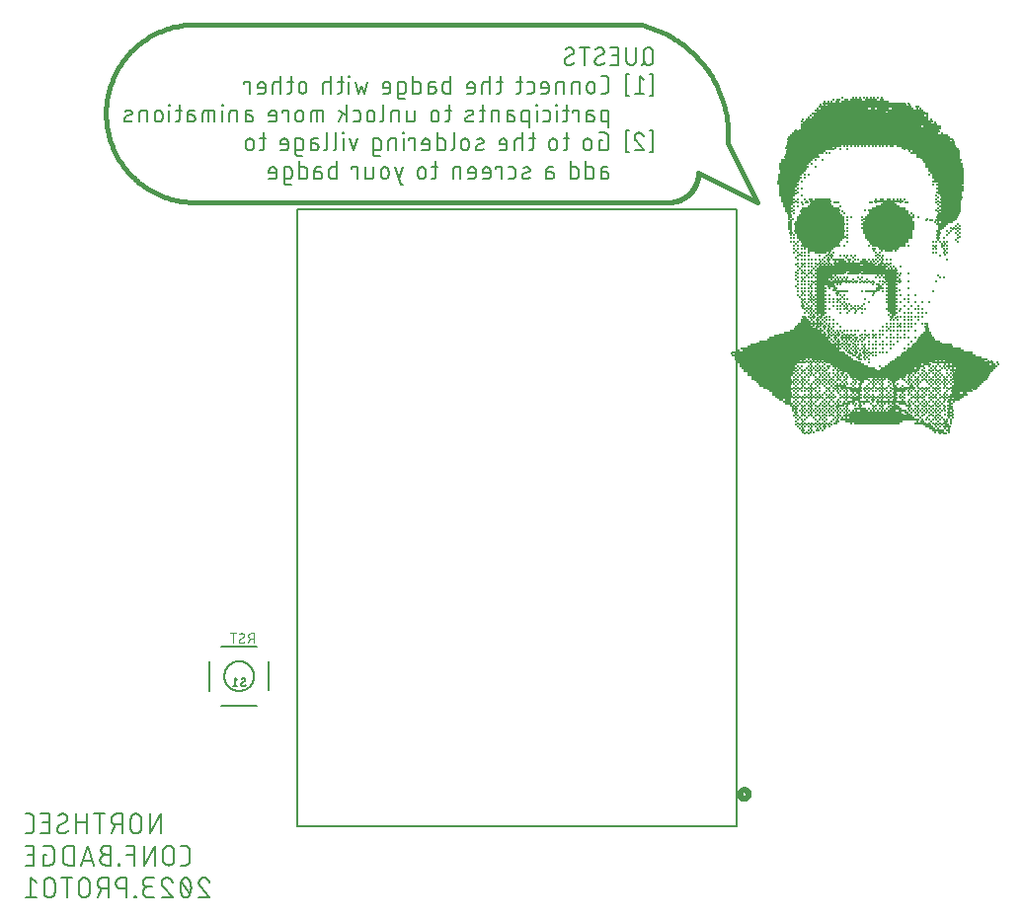
<source format=gbr>
G04 EAGLE Gerber RS-274X export*
G75*
%MOMM*%
%FSLAX34Y34*%
%LPD*%
%INSilkscreen Bottom*%
%IPPOS*%
%AMOC8*
5,1,8,0,0,1.08239X$1,22.5*%
G01*
%ADD10R,0.152400X0.152400*%
%ADD11R,0.457200X0.152400*%
%ADD12R,0.609600X0.152400*%
%ADD13R,1.066800X0.152400*%
%ADD14R,0.304800X0.152400*%
%ADD15R,0.762000X0.152400*%
%ADD16R,3.962400X0.152400*%
%ADD17R,5.029200X0.152400*%
%ADD18R,6.858000X0.152400*%
%ADD19R,5.638800X0.152400*%
%ADD20R,5.943600X0.152400*%
%ADD21R,4.724400X0.152400*%
%ADD22R,4.419600X0.152400*%
%ADD23R,2.590800X0.152400*%
%ADD24R,1.219200X0.152400*%
%ADD25R,1.524000X0.152400*%
%ADD26R,1.371600X0.152400*%
%ADD27R,1.676400X0.152400*%
%ADD28R,1.981200X0.152400*%
%ADD29R,2.286000X0.152400*%
%ADD30R,2.438400X0.152400*%
%ADD31R,2.743200X0.152400*%
%ADD32R,2.895600X0.152400*%
%ADD33R,3.200400X0.152400*%
%ADD34R,3.505200X0.152400*%
%ADD35R,3.048000X0.152400*%
%ADD36R,4.114800X0.152400*%
%ADD37R,4.267200X0.152400*%
%ADD38R,6.553200X0.152400*%
%ADD39R,3.810000X0.152400*%
%ADD40R,4.876800X0.152400*%
%ADD41R,5.334000X0.152400*%
%ADD42R,5.486400X0.152400*%
%ADD43R,6.096000X0.152400*%
%ADD44R,3.657600X0.152400*%
%ADD45R,7.924800X0.152400*%
%ADD46R,10.058400X0.152400*%
%ADD47R,7.315200X0.152400*%
%ADD48R,9.448800X0.152400*%
%ADD49R,9.753600X0.152400*%
%ADD50R,8.382000X0.152400*%
%ADD51R,8.686800X0.152400*%
%ADD52R,4.572000X0.152400*%
%ADD53R,7.620000X0.152400*%
%ADD54R,7.772400X0.152400*%
%ADD55R,3.352800X0.152400*%
%ADD56R,2.133600X0.152400*%
%ADD57R,0.914400X0.152400*%
%ADD58R,7.162800X0.152400*%
%ADD59R,1.828800X0.152400*%
%ADD60R,5.181600X0.152400*%
%ADD61R,14.478000X0.152400*%
%ADD62R,13.868400X0.152400*%
%ADD63R,14.325600X0.152400*%
%ADD64R,13.563600X0.152400*%
%ADD65R,12.649200X0.152400*%
%ADD66R,12.039600X0.152400*%
%ADD67R,10.363200X0.152400*%
%ADD68R,11.734800X0.152400*%
%ADD69R,11.125200X0.152400*%
%ADD70R,10.515600X0.152400*%
%ADD71R,9.601200X0.152400*%
%ADD72R,9.296400X0.152400*%
%ADD73R,8.077200X0.152400*%
%ADD74C,0.406400*%
%ADD75C,0.127000*%
%ADD76C,0.152400*%
%ADD77C,0.076200*%
%ADD78C,0.203200*%
%ADD79C,0.508000*%


D10*
X726440Y410972D03*
X729488Y410972D03*
X842264Y410972D03*
D11*
X846836Y410972D03*
D10*
X724916Y412496D03*
X727964Y412496D03*
X731012Y412496D03*
X734060Y412496D03*
X837692Y412496D03*
D12*
X843026Y412496D03*
D10*
X849884Y412496D03*
D11*
X724916Y414020D03*
D10*
X729488Y414020D03*
X732536Y414020D03*
D11*
X737108Y414020D03*
D10*
X741680Y414020D03*
D13*
X840740Y414020D03*
D14*
X849122Y414020D03*
D10*
X721868Y415544D03*
X724916Y415544D03*
X731012Y415544D03*
X737108Y415544D03*
X740156Y415544D03*
X743204Y415544D03*
D12*
X835406Y415544D03*
D10*
X840740Y415544D03*
X846836Y415544D03*
X849884Y415544D03*
X720344Y417068D03*
X723392Y417068D03*
X726440Y417068D03*
X729488Y417068D03*
X732536Y417068D03*
X735584Y417068D03*
X738632Y417068D03*
D11*
X743204Y417068D03*
D10*
X747776Y417068D03*
D15*
X833120Y417068D03*
D10*
X839216Y417068D03*
X842264Y417068D03*
D15*
X848360Y417068D03*
D10*
X718820Y418592D03*
X721868Y418592D03*
X724916Y418592D03*
X727964Y418592D03*
X731012Y418592D03*
X734060Y418592D03*
X737108Y418592D03*
X740156Y418592D03*
X743204Y418592D03*
X746252Y418592D03*
X749300Y418592D03*
D15*
X831596Y418592D03*
D10*
X837692Y418592D03*
X840740Y418592D03*
X843788Y418592D03*
D11*
X848360Y418592D03*
D10*
X720344Y420116D03*
X723392Y420116D03*
X726440Y420116D03*
X729488Y420116D03*
X732536Y420116D03*
X735584Y420116D03*
X738632Y420116D03*
X741680Y420116D03*
X744728Y420116D03*
X747776Y420116D03*
D11*
X752348Y420116D03*
D10*
X766064Y420116D03*
D16*
X788162Y420116D03*
D13*
X825500Y420116D03*
D10*
X833120Y420116D03*
X836168Y420116D03*
X839216Y420116D03*
X842264Y420116D03*
D11*
X846836Y420116D03*
D10*
X851408Y420116D03*
X718820Y421640D03*
X724916Y421640D03*
X737108Y421640D03*
X743204Y421640D03*
X749300Y421640D03*
D11*
X753872Y421640D03*
D17*
X785876Y421640D03*
D10*
X822452Y421640D03*
D11*
X827024Y421640D03*
D10*
X834644Y421640D03*
X840740Y421640D03*
D14*
X847598Y421640D03*
D10*
X851408Y421640D03*
X720344Y423164D03*
X723392Y423164D03*
X726440Y423164D03*
X735584Y423164D03*
X738632Y423164D03*
X741680Y423164D03*
X744728Y423164D03*
X750824Y423164D03*
X753872Y423164D03*
D18*
X790448Y423164D03*
D10*
X827024Y423164D03*
X830072Y423164D03*
X833120Y423164D03*
X836168Y423164D03*
X839216Y423164D03*
X842264Y423164D03*
X845312Y423164D03*
X848360Y423164D03*
X851408Y423164D03*
X718820Y424688D03*
X721868Y424688D03*
X727964Y424688D03*
X734060Y424688D03*
X740156Y424688D03*
X743204Y424688D03*
X752348Y424688D03*
X755396Y424688D03*
X758444Y424688D03*
X761492Y424688D03*
D19*
X791972Y424688D03*
D10*
X825500Y424688D03*
X831596Y424688D03*
X837692Y424688D03*
X840740Y424688D03*
X843788Y424688D03*
X849884Y424688D03*
X852932Y424688D03*
X717296Y426212D03*
X720344Y426212D03*
X723392Y426212D03*
X726440Y426212D03*
X729488Y426212D03*
X732536Y426212D03*
X735584Y426212D03*
X738632Y426212D03*
X741680Y426212D03*
X744728Y426212D03*
X747776Y426212D03*
X750824Y426212D03*
X753872Y426212D03*
X756920Y426212D03*
D20*
X788924Y426212D03*
D10*
X820928Y426212D03*
X823976Y426212D03*
X827024Y426212D03*
X833120Y426212D03*
X836168Y426212D03*
X839216Y426212D03*
X842264Y426212D03*
D12*
X850646Y426212D03*
D10*
X718820Y427736D03*
X724916Y427736D03*
X731012Y427736D03*
X737108Y427736D03*
X743204Y427736D03*
X749300Y427736D03*
X755396Y427736D03*
X761492Y427736D03*
D21*
X787400Y427736D03*
D11*
X814832Y427736D03*
D10*
X822452Y427736D03*
X828548Y427736D03*
X834644Y427736D03*
X840740Y427736D03*
X846836Y427736D03*
X849884Y427736D03*
X852932Y427736D03*
D11*
X718820Y429260D03*
D10*
X723392Y429260D03*
X726440Y429260D03*
X729488Y429260D03*
X732536Y429260D03*
X735584Y429260D03*
X738632Y429260D03*
X741680Y429260D03*
X744728Y429260D03*
X747776Y429260D03*
X750824Y429260D03*
X753872Y429260D03*
X756920Y429260D03*
X759968Y429260D03*
X763016Y429260D03*
D22*
X787400Y429260D03*
D11*
X813308Y429260D03*
D10*
X817880Y429260D03*
X820928Y429260D03*
X823976Y429260D03*
X827024Y429260D03*
X830072Y429260D03*
X833120Y429260D03*
X836168Y429260D03*
X839216Y429260D03*
X842264Y429260D03*
D12*
X850646Y429260D03*
D10*
X715772Y430784D03*
X718820Y430784D03*
X721868Y430784D03*
X724916Y430784D03*
X727964Y430784D03*
X731012Y430784D03*
X734060Y430784D03*
X737108Y430784D03*
X740156Y430784D03*
X743204Y430784D03*
X746252Y430784D03*
X749300Y430784D03*
X752348Y430784D03*
X755396Y430784D03*
X758444Y430784D03*
X761492Y430784D03*
X764540Y430784D03*
X767588Y430784D03*
X770636Y430784D03*
D15*
X776732Y430784D03*
D10*
X782828Y430784D03*
X785876Y430784D03*
X788924Y430784D03*
X791972Y430784D03*
X795020Y430784D03*
D15*
X801116Y430784D03*
X810260Y430784D03*
D10*
X816356Y430784D03*
X819404Y430784D03*
X822452Y430784D03*
X825500Y430784D03*
X828548Y430784D03*
X831596Y430784D03*
X834644Y430784D03*
X837692Y430784D03*
X840740Y430784D03*
X843788Y430784D03*
X846836Y430784D03*
X849884Y430784D03*
X852932Y430784D03*
D12*
X718058Y432308D03*
D10*
X723392Y432308D03*
X726440Y432308D03*
X729488Y432308D03*
X732536Y432308D03*
X735584Y432308D03*
X738632Y432308D03*
X741680Y432308D03*
X744728Y432308D03*
X747776Y432308D03*
X750824Y432308D03*
X753872Y432308D03*
X756920Y432308D03*
X759968Y432308D03*
X763016Y432308D03*
D13*
X773684Y432308D03*
D10*
X781304Y432308D03*
X784352Y432308D03*
X787400Y432308D03*
X790448Y432308D03*
X793496Y432308D03*
X796544Y432308D03*
D13*
X804164Y432308D03*
D10*
X814832Y432308D03*
X817880Y432308D03*
X820928Y432308D03*
X823976Y432308D03*
X827024Y432308D03*
X830072Y432308D03*
X833120Y432308D03*
X836168Y432308D03*
X839216Y432308D03*
X842264Y432308D03*
X845312Y432308D03*
D12*
X850646Y432308D03*
D10*
X715772Y433832D03*
X718820Y433832D03*
X724916Y433832D03*
X731012Y433832D03*
X737108Y433832D03*
X743204Y433832D03*
X749300Y433832D03*
D11*
X753872Y433832D03*
D10*
X761492Y433832D03*
X773684Y433832D03*
X785876Y433832D03*
X791972Y433832D03*
X798068Y433832D03*
D15*
X804164Y433832D03*
D10*
X816356Y433832D03*
X822452Y433832D03*
X828548Y433832D03*
X834644Y433832D03*
X840740Y433832D03*
X846836Y433832D03*
D11*
X851408Y433832D03*
D10*
X714248Y435356D03*
X717296Y435356D03*
X720344Y435356D03*
X723392Y435356D03*
X726440Y435356D03*
X729488Y435356D03*
X732536Y435356D03*
X735584Y435356D03*
X738632Y435356D03*
X741680Y435356D03*
X744728Y435356D03*
X747776Y435356D03*
X750824Y435356D03*
D15*
X756920Y435356D03*
D10*
X763016Y435356D03*
X769112Y435356D03*
D11*
X773684Y435356D03*
D10*
X784352Y435356D03*
X787400Y435356D03*
X790448Y435356D03*
X793496Y435356D03*
X799592Y435356D03*
D11*
X804164Y435356D03*
D12*
X815594Y435356D03*
D10*
X820928Y435356D03*
X823976Y435356D03*
X827024Y435356D03*
X830072Y435356D03*
X833120Y435356D03*
X836168Y435356D03*
X839216Y435356D03*
X842264Y435356D03*
X845312Y435356D03*
D11*
X849884Y435356D03*
D15*
X712724Y436880D03*
D10*
X718820Y436880D03*
X721868Y436880D03*
X727964Y436880D03*
X731012Y436880D03*
X734060Y436880D03*
X740156Y436880D03*
X743204Y436880D03*
X746252Y436880D03*
X752348Y436880D03*
X755396Y436880D03*
D15*
X761492Y436880D03*
D10*
X767588Y436880D03*
X770636Y436880D03*
X773684Y436880D03*
X776732Y436880D03*
X782828Y436880D03*
X788924Y436880D03*
X791972Y436880D03*
X795020Y436880D03*
X798068Y436880D03*
D11*
X802640Y436880D03*
D15*
X810260Y436880D03*
D10*
X816356Y436880D03*
X819404Y436880D03*
X825500Y436880D03*
X828548Y436880D03*
X831596Y436880D03*
X837692Y436880D03*
X840740Y436880D03*
X843788Y436880D03*
D11*
X851408Y436880D03*
D15*
X711200Y438404D03*
D10*
X717296Y438404D03*
X720344Y438404D03*
X723392Y438404D03*
X726440Y438404D03*
X729488Y438404D03*
X732536Y438404D03*
X735584Y438404D03*
X741680Y438404D03*
X744728Y438404D03*
X747776Y438404D03*
X750824Y438404D03*
X753872Y438404D03*
X756920Y438404D03*
X759968Y438404D03*
D15*
X766064Y438404D03*
D13*
X776732Y438404D03*
D10*
X784352Y438404D03*
D23*
X799592Y438404D03*
D10*
X814832Y438404D03*
X817880Y438404D03*
X820928Y438404D03*
X823976Y438404D03*
X827024Y438404D03*
X830072Y438404D03*
X833120Y438404D03*
X836168Y438404D03*
X839216Y438404D03*
X842264Y438404D03*
X845312Y438404D03*
D11*
X849884Y438404D03*
D10*
X854456Y438404D03*
D14*
X705866Y439928D03*
D12*
X711962Y439928D03*
D10*
X718820Y439928D03*
X724916Y439928D03*
X731012Y439928D03*
X737108Y439928D03*
X743204Y439928D03*
X749300Y439928D03*
X755396Y439928D03*
X761492Y439928D03*
D15*
X770636Y439928D03*
D10*
X779780Y439928D03*
D11*
X784352Y439928D03*
D10*
X788924Y439928D03*
X791972Y439928D03*
X798068Y439928D03*
D14*
X803402Y439928D03*
D10*
X810260Y439928D03*
X816356Y439928D03*
X822452Y439928D03*
X828548Y439928D03*
X834644Y439928D03*
X840740Y439928D03*
X846836Y439928D03*
D13*
X854456Y439928D03*
D24*
X708914Y441452D03*
D10*
X717296Y441452D03*
X720344Y441452D03*
X723392Y441452D03*
X726440Y441452D03*
X729488Y441452D03*
X732536Y441452D03*
X735584Y441452D03*
X738632Y441452D03*
X741680Y441452D03*
X744728Y441452D03*
X747776Y441452D03*
X750824Y441452D03*
X756920Y441452D03*
X759968Y441452D03*
X763016Y441452D03*
D13*
X770636Y441452D03*
D10*
X778256Y441452D03*
X781304Y441452D03*
X784352Y441452D03*
X787400Y441452D03*
X790448Y441452D03*
X793496Y441452D03*
X796544Y441452D03*
X799592Y441452D03*
D11*
X804164Y441452D03*
D10*
X808736Y441452D03*
X811784Y441452D03*
X817880Y441452D03*
X820928Y441452D03*
X823976Y441452D03*
X827024Y441452D03*
X833120Y441452D03*
X836168Y441452D03*
X839216Y441452D03*
X842264Y441452D03*
X845312Y441452D03*
X848360Y441452D03*
X851408Y441452D03*
D15*
X857504Y441452D03*
D25*
X708914Y442976D03*
D10*
X718820Y442976D03*
X721868Y442976D03*
X724916Y442976D03*
X727964Y442976D03*
X731012Y442976D03*
X734060Y442976D03*
X737108Y442976D03*
X740156Y442976D03*
X746252Y442976D03*
X749300Y442976D03*
X752348Y442976D03*
X758444Y442976D03*
X761492Y442976D03*
X764540Y442976D03*
X767588Y442976D03*
D11*
X772160Y442976D03*
D10*
X776732Y442976D03*
X779780Y442976D03*
X782828Y442976D03*
X785876Y442976D03*
X788924Y442976D03*
X791972Y442976D03*
X795020Y442976D03*
X798068Y442976D03*
D11*
X802640Y442976D03*
D10*
X807212Y442976D03*
X810260Y442976D03*
X819404Y442976D03*
X822452Y442976D03*
X825500Y442976D03*
X828548Y442976D03*
X834644Y442976D03*
X837692Y442976D03*
X843788Y442976D03*
X846836Y442976D03*
D26*
X855980Y442976D03*
D27*
X706628Y444500D03*
D10*
X717296Y444500D03*
X720344Y444500D03*
X726440Y444500D03*
X729488Y444500D03*
X732536Y444500D03*
X735584Y444500D03*
X738632Y444500D03*
X741680Y444500D03*
X744728Y444500D03*
X747776Y444500D03*
X750824Y444500D03*
X756920Y444500D03*
X759968Y444500D03*
X763016Y444500D03*
X766064Y444500D03*
X769112Y444500D03*
D11*
X773684Y444500D03*
D10*
X778256Y444500D03*
X781304Y444500D03*
X784352Y444500D03*
X790448Y444500D03*
X793496Y444500D03*
X796544Y444500D03*
X799592Y444500D03*
D11*
X804164Y444500D03*
D10*
X808736Y444500D03*
X811784Y444500D03*
X814832Y444500D03*
X817880Y444500D03*
X820928Y444500D03*
X823976Y444500D03*
X827024Y444500D03*
X830072Y444500D03*
X833120Y444500D03*
X836168Y444500D03*
X839216Y444500D03*
X842264Y444500D03*
X845312Y444500D03*
X848360Y444500D03*
D25*
X858266Y444500D03*
D27*
X706628Y446024D03*
D10*
X718820Y446024D03*
X731012Y446024D03*
X737108Y446024D03*
X743204Y446024D03*
X749300Y446024D03*
X755396Y446024D03*
X761492Y446024D03*
X767588Y446024D03*
D11*
X772160Y446024D03*
D10*
X779780Y446024D03*
X791972Y446024D03*
X798068Y446024D03*
D14*
X803402Y446024D03*
D10*
X810260Y446024D03*
X816356Y446024D03*
X822452Y446024D03*
X828548Y446024D03*
X834644Y446024D03*
X840740Y446024D03*
X846836Y446024D03*
D15*
X855980Y446024D03*
D11*
X863600Y446024D03*
D28*
X705104Y447548D03*
D10*
X717296Y447548D03*
X720344Y447548D03*
X723392Y447548D03*
X726440Y447548D03*
X729488Y447548D03*
X732536Y447548D03*
X735584Y447548D03*
X738632Y447548D03*
X744728Y447548D03*
X747776Y447548D03*
X750824Y447548D03*
X753872Y447548D03*
X756920Y447548D03*
X759968Y447548D03*
X763016Y447548D03*
D13*
X770636Y447548D03*
D10*
X778256Y447548D03*
X781304Y447548D03*
X784352Y447548D03*
X787400Y447548D03*
X790448Y447548D03*
X793496Y447548D03*
X796544Y447548D03*
X799592Y447548D03*
D13*
X807212Y447548D03*
D10*
X814832Y447548D03*
X817880Y447548D03*
X820928Y447548D03*
X823976Y447548D03*
X827024Y447548D03*
X830072Y447548D03*
X833120Y447548D03*
X836168Y447548D03*
X839216Y447548D03*
X842264Y447548D03*
X848360Y447548D03*
D28*
X860552Y447548D03*
D29*
X705104Y449072D03*
D10*
X718820Y449072D03*
X721868Y449072D03*
X727964Y449072D03*
X731012Y449072D03*
X734060Y449072D03*
X746252Y449072D03*
X752348Y449072D03*
X755396Y449072D03*
X758444Y449072D03*
X761492Y449072D03*
D13*
X769112Y449072D03*
D10*
X776732Y449072D03*
X779780Y449072D03*
X782828Y449072D03*
X788924Y449072D03*
X791972Y449072D03*
X795020Y449072D03*
D26*
X807212Y449072D03*
D10*
X816356Y449072D03*
X819404Y449072D03*
X825500Y449072D03*
X828548Y449072D03*
X831596Y449072D03*
X837692Y449072D03*
X840740Y449072D03*
X849884Y449072D03*
D27*
X860552Y449072D03*
D14*
X871982Y449072D03*
D30*
X702818Y450596D03*
D10*
X717296Y450596D03*
X720344Y450596D03*
X723392Y450596D03*
X726440Y450596D03*
X729488Y450596D03*
X732536Y450596D03*
X735584Y450596D03*
X738632Y450596D03*
X744728Y450596D03*
X747776Y450596D03*
X750824Y450596D03*
X753872Y450596D03*
D13*
X761492Y450596D03*
D10*
X769112Y450596D03*
D11*
X773684Y450596D03*
D10*
X778256Y450596D03*
X781304Y450596D03*
X784352Y450596D03*
X787400Y450596D03*
X790448Y450596D03*
X793496Y450596D03*
X796544Y450596D03*
X799592Y450596D03*
D11*
X804164Y450596D03*
D10*
X808736Y450596D03*
D13*
X816356Y450596D03*
D10*
X823976Y450596D03*
X827024Y450596D03*
X830072Y450596D03*
X833120Y450596D03*
X836168Y450596D03*
X839216Y450596D03*
X842264Y450596D03*
X845312Y450596D03*
X848360Y450596D03*
D30*
X862838Y450596D03*
D31*
X701294Y452120D03*
D10*
X718820Y452120D03*
X724916Y452120D03*
X731012Y452120D03*
X737108Y452120D03*
X743204Y452120D03*
X749300Y452120D03*
D13*
X756920Y452120D03*
D10*
X767588Y452120D03*
X773684Y452120D03*
X779780Y452120D03*
X785876Y452120D03*
X791972Y452120D03*
X798068Y452120D03*
D14*
X803402Y452120D03*
D10*
X810260Y452120D03*
D11*
X817880Y452120D03*
D10*
X822452Y452120D03*
X834644Y452120D03*
X840740Y452120D03*
X846836Y452120D03*
D30*
X864362Y452120D03*
D32*
X700532Y453644D03*
D10*
X717296Y453644D03*
X720344Y453644D03*
X723392Y453644D03*
X726440Y453644D03*
X729488Y453644D03*
X732536Y453644D03*
X735584Y453644D03*
X738632Y453644D03*
X741680Y453644D03*
X744728Y453644D03*
X747776Y453644D03*
X750824Y453644D03*
X753872Y453644D03*
X756920Y453644D03*
X759968Y453644D03*
X763016Y453644D03*
X766064Y453644D03*
X769112Y453644D03*
D11*
X773684Y453644D03*
D10*
X781304Y453644D03*
X784352Y453644D03*
X787400Y453644D03*
X790448Y453644D03*
X793496Y453644D03*
X799592Y453644D03*
X802640Y453644D03*
X805688Y453644D03*
X814832Y453644D03*
X817880Y453644D03*
X820928Y453644D03*
X823976Y453644D03*
X833120Y453644D03*
X836168Y453644D03*
X839216Y453644D03*
X842264Y453644D03*
X845312Y453644D03*
X848360Y453644D03*
X851408Y453644D03*
D30*
X865886Y453644D03*
D33*
X700532Y455168D03*
D10*
X718820Y455168D03*
X721868Y455168D03*
X724916Y455168D03*
X727964Y455168D03*
X734060Y455168D03*
X737108Y455168D03*
X740156Y455168D03*
X743204Y455168D03*
X746252Y455168D03*
X749300Y455168D03*
X752348Y455168D03*
X758444Y455168D03*
X761492Y455168D03*
X767588Y455168D03*
X770636Y455168D03*
D11*
X775208Y455168D03*
D10*
X782828Y455168D03*
X785876Y455168D03*
X788924Y455168D03*
X791972Y455168D03*
X798068Y455168D03*
D11*
X802640Y455168D03*
D10*
X813308Y455168D03*
X816356Y455168D03*
X819404Y455168D03*
X822452Y455168D03*
X825500Y455168D03*
X831596Y455168D03*
X834644Y455168D03*
X837692Y455168D03*
X840740Y455168D03*
X843788Y455168D03*
X846836Y455168D03*
X849884Y455168D03*
D31*
X865886Y455168D03*
D33*
X699008Y456692D03*
D10*
X717296Y456692D03*
X720344Y456692D03*
X723392Y456692D03*
X726440Y456692D03*
X729488Y456692D03*
X735584Y456692D03*
X738632Y456692D03*
X741680Y456692D03*
X744728Y456692D03*
X747776Y456692D03*
X750824Y456692D03*
X753872Y456692D03*
X756920Y456692D03*
X759968Y456692D03*
X769112Y456692D03*
D12*
X774446Y456692D03*
D10*
X781304Y456692D03*
X784352Y456692D03*
X787400Y456692D03*
X790448Y456692D03*
X793496Y456692D03*
D15*
X802640Y456692D03*
D10*
X811784Y456692D03*
X814832Y456692D03*
X817880Y456692D03*
X820928Y456692D03*
X823976Y456692D03*
X827024Y456692D03*
X830072Y456692D03*
X833120Y456692D03*
X836168Y456692D03*
X839216Y456692D03*
X842264Y456692D03*
X845312Y456692D03*
X848360Y456692D03*
X851408Y456692D03*
D31*
X867410Y456692D03*
D34*
X697484Y458216D03*
D10*
X718820Y458216D03*
X724916Y458216D03*
X737108Y458216D03*
X743204Y458216D03*
X749300Y458216D03*
X755396Y458216D03*
X761492Y458216D03*
X767588Y458216D03*
D13*
X775208Y458216D03*
D10*
X785876Y458216D03*
X788924Y458216D03*
X791972Y458216D03*
X795020Y458216D03*
D13*
X802640Y458216D03*
D10*
X810260Y458216D03*
X816356Y458216D03*
X822452Y458216D03*
X828548Y458216D03*
X834644Y458216D03*
X840740Y458216D03*
X846836Y458216D03*
D35*
X867410Y458216D03*
D34*
X697484Y459740D03*
D10*
X717296Y459740D03*
X720344Y459740D03*
X723392Y459740D03*
X726440Y459740D03*
X729488Y459740D03*
X735584Y459740D03*
X738632Y459740D03*
X741680Y459740D03*
X744728Y459740D03*
X747776Y459740D03*
X750824Y459740D03*
X753872Y459740D03*
X756920Y459740D03*
X759968Y459740D03*
X763016Y459740D03*
D21*
X788924Y459740D03*
D10*
X814832Y459740D03*
X817880Y459740D03*
X820928Y459740D03*
X823976Y459740D03*
X827024Y459740D03*
X830072Y459740D03*
X833120Y459740D03*
X836168Y459740D03*
X839216Y459740D03*
X842264Y459740D03*
X845312Y459740D03*
X848360Y459740D03*
X851408Y459740D03*
D35*
X868934Y459740D03*
D16*
X696722Y461264D03*
D10*
X718820Y461264D03*
X721868Y461264D03*
X727964Y461264D03*
X731012Y461264D03*
X734060Y461264D03*
X740156Y461264D03*
X743204Y461264D03*
X746252Y461264D03*
X752348Y461264D03*
X755396Y461264D03*
X758444Y461264D03*
X761492Y461264D03*
D17*
X788924Y461264D03*
D10*
X816356Y461264D03*
X819404Y461264D03*
X825500Y461264D03*
X828548Y461264D03*
X831596Y461264D03*
X837692Y461264D03*
X840740Y461264D03*
X843788Y461264D03*
X849884Y461264D03*
D33*
X868172Y461264D03*
D36*
X697484Y462788D03*
D10*
X720344Y462788D03*
X723392Y462788D03*
X726440Y462788D03*
X729488Y462788D03*
X732536Y462788D03*
X735584Y462788D03*
X738632Y462788D03*
X741680Y462788D03*
X744728Y462788D03*
X747776Y462788D03*
X750824Y462788D03*
X753872Y462788D03*
D11*
X758444Y462788D03*
D19*
X790448Y462788D03*
D10*
X820928Y462788D03*
X823976Y462788D03*
X827024Y462788D03*
X830072Y462788D03*
X833120Y462788D03*
X836168Y462788D03*
X839216Y462788D03*
X842264Y462788D03*
X848360Y462788D03*
X851408Y462788D03*
D33*
X869696Y462788D03*
D37*
X695198Y464312D03*
D10*
X718820Y464312D03*
X724916Y464312D03*
X731012Y464312D03*
X737108Y464312D03*
X743204Y464312D03*
X755396Y464312D03*
D38*
X790448Y464312D03*
D10*
X828548Y464312D03*
X834644Y464312D03*
X840740Y464312D03*
X852932Y464312D03*
D33*
X871220Y464312D03*
D22*
X695960Y465836D03*
D10*
X720344Y465836D03*
X723392Y465836D03*
X726440Y465836D03*
X729488Y465836D03*
X732536Y465836D03*
X735584Y465836D03*
X738632Y465836D03*
X741680Y465836D03*
X744728Y465836D03*
X750824Y465836D03*
X753872Y465836D03*
D33*
X772160Y465836D03*
D34*
X807212Y465836D03*
D10*
X827024Y465836D03*
X833120Y465836D03*
X836168Y465836D03*
X839216Y465836D03*
X842264Y465836D03*
X848360Y465836D03*
D39*
X869696Y465836D03*
D21*
X695960Y467360D03*
D10*
X721868Y467360D03*
X727964Y467360D03*
X731012Y467360D03*
X734060Y467360D03*
X737108Y467360D03*
X740156Y467360D03*
X743204Y467360D03*
X746252Y467360D03*
X752348Y467360D03*
D33*
X770636Y467360D03*
D32*
X805688Y467360D03*
D11*
X823976Y467360D03*
D10*
X828548Y467360D03*
X834644Y467360D03*
X837692Y467360D03*
X843788Y467360D03*
X846836Y467360D03*
X849884Y467360D03*
X852932Y467360D03*
D34*
X872744Y467360D03*
D21*
X694436Y468884D03*
D10*
X720344Y468884D03*
X723392Y468884D03*
X729488Y468884D03*
X732536Y468884D03*
X735584Y468884D03*
X738632Y468884D03*
X741680Y468884D03*
D11*
X746252Y468884D03*
D35*
X765302Y468884D03*
D10*
X790448Y468884D03*
D34*
X811784Y468884D03*
D10*
X833120Y468884D03*
X836168Y468884D03*
X839216Y468884D03*
X842264Y468884D03*
X845312Y468884D03*
D22*
X869696Y468884D03*
D40*
X695198Y470408D03*
D10*
X731012Y470408D03*
X737108Y470408D03*
X743204Y470408D03*
D32*
X763016Y470408D03*
X811784Y470408D03*
D15*
X831596Y470408D03*
D10*
X840740Y470408D03*
X846836Y470408D03*
X849884Y470408D03*
D33*
X868172Y470408D03*
D11*
X887984Y470408D03*
D10*
X892556Y470408D03*
D20*
X697484Y471932D03*
D10*
X729488Y471932D03*
X732536Y471932D03*
X735584Y471932D03*
X738632Y471932D03*
X741680Y471932D03*
D35*
X759206Y471932D03*
D10*
X781304Y471932D03*
D34*
X816356Y471932D03*
D41*
X862076Y471932D03*
D10*
X891032Y471932D03*
D42*
X695198Y473456D03*
D10*
X724916Y473456D03*
X727964Y473456D03*
X731012Y473456D03*
X734060Y473456D03*
X737108Y473456D03*
X740156Y473456D03*
D32*
X756920Y473456D03*
D39*
X819404Y473456D03*
D10*
X840740Y473456D03*
X843788Y473456D03*
D34*
X863600Y473456D03*
D10*
X883412Y473456D03*
X886460Y473456D03*
D43*
X696722Y474980D03*
D10*
X729488Y474980D03*
D44*
X750062Y474980D03*
D11*
X773684Y474980D03*
D10*
X778256Y474980D03*
X781304Y474980D03*
D45*
X843026Y474980D03*
D46*
X716534Y476504D03*
D11*
X772160Y476504D03*
D10*
X776732Y476504D03*
X779780Y476504D03*
D47*
X841502Y476504D03*
D46*
X713486Y478028D03*
D14*
X768350Y478028D03*
D11*
X773684Y478028D03*
D10*
X778256Y478028D03*
X781304Y478028D03*
X784352Y478028D03*
X787400Y478028D03*
D38*
X840740Y478028D03*
D10*
X663956Y479552D03*
D48*
X713486Y479552D03*
D11*
X766064Y479552D03*
D10*
X770636Y479552D03*
X773684Y479552D03*
X776732Y479552D03*
X779780Y479552D03*
X782828Y479552D03*
D43*
X839978Y479552D03*
D49*
X711962Y481076D03*
D11*
X764540Y481076D03*
X770636Y481076D03*
X776732Y481076D03*
D10*
X781304Y481076D03*
X784352Y481076D03*
X787400Y481076D03*
X790448Y481076D03*
X793496Y481076D03*
X796544Y481076D03*
D20*
X840740Y481076D03*
D11*
X668528Y482600D03*
D50*
X714248Y482600D03*
D10*
X761492Y482600D03*
X764540Y482600D03*
X767588Y482600D03*
X770636Y482600D03*
X773684Y482600D03*
X776732Y482600D03*
X779780Y482600D03*
D17*
X837692Y482600D03*
D51*
X714248Y484124D03*
D10*
X759968Y484124D03*
X763016Y484124D03*
X766064Y484124D03*
X769112Y484124D03*
X772160Y484124D03*
X775208Y484124D03*
X778256Y484124D03*
X781304Y484124D03*
X784352Y484124D03*
X787400Y484124D03*
X793496Y484124D03*
X799592Y484124D03*
X811784Y484124D03*
D52*
X836930Y484124D03*
D53*
X715010Y485648D03*
D10*
X755396Y485648D03*
X758444Y485648D03*
X761492Y485648D03*
X764540Y485648D03*
X767588Y485648D03*
X770636Y485648D03*
X776732Y485648D03*
D44*
X835406Y485648D03*
D54*
X718820Y487172D03*
D10*
X759968Y487172D03*
D11*
X764540Y487172D03*
D10*
X769112Y487172D03*
X772160Y487172D03*
X775208Y487172D03*
X778256Y487172D03*
X781304Y487172D03*
X784352Y487172D03*
X787400Y487172D03*
X790448Y487172D03*
X793496Y487172D03*
X796544Y487172D03*
X799592Y487172D03*
X802640Y487172D03*
X814832Y487172D03*
D55*
X835406Y487172D03*
D38*
X717296Y488696D03*
D10*
X752348Y488696D03*
X755396Y488696D03*
X758444Y488696D03*
X761492Y488696D03*
X767588Y488696D03*
D30*
X832358Y488696D03*
D43*
X718058Y490220D03*
D10*
X750824Y490220D03*
D11*
X755396Y490220D03*
D10*
X759968Y490220D03*
X763016Y490220D03*
X766064Y490220D03*
X769112Y490220D03*
X772160Y490220D03*
X775208Y490220D03*
X781304Y490220D03*
X787400Y490220D03*
X793496Y490220D03*
X799592Y490220D03*
X805688Y490220D03*
X817880Y490220D03*
D56*
X832358Y490220D03*
D41*
X720344Y491744D03*
D10*
X749300Y491744D03*
X752348Y491744D03*
X755396Y491744D03*
X758444Y491744D03*
X761492Y491744D03*
X764540Y491744D03*
X767588Y491744D03*
X770636Y491744D03*
X773684Y491744D03*
X776732Y491744D03*
D25*
X830834Y491744D03*
D41*
X721868Y493268D03*
D11*
X752348Y493268D03*
D13*
X761492Y493268D03*
D11*
X770636Y493268D03*
D10*
X775208Y493268D03*
X778256Y493268D03*
X781304Y493268D03*
X784352Y493268D03*
X787400Y493268D03*
X790448Y493268D03*
X796544Y493268D03*
X799592Y493268D03*
X802640Y493268D03*
X805688Y493268D03*
X808736Y493268D03*
X811784Y493268D03*
X814832Y493268D03*
X820928Y493268D03*
D26*
X830072Y493268D03*
D22*
X721868Y494792D03*
D10*
X746252Y494792D03*
X749300Y494792D03*
X752348Y494792D03*
X755396Y494792D03*
X758444Y494792D03*
X761492Y494792D03*
X764540Y494792D03*
X767588Y494792D03*
X773684Y494792D03*
X779780Y494792D03*
X785876Y494792D03*
D13*
X830072Y494792D03*
D36*
X724916Y496316D03*
D10*
X747776Y496316D03*
X750824Y496316D03*
D11*
X755396Y496316D03*
D10*
X759968Y496316D03*
X763016Y496316D03*
X766064Y496316D03*
X769112Y496316D03*
X775208Y496316D03*
X778256Y496316D03*
X781304Y496316D03*
X784352Y496316D03*
X787400Y496316D03*
X790448Y496316D03*
X793496Y496316D03*
X799592Y496316D03*
X805688Y496316D03*
X811784Y496316D03*
D57*
X830834Y496316D03*
D33*
X724916Y497840D03*
D10*
X743204Y497840D03*
X746252Y497840D03*
X749300Y497840D03*
X752348Y497840D03*
X755396Y497840D03*
X758444Y497840D03*
D15*
X831596Y497840D03*
D32*
X727964Y499364D03*
D11*
X746252Y499364D03*
D10*
X750824Y499364D03*
X753872Y499364D03*
X756920Y499364D03*
X759968Y499364D03*
X763016Y499364D03*
X766064Y499364D03*
X769112Y499364D03*
X772160Y499364D03*
X778256Y499364D03*
X784352Y499364D03*
X790448Y499364D03*
X793496Y499364D03*
X796544Y499364D03*
X799592Y499364D03*
X802640Y499364D03*
X805688Y499364D03*
X808736Y499364D03*
X811784Y499364D03*
X814832Y499364D03*
X820928Y499364D03*
D11*
X831596Y499364D03*
D56*
X727202Y500888D03*
D10*
X740156Y500888D03*
X743204Y500888D03*
X746252Y500888D03*
X749300Y500888D03*
X798068Y500888D03*
D11*
X831596Y500888D03*
D25*
X725678Y502412D03*
D11*
X737108Y502412D03*
X743204Y502412D03*
D10*
X747776Y502412D03*
X750824Y502412D03*
X756920Y502412D03*
X793496Y502412D03*
X796544Y502412D03*
X799592Y502412D03*
X802640Y502412D03*
X805688Y502412D03*
X808736Y502412D03*
X811784Y502412D03*
X814832Y502412D03*
X817880Y502412D03*
D14*
X830834Y502412D03*
D24*
X725678Y503936D03*
D10*
X734060Y503936D03*
X737108Y503936D03*
X740156Y503936D03*
X743204Y503936D03*
X746252Y503936D03*
X807212Y503936D03*
X831596Y503936D03*
D29*
X731012Y505460D03*
D10*
X744728Y505460D03*
X747776Y505460D03*
X750824Y505460D03*
X753872Y505460D03*
X796544Y505460D03*
X799592Y505460D03*
X802640Y505460D03*
X805688Y505460D03*
X808736Y505460D03*
X811784Y505460D03*
X814832Y505460D03*
X817880Y505460D03*
X820928Y505460D03*
X827024Y505460D03*
D14*
X830834Y505460D03*
D57*
X727202Y506984D03*
D10*
X734060Y506984D03*
X737108Y506984D03*
X740156Y506984D03*
X743204Y506984D03*
D15*
X726440Y508508D03*
D10*
X732536Y508508D03*
D11*
X737108Y508508D03*
D10*
X741680Y508508D03*
X744728Y508508D03*
X747776Y508508D03*
X750824Y508508D03*
X799592Y508508D03*
X802640Y508508D03*
X805688Y508508D03*
X811784Y508508D03*
X814832Y508508D03*
X817880Y508508D03*
X823976Y508508D03*
D11*
X726440Y510032D03*
D10*
X731012Y510032D03*
X734060Y510032D03*
X737108Y510032D03*
X740156Y510032D03*
X743204Y510032D03*
X801116Y510032D03*
X804164Y510032D03*
D14*
X725678Y511556D03*
D10*
X729488Y511556D03*
D11*
X734060Y511556D03*
X740156Y511556D03*
D10*
X744728Y511556D03*
X747776Y511556D03*
D11*
X801116Y511556D03*
D10*
X805688Y511556D03*
X808736Y511556D03*
X811784Y511556D03*
X814832Y511556D03*
X817880Y511556D03*
X820928Y511556D03*
X823976Y511556D03*
X827024Y511556D03*
X731012Y513080D03*
X734060Y513080D03*
X737108Y513080D03*
D11*
X741680Y513080D03*
D10*
X798068Y513080D03*
D11*
X802640Y513080D03*
D10*
X726440Y514604D03*
X729488Y514604D03*
X732536Y514604D03*
D13*
X740156Y514604D03*
D10*
X756920Y514604D03*
X763016Y514604D03*
X769112Y514604D03*
X775208Y514604D03*
D15*
X802640Y514604D03*
D10*
X811784Y514604D03*
X814832Y514604D03*
X817880Y514604D03*
X823976Y514604D03*
X827024Y514604D03*
X830072Y514604D03*
X727964Y516128D03*
X731012Y516128D03*
X734060Y516128D03*
D15*
X740156Y516128D03*
D10*
X764540Y516128D03*
X770636Y516128D03*
D15*
X801116Y516128D03*
D10*
X807212Y516128D03*
X726440Y517652D03*
X729488Y517652D03*
X732536Y517652D03*
D13*
X740156Y517652D03*
D10*
X747776Y517652D03*
X753872Y517652D03*
X756920Y517652D03*
X759968Y517652D03*
X763016Y517652D03*
X766064Y517652D03*
X769112Y517652D03*
X772160Y517652D03*
X775208Y517652D03*
X778256Y517652D03*
D13*
X801116Y517652D03*
D10*
X808736Y517652D03*
X814832Y517652D03*
X820928Y517652D03*
X823976Y517652D03*
X827024Y517652D03*
X724916Y519176D03*
X727964Y519176D03*
X731012Y519176D03*
D15*
X740156Y519176D03*
D10*
X761492Y519176D03*
X767588Y519176D03*
X773684Y519176D03*
D15*
X801116Y519176D03*
D11*
X724916Y520700D03*
D10*
X729488Y520700D03*
X732536Y520700D03*
D13*
X740156Y520700D03*
D10*
X750824Y520700D03*
X753872Y520700D03*
X756920Y520700D03*
X759968Y520700D03*
X763016Y520700D03*
X766064Y520700D03*
X769112Y520700D03*
X772160Y520700D03*
X775208Y520700D03*
D57*
X801878Y520700D03*
D10*
X811784Y520700D03*
X817880Y520700D03*
X823976Y520700D03*
X724916Y522224D03*
X727964Y522224D03*
X734060Y522224D03*
D15*
X740156Y522224D03*
D10*
X758444Y522224D03*
X761492Y522224D03*
X764540Y522224D03*
X776732Y522224D03*
D15*
X801116Y522224D03*
D10*
X723392Y523748D03*
X726440Y523748D03*
X729488Y523748D03*
X732536Y523748D03*
D13*
X740156Y523748D03*
D10*
X747776Y523748D03*
X750824Y523748D03*
X753872Y523748D03*
X756920Y523748D03*
X759968Y523748D03*
X781304Y523748D03*
D13*
X801116Y523748D03*
D10*
X808736Y523748D03*
X814832Y523748D03*
X820928Y523748D03*
X827024Y523748D03*
X833120Y523748D03*
X724916Y525272D03*
X731012Y525272D03*
X734060Y525272D03*
D15*
X740156Y525272D03*
D10*
X755396Y525272D03*
D15*
X801116Y525272D03*
D10*
X723392Y526796D03*
X726440Y526796D03*
X729488Y526796D03*
X732536Y526796D03*
D13*
X740156Y526796D03*
D10*
X747776Y526796D03*
X750824Y526796D03*
X753872Y526796D03*
X756920Y526796D03*
X759968Y526796D03*
X763016Y526796D03*
X778256Y526796D03*
D13*
X801116Y526796D03*
D10*
X811784Y526796D03*
X814832Y526796D03*
X721868Y528320D03*
X731012Y528320D03*
X734060Y528320D03*
D15*
X740156Y528320D03*
D10*
X758444Y528320D03*
D15*
X801116Y528320D03*
D10*
X720344Y529844D03*
X723392Y529844D03*
X726440Y529844D03*
X729488Y529844D03*
X732536Y529844D03*
D13*
X740156Y529844D03*
D10*
X747776Y529844D03*
X753872Y529844D03*
X756920Y529844D03*
X759968Y529844D03*
X784352Y529844D03*
D13*
X801116Y529844D03*
D10*
X808736Y529844D03*
X814832Y529844D03*
X820928Y529844D03*
X724916Y531368D03*
X731012Y531368D03*
D15*
X740156Y531368D03*
D14*
X754634Y531368D03*
D10*
X785876Y531368D03*
D15*
X801116Y531368D03*
D10*
X720344Y532892D03*
X723392Y532892D03*
X726440Y532892D03*
X729488Y532892D03*
X732536Y532892D03*
D13*
X740156Y532892D03*
X758444Y532892D03*
D10*
X775208Y532892D03*
D13*
X782828Y532892D03*
D10*
X793496Y532892D03*
D13*
X801116Y532892D03*
D10*
X836168Y532892D03*
D15*
X740156Y534416D03*
D14*
X751586Y534416D03*
D11*
X788924Y534416D03*
D15*
X801116Y534416D03*
D10*
X807212Y534416D03*
X720344Y535940D03*
X723392Y535940D03*
X726440Y535940D03*
X729488Y535940D03*
X732536Y535940D03*
D13*
X740156Y535940D03*
D10*
X747776Y535940D03*
D11*
X752348Y535940D03*
D15*
X790448Y535940D03*
D13*
X801116Y535940D03*
D10*
X814832Y535940D03*
X718820Y537464D03*
X731012Y537464D03*
D15*
X740156Y537464D03*
X749300Y537464D03*
D11*
X790448Y537464D03*
D15*
X801116Y537464D03*
D10*
X720344Y538988D03*
X723392Y538988D03*
X726440Y538988D03*
X729488Y538988D03*
X732536Y538988D03*
D27*
X743204Y538988D03*
D10*
X753872Y538988D03*
X756920Y538988D03*
X784352Y538988D03*
D11*
X788924Y538988D03*
D10*
X793496Y538988D03*
D13*
X801116Y538988D03*
D10*
X734060Y540512D03*
D29*
X747776Y540512D03*
D10*
X761492Y540512D03*
X764540Y540512D03*
X767588Y540512D03*
X770636Y540512D03*
X773684Y540512D03*
X776732Y540512D03*
X779780Y540512D03*
X782828Y540512D03*
X785876Y540512D03*
X795020Y540512D03*
D15*
X801116Y540512D03*
D10*
X807212Y540512D03*
X720344Y542036D03*
X723392Y542036D03*
X726440Y542036D03*
X729488Y542036D03*
X732536Y542036D03*
D26*
X741680Y542036D03*
D27*
X758444Y542036D03*
D11*
X770636Y542036D03*
D10*
X775208Y542036D03*
X778256Y542036D03*
X781304Y542036D03*
X784352Y542036D03*
X790448Y542036D03*
X793496Y542036D03*
D26*
X802640Y542036D03*
D10*
X814832Y542036D03*
X839216Y542036D03*
X718820Y543560D03*
X724916Y543560D03*
D13*
X741680Y543560D03*
D10*
X749300Y543560D03*
X752348Y543560D03*
X755396Y543560D03*
X758444Y543560D03*
X761492Y543560D03*
X767588Y543560D03*
X773684Y543560D03*
X779780Y543560D03*
D13*
X799592Y543560D03*
D10*
X807212Y543560D03*
X720344Y545084D03*
X723392Y545084D03*
X726440Y545084D03*
X729488Y545084D03*
X732536Y545084D03*
D27*
X743204Y545084D03*
D10*
X753872Y545084D03*
X756920Y545084D03*
X759968Y545084D03*
X763016Y545084D03*
X772160Y545084D03*
X775208Y545084D03*
X787400Y545084D03*
X790448Y545084D03*
D26*
X799592Y545084D03*
D10*
X842264Y545084D03*
X845312Y545084D03*
X718820Y546608D03*
X727964Y546608D03*
X734060Y546608D03*
D26*
X743204Y546608D03*
D10*
X752348Y546608D03*
X788924Y546608D03*
X791972Y546608D03*
D13*
X799592Y546608D03*
D10*
X807212Y546608D03*
X840740Y546608D03*
X720344Y548132D03*
X723392Y548132D03*
X726440Y548132D03*
X729488Y548132D03*
X732536Y548132D03*
D23*
X747776Y548132D03*
D13*
X767588Y548132D03*
D33*
X790448Y548132D03*
D10*
X808736Y548132D03*
X814832Y548132D03*
X718820Y549656D03*
X724916Y549656D03*
X731012Y549656D03*
D23*
X749300Y549656D03*
D13*
X769112Y549656D03*
D32*
X790448Y549656D03*
D10*
X720344Y551180D03*
X723392Y551180D03*
X726440Y551180D03*
X729488Y551180D03*
X732536Y551180D03*
D58*
X770636Y551180D03*
D10*
X721868Y552704D03*
X734060Y552704D03*
D20*
X766064Y552704D03*
D10*
X798068Y552704D03*
X801116Y552704D03*
X804164Y552704D03*
X720344Y554228D03*
X723392Y554228D03*
X726440Y554228D03*
X729488Y554228D03*
X732536Y554228D03*
X735584Y554228D03*
D20*
X767588Y554228D03*
D10*
X799592Y554228D03*
X802640Y554228D03*
X808736Y554228D03*
X718820Y555752D03*
X724916Y555752D03*
X737108Y555752D03*
X740156Y555752D03*
X743204Y555752D03*
X746252Y555752D03*
X749300Y555752D03*
D29*
X763016Y555752D03*
D13*
X781304Y555752D03*
D11*
X790448Y555752D03*
D10*
X795020Y555752D03*
X798068Y555752D03*
X720344Y557276D03*
X723392Y557276D03*
X726440Y557276D03*
X729488Y557276D03*
X732536Y557276D03*
X735584Y557276D03*
X738632Y557276D03*
X741680Y557276D03*
X744728Y557276D03*
X747776Y557276D03*
D34*
X767588Y557276D03*
D10*
X787400Y557276D03*
D11*
X791972Y557276D03*
D10*
X796544Y557276D03*
X799592Y557276D03*
X740156Y558800D03*
X743204Y558800D03*
X746252Y558800D03*
X752348Y558800D03*
D15*
X758444Y558800D03*
D10*
X764540Y558800D03*
X767588Y558800D03*
D15*
X776732Y558800D03*
D10*
X782828Y558800D03*
X785876Y558800D03*
X788924Y558800D03*
X791972Y558800D03*
X720344Y560324D03*
X723392Y560324D03*
X726440Y560324D03*
X729488Y560324D03*
X732536Y560324D03*
X735584Y560324D03*
X738632Y560324D03*
X741680Y560324D03*
D11*
X746252Y560324D03*
D13*
X755396Y560324D03*
D11*
X764540Y560324D03*
D10*
X769112Y560324D03*
X772160Y560324D03*
D11*
X776732Y560324D03*
D10*
X781304Y560324D03*
X784352Y560324D03*
X787400Y560324D03*
X790448Y560324D03*
X793496Y560324D03*
X796544Y560324D03*
X799592Y560324D03*
X848360Y560324D03*
X718820Y561848D03*
X743204Y561848D03*
X746252Y561848D03*
X749300Y561848D03*
X761492Y561848D03*
X767588Y561848D03*
X788924Y561848D03*
X791972Y561848D03*
X720344Y563372D03*
X723392Y563372D03*
X726440Y563372D03*
X729488Y563372D03*
X738632Y563372D03*
X744728Y563372D03*
D11*
X749300Y563372D03*
D10*
X756920Y563372D03*
X759968Y563372D03*
X763016Y563372D03*
X766064Y563372D03*
X769112Y563372D03*
X787400Y563372D03*
X790448Y563372D03*
X793496Y563372D03*
X842264Y563372D03*
X721868Y564896D03*
X746252Y564896D03*
X749300Y564896D03*
X788924Y564896D03*
X846836Y564896D03*
X717296Y566420D03*
X720344Y566420D03*
X723392Y566420D03*
X726440Y566420D03*
X729488Y566420D03*
D13*
X740156Y566420D03*
D10*
X747776Y566420D03*
X750824Y566420D03*
X787400Y566420D03*
X790448Y566420D03*
X836168Y566420D03*
X839216Y566420D03*
X845312Y566420D03*
X848360Y566420D03*
X718820Y567944D03*
D56*
X739394Y567944D03*
D10*
X785876Y567944D03*
X791972Y567944D03*
D15*
X798068Y567944D03*
D10*
X804164Y567944D03*
X846836Y567944D03*
X717296Y569468D03*
X720344Y569468D03*
X723392Y569468D03*
X726440Y569468D03*
D29*
X740156Y569468D03*
D11*
X785876Y569468D03*
D27*
X798068Y569468D03*
D10*
X836168Y569468D03*
X839216Y569468D03*
X845312Y569468D03*
X848360Y569468D03*
D31*
X739394Y570992D03*
D28*
X798068Y570992D03*
D10*
X837692Y570992D03*
X843788Y570992D03*
X717296Y572516D03*
X720344Y572516D03*
D34*
X740156Y572516D03*
D10*
X759968Y572516D03*
X781304Y572516D03*
D32*
X798068Y572516D03*
D10*
X814832Y572516D03*
X836168Y572516D03*
X839216Y572516D03*
D14*
X844550Y572516D03*
D10*
X848360Y572516D03*
X718820Y574040D03*
D33*
X740156Y574040D03*
D35*
X797306Y574040D03*
D10*
X843788Y574040D03*
X846836Y574040D03*
X714248Y575564D03*
X717296Y575564D03*
X720344Y575564D03*
D34*
X740156Y575564D03*
D10*
X763016Y575564D03*
D34*
X798068Y575564D03*
D10*
X836168Y575564D03*
X839216Y575564D03*
X842264Y575564D03*
X845312Y575564D03*
X848360Y575564D03*
X857504Y575564D03*
D39*
X740156Y577088D03*
D44*
X797306Y577088D03*
D10*
X840740Y577088D03*
X855980Y577088D03*
X714248Y578612D03*
X717296Y578612D03*
D36*
X740156Y578612D03*
D10*
X763016Y578612D03*
D36*
X798068Y578612D03*
D11*
X840740Y578612D03*
D10*
X845312Y578612D03*
X857504Y578612D03*
D37*
X740918Y580136D03*
D36*
X798068Y580136D03*
D10*
X840740Y580136D03*
X859028Y580136D03*
X714248Y581660D03*
X717296Y581660D03*
D36*
X740156Y581660D03*
D10*
X763016Y581660D03*
D36*
X798068Y581660D03*
D11*
X840740Y581660D03*
D10*
X848360Y581660D03*
X857504Y581660D03*
D11*
X714248Y583184D03*
D37*
X739394Y583184D03*
X797306Y583184D03*
D14*
X841502Y583184D03*
D10*
X849884Y583184D03*
X855980Y583184D03*
X859028Y583184D03*
X714248Y584708D03*
D22*
X738632Y584708D03*
D10*
X763016Y584708D03*
D37*
X797306Y584708D03*
D11*
X840740Y584708D03*
D10*
X848360Y584708D03*
X851408Y584708D03*
X857504Y584708D03*
D14*
X713486Y586232D03*
D37*
X739394Y586232D03*
D22*
X798068Y586232D03*
D11*
X842264Y586232D03*
D10*
X852932Y586232D03*
X855980Y586232D03*
X859028Y586232D03*
D14*
X713486Y587756D03*
D37*
X739394Y587756D03*
D10*
X763016Y587756D03*
D52*
X797306Y587756D03*
D12*
X843026Y587756D03*
D10*
X851408Y587756D03*
X854456Y587756D03*
X857504Y587756D03*
D14*
X713486Y589280D03*
D37*
X739394Y589280D03*
D22*
X798068Y589280D03*
D15*
X843788Y589280D03*
D10*
X855980Y589280D03*
X859028Y589280D03*
D14*
X713486Y590804D03*
D22*
X738632Y590804D03*
D10*
X763016Y590804D03*
D52*
X797306Y590804D03*
D13*
X843788Y590804D03*
D10*
X857504Y590804D03*
D14*
X713486Y592328D03*
D37*
X739394Y592328D03*
D22*
X798068Y592328D03*
D10*
X837692Y592328D03*
X840740Y592328D03*
D13*
X848360Y592328D03*
D10*
X714248Y593852D03*
D36*
X740156Y593852D03*
D10*
X763016Y593852D03*
X775208Y593852D03*
D36*
X798068Y593852D03*
D10*
X830072Y593852D03*
D11*
X834644Y593852D03*
D27*
X846836Y593852D03*
D10*
X712724Y595376D03*
X715772Y595376D03*
D36*
X740156Y595376D03*
D37*
X797306Y595376D03*
D10*
X831596Y595376D03*
D27*
X848360Y595376D03*
D14*
X713486Y596900D03*
D36*
X740156Y596900D03*
D10*
X763016Y596900D03*
X766064Y596900D03*
X775208Y596900D03*
D37*
X798830Y596900D03*
D10*
X823976Y596900D03*
D28*
X848360Y596900D03*
D14*
X713486Y598424D03*
D39*
X740156Y598424D03*
X798068Y598424D03*
D10*
X819404Y598424D03*
D59*
X849122Y598424D03*
D11*
X712724Y599948D03*
D10*
X717296Y599948D03*
D34*
X740156Y599948D03*
D10*
X759968Y599948D03*
D34*
X798068Y599948D03*
D10*
X817880Y599948D03*
D28*
X849884Y599948D03*
D15*
X712724Y601472D03*
D55*
X739394Y601472D03*
D10*
X758444Y601472D03*
D34*
X798068Y601472D03*
D10*
X840740Y601472D03*
D27*
X851408Y601472D03*
D12*
X711962Y602996D03*
D10*
X717296Y602996D03*
D34*
X740156Y602996D03*
D10*
X778256Y602996D03*
D33*
X796544Y602996D03*
D10*
X839216Y602996D03*
D59*
X850646Y602996D03*
D15*
X712724Y604520D03*
D33*
X740156Y604520D03*
D32*
X798068Y604520D03*
D10*
X840740Y604520D03*
D27*
X851408Y604520D03*
D15*
X711200Y606044D03*
D10*
X717296Y606044D03*
X720344Y606044D03*
D29*
X740156Y606044D03*
D10*
X756920Y606044D03*
D56*
X797306Y606044D03*
D59*
X850646Y606044D03*
D57*
X711962Y607568D03*
D10*
X724916Y607568D03*
D28*
X740156Y607568D03*
D26*
X798068Y607568D03*
D10*
X840740Y607568D03*
D27*
X851408Y607568D03*
D13*
X712724Y609092D03*
D10*
X720344Y609092D03*
X723392Y609092D03*
D11*
X727964Y609092D03*
D27*
X740156Y609092D03*
D12*
X753110Y609092D03*
D11*
X782828Y609092D03*
D10*
X787400Y609092D03*
D13*
X798068Y609092D03*
D10*
X808736Y609092D03*
D11*
X813308Y609092D03*
D10*
X839216Y609092D03*
D59*
X850646Y609092D03*
D13*
X711200Y610616D03*
D10*
X718820Y610616D03*
X727964Y610616D03*
D28*
X740156Y610616D03*
D23*
X798068Y610616D03*
D10*
X840740Y610616D03*
D27*
X851408Y610616D03*
D24*
X711962Y612140D03*
D10*
X720344Y612140D03*
X726440Y612140D03*
D11*
X731012Y612140D03*
D26*
X741680Y612140D03*
D10*
X787400Y612140D03*
D11*
X791972Y612140D03*
X798068Y612140D03*
D10*
X802640Y612140D03*
X805688Y612140D03*
X808736Y612140D03*
X811784Y612140D03*
X839216Y612140D03*
D28*
X851408Y612140D03*
D13*
X711200Y613664D03*
D10*
X840740Y613664D03*
D59*
X852170Y613664D03*
D26*
X711200Y615188D03*
D10*
X723392Y615188D03*
X839216Y615188D03*
D28*
X851408Y615188D03*
D25*
X711962Y616712D03*
D56*
X850646Y616712D03*
D26*
X711200Y618236D03*
D10*
X720344Y618236D03*
D29*
X849884Y618236D03*
D25*
X711962Y619760D03*
D29*
X851408Y619760D03*
D26*
X711200Y621284D03*
D10*
X720344Y621284D03*
X723392Y621284D03*
D30*
X850646Y621284D03*
D25*
X711962Y622808D03*
D29*
X851408Y622808D03*
D27*
X712724Y624332D03*
D10*
X836168Y624332D03*
D29*
X849884Y624332D03*
D27*
X711200Y625856D03*
D29*
X851408Y625856D03*
D59*
X711962Y627380D03*
D10*
X723392Y627380D03*
D31*
X849122Y627380D03*
D28*
X712724Y628904D03*
D23*
X849884Y628904D03*
D56*
X713486Y630428D03*
D10*
X726440Y630428D03*
D31*
X849122Y630428D03*
D28*
X712724Y631952D03*
D31*
X849122Y631952D03*
D56*
X713486Y633476D03*
D10*
X726440Y633476D03*
X729488Y633476D03*
X833120Y633476D03*
D31*
X849122Y633476D03*
D56*
X715010Y635000D03*
D32*
X848360Y635000D03*
D29*
X715772Y636524D03*
D35*
X847598Y636524D03*
D30*
X716534Y638048D03*
D35*
X847598Y638048D03*
D23*
X717296Y639572D03*
D10*
X735584Y639572D03*
D33*
X845312Y639572D03*
D30*
X716534Y641096D03*
D33*
X845312Y641096D03*
D23*
X717296Y642620D03*
D10*
X732536Y642620D03*
D33*
X845312Y642620D03*
D23*
X718820Y644144D03*
D33*
X843788Y644144D03*
D31*
X719582Y645668D03*
D10*
X735584Y645668D03*
X741680Y645668D03*
D34*
X843788Y645668D03*
D23*
X721868Y647192D03*
D34*
X842264Y647192D03*
D35*
X724154Y648716D03*
D39*
X840740Y648716D03*
D32*
X723392Y650240D03*
D39*
X840740Y650240D03*
D33*
X726440Y651764D03*
D10*
X744728Y651764D03*
X747776Y651764D03*
D37*
X838454Y651764D03*
D55*
X727202Y653288D03*
D10*
X816356Y653288D03*
D36*
X839216Y653288D03*
X731012Y654812D03*
D10*
X756920Y654812D03*
X763016Y654812D03*
X811784Y654812D03*
D22*
X836168Y654812D03*
D36*
X729488Y656336D03*
D10*
X752348Y656336D03*
D21*
X833120Y656336D03*
X734060Y657860D03*
D10*
X759968Y657860D03*
X763016Y657860D03*
X766064Y657860D03*
X769112Y657860D03*
X772160Y657860D03*
X775208Y657860D03*
X778256Y657860D03*
X781304Y657860D03*
X784352Y657860D03*
X787400Y657860D03*
X790448Y657860D03*
X793496Y657860D03*
X796544Y657860D03*
D11*
X801116Y657860D03*
D60*
X830834Y657860D03*
D61*
X782828Y659384D03*
X782828Y660908D03*
D62*
X781304Y662432D03*
D10*
X852932Y662432D03*
D63*
X782066Y663956D03*
D62*
X781304Y665480D03*
D64*
X781304Y667004D03*
D65*
X778256Y668528D03*
D10*
X843788Y668528D03*
D65*
X779780Y670052D03*
D10*
X718820Y671576D03*
D66*
X781304Y671576D03*
X782828Y673100D03*
D67*
X774446Y674624D03*
D25*
X835406Y674624D03*
D68*
X781304Y676148D03*
D69*
X779780Y677672D03*
D10*
X837692Y677672D03*
X723392Y679196D03*
D69*
X781304Y679196D03*
D10*
X724916Y680720D03*
D70*
X779780Y680720D03*
D10*
X834644Y680720D03*
X729488Y682244D03*
D46*
X782066Y682244D03*
D10*
X731012Y683768D03*
D71*
X781304Y683768D03*
D10*
X831596Y683768D03*
D46*
X782066Y685292D03*
D20*
X766064Y686816D03*
D33*
X813308Y686816D03*
D72*
X781304Y688340D03*
D10*
X737108Y689864D03*
D36*
X759968Y689864D03*
D11*
X784352Y689864D03*
D13*
X793496Y689864D03*
D28*
X810260Y689864D03*
D10*
X822452Y689864D03*
X825500Y689864D03*
D73*
X778256Y691388D03*
D11*
X822452Y691388D03*
D10*
X740156Y692912D03*
X743204Y692912D03*
D18*
X779780Y692912D03*
D10*
X816356Y692912D03*
D58*
X776732Y694436D03*
D10*
X814832Y694436D03*
X743204Y695960D03*
X746252Y695960D03*
X749300Y695960D03*
D11*
X753872Y695960D03*
D36*
X778256Y695960D03*
D10*
X750824Y697484D03*
D11*
X755396Y697484D03*
X761492Y697484D03*
D13*
X770636Y697484D03*
X782828Y697484D03*
D11*
X791972Y697484D03*
D10*
X758444Y699008D03*
X767588Y699008D03*
X770636Y699008D03*
X773684Y699008D03*
X776732Y699008D03*
X779780Y699008D03*
X782828Y699008D03*
X785876Y699008D03*
X788924Y699008D03*
X791972Y699008D03*
D74*
X660400Y660400D02*
X685800Y609600D01*
X635000Y635000D01*
X660399Y660400D02*
X660525Y662781D01*
X660592Y665164D01*
X660602Y667548D01*
X660553Y669932D01*
X660445Y672313D01*
X660280Y674691D01*
X660056Y677065D01*
X659775Y679432D01*
X659436Y681792D01*
X659039Y684143D01*
X658585Y686484D01*
X658074Y688812D01*
X657507Y691128D01*
X656883Y693429D01*
X656203Y695714D01*
X655467Y697981D01*
X654676Y700230D01*
X653830Y702459D01*
X652931Y704667D01*
X651977Y706852D01*
X650971Y709013D01*
X649912Y711149D01*
X648801Y713259D01*
X647639Y715341D01*
X646426Y717393D01*
X645164Y719416D01*
X643852Y721407D01*
X642493Y723365D01*
X641086Y725290D01*
X639632Y727179D01*
X638133Y729033D01*
X636589Y730849D01*
X635001Y732627D01*
X633370Y734366D01*
X631696Y736065D01*
X629982Y737722D01*
X628229Y739336D01*
X626436Y740908D01*
X624605Y742435D01*
X622737Y743917D01*
X620834Y745353D01*
X618897Y746742D01*
X616926Y748083D01*
X614922Y749376D01*
X612888Y750619D01*
X610824Y751812D01*
X608732Y752955D01*
X606612Y754046D01*
X604466Y755085D01*
X602296Y756071D01*
X600102Y757004D01*
X597886Y757883D01*
X595649Y758708D01*
X593393Y759478D01*
X591118Y760192D01*
X588827Y760851D01*
X586520Y761454D01*
X584200Y762000D01*
X635000Y635000D02*
X634993Y634386D01*
X634970Y633773D01*
X634933Y633160D01*
X634881Y632549D01*
X634815Y631938D01*
X634733Y631330D01*
X634637Y630724D01*
X634527Y630120D01*
X634402Y629519D01*
X634262Y628921D01*
X634108Y628327D01*
X633939Y627737D01*
X633757Y627151D01*
X633560Y626570D01*
X633349Y625993D01*
X633125Y625422D01*
X632887Y624856D01*
X632635Y624296D01*
X632369Y623743D01*
X632091Y623196D01*
X631799Y622656D01*
X631494Y622123D01*
X631176Y621598D01*
X630846Y621080D01*
X630504Y620571D01*
X630149Y620070D01*
X629782Y619578D01*
X629404Y619095D01*
X629014Y618621D01*
X628612Y618157D01*
X628200Y617702D01*
X627776Y617258D01*
X627342Y616824D01*
X626898Y616400D01*
X626443Y615988D01*
X625979Y615586D01*
X625505Y615196D01*
X625022Y614818D01*
X624530Y614451D01*
X624029Y614096D01*
X623520Y613754D01*
X623002Y613424D01*
X622477Y613106D01*
X621944Y612801D01*
X621404Y612509D01*
X620857Y612231D01*
X620304Y611965D01*
X619744Y611713D01*
X619178Y611475D01*
X618607Y611251D01*
X618030Y611040D01*
X617449Y610843D01*
X616863Y610661D01*
X616273Y610492D01*
X615679Y610338D01*
X615081Y610198D01*
X614480Y610073D01*
X613876Y609963D01*
X613270Y609867D01*
X612662Y609785D01*
X612051Y609719D01*
X611440Y609667D01*
X610827Y609630D01*
X610214Y609607D01*
X609600Y609600D01*
X584200Y762000D02*
X203200Y762000D01*
X203200Y609600D02*
X609600Y609600D01*
X203200Y609600D02*
X201344Y609623D01*
X199490Y609690D01*
X197638Y609803D01*
X195789Y609961D01*
X193944Y610164D01*
X192105Y610412D01*
X190273Y610705D01*
X188448Y611042D01*
X186632Y611423D01*
X184826Y611849D01*
X183030Y612318D01*
X181247Y612831D01*
X179476Y613387D01*
X177720Y613986D01*
X175979Y614628D01*
X174254Y615312D01*
X172546Y616038D01*
X170856Y616805D01*
X169186Y617613D01*
X167536Y618461D01*
X165906Y619350D01*
X164299Y620278D01*
X162715Y621244D01*
X161155Y622249D01*
X159620Y623292D01*
X158111Y624372D01*
X156629Y625488D01*
X155174Y626640D01*
X153747Y627827D01*
X152350Y629048D01*
X150983Y630303D01*
X149648Y631591D01*
X148343Y632912D01*
X147072Y634263D01*
X145833Y635645D01*
X144629Y637057D01*
X143460Y638498D01*
X142325Y639966D01*
X141227Y641462D01*
X140166Y642985D01*
X139142Y644532D01*
X138156Y646104D01*
X137209Y647700D01*
X136301Y649318D01*
X135432Y650958D01*
X134604Y652619D01*
X133816Y654299D01*
X133070Y655998D01*
X132365Y657714D01*
X131702Y659448D01*
X131081Y661197D01*
X130504Y662960D01*
X129969Y664737D01*
X129478Y666526D01*
X129030Y668327D01*
X128627Y670139D01*
X128268Y671959D01*
X127953Y673788D01*
X127683Y675624D01*
X127457Y677466D01*
X127277Y679313D01*
X127141Y681164D01*
X127051Y683017D01*
X127006Y684872D01*
X127006Y686728D01*
X127051Y688583D01*
X127141Y690436D01*
X127277Y692287D01*
X127457Y694134D01*
X127683Y695976D01*
X127953Y697812D01*
X128268Y699641D01*
X128627Y701461D01*
X129030Y703273D01*
X129478Y705074D01*
X129969Y706863D01*
X130504Y708640D01*
X131081Y710403D01*
X131702Y712152D01*
X132365Y713886D01*
X133070Y715602D01*
X133816Y717301D01*
X134604Y718981D01*
X135432Y720642D01*
X136301Y722282D01*
X137209Y723900D01*
X138156Y725496D01*
X139142Y727068D01*
X140166Y728615D01*
X141227Y730138D01*
X142325Y731634D01*
X143460Y733102D01*
X144629Y734543D01*
X145833Y735955D01*
X147072Y737337D01*
X148343Y738688D01*
X149648Y740009D01*
X150983Y741297D01*
X152350Y742552D01*
X153747Y743773D01*
X155174Y744960D01*
X156629Y746112D01*
X158111Y747228D01*
X159620Y748308D01*
X161155Y749351D01*
X162715Y750356D01*
X164299Y751322D01*
X165906Y752250D01*
X167536Y753139D01*
X169186Y753987D01*
X170856Y754795D01*
X172546Y755562D01*
X174254Y756288D01*
X175979Y756972D01*
X177720Y757614D01*
X179476Y758213D01*
X181247Y758769D01*
X183030Y759282D01*
X184826Y759751D01*
X186632Y760177D01*
X188448Y760558D01*
X190273Y760895D01*
X192105Y761188D01*
X193944Y761436D01*
X195789Y761639D01*
X197638Y761797D01*
X199490Y761910D01*
X201344Y761977D01*
X203200Y762000D01*
D75*
X596265Y738152D02*
X596265Y731492D01*
X596265Y738152D02*
X596263Y738280D01*
X596257Y738408D01*
X596247Y738536D01*
X596233Y738664D01*
X596216Y738791D01*
X596194Y738917D01*
X596169Y739043D01*
X596139Y739167D01*
X596106Y739291D01*
X596069Y739414D01*
X596028Y739536D01*
X595984Y739656D01*
X595936Y739775D01*
X595884Y739892D01*
X595829Y740008D01*
X595770Y740121D01*
X595707Y740234D01*
X595641Y740344D01*
X595572Y740451D01*
X595500Y740557D01*
X595424Y740661D01*
X595345Y740762D01*
X595263Y740861D01*
X595178Y740957D01*
X595091Y741050D01*
X595000Y741141D01*
X594907Y741228D01*
X594811Y741313D01*
X594712Y741395D01*
X594611Y741474D01*
X594507Y741550D01*
X594401Y741622D01*
X594294Y741691D01*
X594184Y741757D01*
X594071Y741820D01*
X593958Y741879D01*
X593842Y741934D01*
X593725Y741986D01*
X593606Y742034D01*
X593486Y742078D01*
X593364Y742119D01*
X593241Y742156D01*
X593117Y742189D01*
X592993Y742219D01*
X592867Y742244D01*
X592741Y742266D01*
X592614Y742283D01*
X592486Y742297D01*
X592358Y742307D01*
X592230Y742313D01*
X592102Y742315D01*
X591974Y742313D01*
X591846Y742307D01*
X591718Y742297D01*
X591590Y742283D01*
X591463Y742266D01*
X591337Y742244D01*
X591211Y742219D01*
X591087Y742189D01*
X590963Y742156D01*
X590840Y742119D01*
X590718Y742078D01*
X590598Y742034D01*
X590479Y741986D01*
X590362Y741934D01*
X590246Y741879D01*
X590133Y741820D01*
X590021Y741757D01*
X589910Y741691D01*
X589803Y741622D01*
X589697Y741550D01*
X589593Y741474D01*
X589492Y741395D01*
X589393Y741313D01*
X589297Y741228D01*
X589204Y741141D01*
X589113Y741050D01*
X589026Y740957D01*
X588941Y740861D01*
X588859Y740762D01*
X588780Y740661D01*
X588704Y740557D01*
X588632Y740451D01*
X588563Y740344D01*
X588497Y740234D01*
X588434Y740121D01*
X588375Y740008D01*
X588320Y739892D01*
X588268Y739775D01*
X588220Y739656D01*
X588176Y739536D01*
X588135Y739414D01*
X588098Y739291D01*
X588065Y739167D01*
X588035Y739043D01*
X588010Y738917D01*
X587988Y738791D01*
X587971Y738664D01*
X587957Y738536D01*
X587947Y738408D01*
X587941Y738280D01*
X587939Y738152D01*
X587939Y731492D01*
X587941Y731364D01*
X587947Y731236D01*
X587957Y731108D01*
X587971Y730980D01*
X587988Y730853D01*
X588010Y730727D01*
X588035Y730601D01*
X588065Y730477D01*
X588098Y730353D01*
X588135Y730230D01*
X588176Y730108D01*
X588220Y729988D01*
X588268Y729869D01*
X588320Y729752D01*
X588375Y729636D01*
X588434Y729523D01*
X588497Y729411D01*
X588563Y729300D01*
X588632Y729193D01*
X588704Y729087D01*
X588780Y728983D01*
X588859Y728882D01*
X588941Y728783D01*
X589026Y728687D01*
X589113Y728594D01*
X589204Y728503D01*
X589297Y728416D01*
X589393Y728331D01*
X589492Y728249D01*
X589593Y728170D01*
X589697Y728094D01*
X589803Y728022D01*
X589910Y727953D01*
X590021Y727887D01*
X590133Y727824D01*
X590246Y727765D01*
X590362Y727710D01*
X590479Y727658D01*
X590598Y727610D01*
X590718Y727566D01*
X590840Y727525D01*
X590963Y727488D01*
X591087Y727455D01*
X591211Y727425D01*
X591337Y727400D01*
X591463Y727378D01*
X591590Y727361D01*
X591718Y727347D01*
X591846Y727337D01*
X591974Y727331D01*
X592102Y727329D01*
X592230Y727331D01*
X592358Y727337D01*
X592486Y727347D01*
X592614Y727361D01*
X592741Y727378D01*
X592867Y727400D01*
X592993Y727425D01*
X593117Y727455D01*
X593241Y727488D01*
X593364Y727525D01*
X593486Y727566D01*
X593606Y727610D01*
X593725Y727658D01*
X593842Y727710D01*
X593958Y727765D01*
X594071Y727824D01*
X594184Y727887D01*
X594294Y727953D01*
X594401Y728022D01*
X594507Y728094D01*
X594611Y728170D01*
X594712Y728249D01*
X594811Y728331D01*
X594907Y728416D01*
X595000Y728503D01*
X595091Y728594D01*
X595178Y728687D01*
X595263Y728783D01*
X595345Y728882D01*
X595424Y728983D01*
X595500Y729087D01*
X595572Y729193D01*
X595641Y729300D01*
X595707Y729411D01*
X595770Y729523D01*
X595829Y729636D01*
X595884Y729752D01*
X595936Y729869D01*
X595984Y729988D01*
X596028Y730108D01*
X596069Y730230D01*
X596106Y730353D01*
X596139Y730477D01*
X596169Y730601D01*
X596194Y730727D01*
X596216Y730853D01*
X596233Y730980D01*
X596247Y731108D01*
X596257Y731236D01*
X596263Y731364D01*
X596265Y731492D01*
X589605Y730659D02*
X586274Y727329D01*
X581612Y731492D02*
X581612Y742315D01*
X581613Y731492D02*
X581611Y731364D01*
X581605Y731236D01*
X581595Y731108D01*
X581581Y730980D01*
X581564Y730853D01*
X581542Y730727D01*
X581517Y730601D01*
X581487Y730477D01*
X581454Y730353D01*
X581417Y730230D01*
X581376Y730108D01*
X581332Y729988D01*
X581284Y729869D01*
X581232Y729752D01*
X581177Y729636D01*
X581118Y729523D01*
X581055Y729411D01*
X580989Y729300D01*
X580920Y729193D01*
X580848Y729087D01*
X580772Y728983D01*
X580693Y728882D01*
X580611Y728783D01*
X580526Y728687D01*
X580439Y728594D01*
X580348Y728503D01*
X580255Y728416D01*
X580159Y728331D01*
X580060Y728249D01*
X579959Y728170D01*
X579855Y728094D01*
X579749Y728022D01*
X579642Y727953D01*
X579532Y727887D01*
X579419Y727824D01*
X579306Y727765D01*
X579190Y727710D01*
X579073Y727658D01*
X578954Y727610D01*
X578834Y727566D01*
X578712Y727525D01*
X578589Y727488D01*
X578465Y727455D01*
X578341Y727425D01*
X578215Y727400D01*
X578089Y727378D01*
X577962Y727361D01*
X577834Y727347D01*
X577706Y727337D01*
X577578Y727331D01*
X577450Y727329D01*
X577322Y727331D01*
X577194Y727337D01*
X577066Y727347D01*
X576938Y727361D01*
X576811Y727378D01*
X576685Y727400D01*
X576559Y727425D01*
X576435Y727455D01*
X576311Y727488D01*
X576188Y727525D01*
X576066Y727566D01*
X575946Y727610D01*
X575827Y727658D01*
X575710Y727710D01*
X575594Y727765D01*
X575481Y727824D01*
X575369Y727887D01*
X575258Y727953D01*
X575151Y728022D01*
X575045Y728094D01*
X574941Y728170D01*
X574840Y728249D01*
X574741Y728331D01*
X574645Y728416D01*
X574552Y728503D01*
X574461Y728594D01*
X574374Y728687D01*
X574289Y728783D01*
X574207Y728882D01*
X574128Y728983D01*
X574052Y729087D01*
X573980Y729193D01*
X573911Y729300D01*
X573845Y729411D01*
X573782Y729523D01*
X573723Y729636D01*
X573668Y729752D01*
X573616Y729869D01*
X573568Y729988D01*
X573524Y730108D01*
X573483Y730230D01*
X573446Y730353D01*
X573413Y730477D01*
X573383Y730601D01*
X573358Y730727D01*
X573336Y730853D01*
X573319Y730980D01*
X573305Y731108D01*
X573295Y731236D01*
X573289Y731364D01*
X573287Y731492D01*
X573287Y742315D01*
X566143Y727329D02*
X559482Y727329D01*
X566143Y727329D02*
X566143Y742315D01*
X559482Y742315D01*
X561147Y735655D02*
X566143Y735655D01*
X549593Y727329D02*
X549479Y727331D01*
X549366Y727337D01*
X549252Y727346D01*
X549140Y727360D01*
X549027Y727377D01*
X548915Y727399D01*
X548805Y727424D01*
X548695Y727452D01*
X548586Y727485D01*
X548478Y727521D01*
X548371Y727561D01*
X548266Y727605D01*
X548163Y727652D01*
X548061Y727702D01*
X547961Y727756D01*
X547863Y727814D01*
X547767Y727875D01*
X547673Y727938D01*
X547581Y728006D01*
X547491Y728076D01*
X547405Y728149D01*
X547320Y728225D01*
X547238Y728304D01*
X547159Y728386D01*
X547083Y728471D01*
X547010Y728557D01*
X546940Y728647D01*
X546872Y728739D01*
X546809Y728833D01*
X546748Y728929D01*
X546690Y729027D01*
X546636Y729127D01*
X546586Y729229D01*
X546539Y729332D01*
X546495Y729437D01*
X546455Y729544D01*
X546419Y729652D01*
X546386Y729761D01*
X546358Y729871D01*
X546333Y729981D01*
X546311Y730093D01*
X546294Y730206D01*
X546280Y730318D01*
X546271Y730432D01*
X546265Y730545D01*
X546263Y730659D01*
X549593Y727329D02*
X549761Y727331D01*
X549930Y727337D01*
X550098Y727347D01*
X550265Y727361D01*
X550433Y727379D01*
X550599Y727401D01*
X550766Y727427D01*
X550931Y727457D01*
X551096Y727491D01*
X551260Y727529D01*
X551423Y727571D01*
X551585Y727617D01*
X551746Y727667D01*
X551906Y727720D01*
X552064Y727777D01*
X552221Y727838D01*
X552376Y727903D01*
X552530Y727971D01*
X552682Y728044D01*
X552832Y728119D01*
X552981Y728199D01*
X553127Y728281D01*
X553272Y728368D01*
X553414Y728457D01*
X553555Y728550D01*
X553693Y728647D01*
X553828Y728747D01*
X553961Y728850D01*
X554092Y728956D01*
X554220Y729065D01*
X554346Y729177D01*
X554468Y729292D01*
X554588Y729410D01*
X554172Y738985D02*
X554170Y739099D01*
X554164Y739212D01*
X554155Y739326D01*
X554141Y739438D01*
X554124Y739551D01*
X554102Y739663D01*
X554077Y739773D01*
X554049Y739883D01*
X554016Y739992D01*
X553980Y740100D01*
X553940Y740207D01*
X553896Y740312D01*
X553849Y740415D01*
X553799Y740517D01*
X553745Y740617D01*
X553687Y740715D01*
X553626Y740811D01*
X553563Y740905D01*
X553495Y740997D01*
X553425Y741087D01*
X553352Y741173D01*
X553276Y741258D01*
X553197Y741340D01*
X553115Y741419D01*
X553030Y741495D01*
X552944Y741568D01*
X552854Y741638D01*
X552762Y741706D01*
X552668Y741769D01*
X552572Y741830D01*
X552474Y741888D01*
X552374Y741942D01*
X552272Y741992D01*
X552169Y742039D01*
X552064Y742083D01*
X551957Y742123D01*
X551849Y742159D01*
X551740Y742192D01*
X551630Y742220D01*
X551520Y742245D01*
X551408Y742267D01*
X551295Y742284D01*
X551183Y742298D01*
X551069Y742307D01*
X550956Y742313D01*
X550842Y742315D01*
X550687Y742313D01*
X550533Y742307D01*
X550379Y742298D01*
X550225Y742284D01*
X550071Y742267D01*
X549918Y742246D01*
X549766Y742222D01*
X549614Y742193D01*
X549463Y742161D01*
X549312Y742125D01*
X549163Y742085D01*
X549015Y742042D01*
X548867Y741995D01*
X548721Y741944D01*
X548577Y741890D01*
X548433Y741832D01*
X548292Y741770D01*
X548151Y741706D01*
X548013Y741637D01*
X547876Y741566D01*
X547741Y741490D01*
X547608Y741412D01*
X547476Y741330D01*
X547347Y741245D01*
X547220Y741157D01*
X547096Y741066D01*
X552507Y736071D02*
X552604Y736130D01*
X552698Y736193D01*
X552791Y736258D01*
X552881Y736327D01*
X552969Y736398D01*
X553054Y736473D01*
X553137Y736550D01*
X553217Y736630D01*
X553295Y736712D01*
X553369Y736798D01*
X553441Y736885D01*
X553510Y736975D01*
X553576Y737067D01*
X553638Y737162D01*
X553698Y737258D01*
X553754Y737356D01*
X553807Y737457D01*
X553856Y737559D01*
X553902Y737662D01*
X553945Y737767D01*
X553984Y737873D01*
X554020Y737981D01*
X554051Y738090D01*
X554079Y738199D01*
X554104Y738310D01*
X554125Y738421D01*
X554142Y738533D01*
X554155Y738646D01*
X554164Y738759D01*
X554170Y738872D01*
X554172Y738985D01*
X547928Y733573D02*
X547831Y733514D01*
X547737Y733451D01*
X547644Y733386D01*
X547554Y733317D01*
X547466Y733246D01*
X547381Y733171D01*
X547298Y733094D01*
X547218Y733014D01*
X547140Y732932D01*
X547066Y732846D01*
X546994Y732759D01*
X546925Y732669D01*
X546859Y732577D01*
X546797Y732482D01*
X546737Y732386D01*
X546681Y732288D01*
X546628Y732187D01*
X546579Y732085D01*
X546533Y731982D01*
X546490Y731877D01*
X546451Y731771D01*
X546415Y731663D01*
X546384Y731554D01*
X546356Y731445D01*
X546331Y731334D01*
X546310Y731223D01*
X546293Y731111D01*
X546280Y730998D01*
X546271Y730885D01*
X546265Y730772D01*
X546263Y730659D01*
X547928Y733573D02*
X552507Y736071D01*
X537396Y742315D02*
X537396Y727329D01*
X541559Y742315D02*
X533233Y742315D01*
X520204Y730659D02*
X520206Y730545D01*
X520212Y730432D01*
X520221Y730318D01*
X520235Y730206D01*
X520252Y730093D01*
X520274Y729981D01*
X520299Y729871D01*
X520327Y729761D01*
X520360Y729652D01*
X520396Y729544D01*
X520436Y729437D01*
X520480Y729332D01*
X520527Y729229D01*
X520577Y729127D01*
X520631Y729027D01*
X520689Y728929D01*
X520750Y728833D01*
X520813Y728739D01*
X520881Y728647D01*
X520951Y728557D01*
X521024Y728471D01*
X521100Y728386D01*
X521179Y728304D01*
X521261Y728225D01*
X521346Y728149D01*
X521432Y728076D01*
X521522Y728006D01*
X521614Y727938D01*
X521708Y727875D01*
X521804Y727814D01*
X521902Y727756D01*
X522002Y727702D01*
X522104Y727652D01*
X522207Y727605D01*
X522312Y727561D01*
X522419Y727521D01*
X522527Y727485D01*
X522636Y727452D01*
X522746Y727424D01*
X522856Y727399D01*
X522968Y727377D01*
X523081Y727360D01*
X523193Y727346D01*
X523307Y727337D01*
X523420Y727331D01*
X523534Y727329D01*
X523702Y727331D01*
X523871Y727337D01*
X524039Y727347D01*
X524206Y727361D01*
X524374Y727379D01*
X524540Y727401D01*
X524707Y727427D01*
X524872Y727457D01*
X525037Y727491D01*
X525201Y727529D01*
X525364Y727571D01*
X525526Y727617D01*
X525687Y727667D01*
X525847Y727720D01*
X526005Y727777D01*
X526162Y727838D01*
X526317Y727903D01*
X526471Y727971D01*
X526623Y728044D01*
X526773Y728119D01*
X526922Y728199D01*
X527068Y728281D01*
X527213Y728368D01*
X527355Y728457D01*
X527496Y728550D01*
X527634Y728647D01*
X527769Y728747D01*
X527902Y728850D01*
X528033Y728956D01*
X528161Y729065D01*
X528287Y729177D01*
X528409Y729292D01*
X528529Y729410D01*
X528113Y738985D02*
X528111Y739099D01*
X528105Y739212D01*
X528096Y739326D01*
X528082Y739438D01*
X528065Y739551D01*
X528043Y739663D01*
X528018Y739773D01*
X527990Y739883D01*
X527957Y739992D01*
X527921Y740100D01*
X527881Y740207D01*
X527837Y740312D01*
X527790Y740415D01*
X527740Y740517D01*
X527686Y740617D01*
X527628Y740715D01*
X527567Y740811D01*
X527504Y740905D01*
X527436Y740997D01*
X527366Y741087D01*
X527293Y741173D01*
X527217Y741258D01*
X527138Y741340D01*
X527056Y741419D01*
X526971Y741495D01*
X526885Y741568D01*
X526795Y741638D01*
X526703Y741706D01*
X526609Y741769D01*
X526513Y741830D01*
X526415Y741888D01*
X526315Y741942D01*
X526213Y741992D01*
X526110Y742039D01*
X526005Y742083D01*
X525898Y742123D01*
X525790Y742159D01*
X525681Y742192D01*
X525571Y742220D01*
X525461Y742245D01*
X525349Y742267D01*
X525236Y742284D01*
X525124Y742298D01*
X525010Y742307D01*
X524897Y742313D01*
X524783Y742315D01*
X524628Y742313D01*
X524474Y742307D01*
X524320Y742298D01*
X524166Y742284D01*
X524012Y742267D01*
X523859Y742246D01*
X523707Y742222D01*
X523555Y742193D01*
X523404Y742161D01*
X523253Y742125D01*
X523104Y742085D01*
X522956Y742042D01*
X522808Y741995D01*
X522662Y741944D01*
X522518Y741890D01*
X522374Y741832D01*
X522233Y741770D01*
X522092Y741706D01*
X521954Y741637D01*
X521817Y741566D01*
X521682Y741490D01*
X521549Y741412D01*
X521417Y741330D01*
X521288Y741245D01*
X521161Y741157D01*
X521037Y741066D01*
X526448Y736071D02*
X526545Y736130D01*
X526639Y736193D01*
X526732Y736258D01*
X526822Y736327D01*
X526910Y736398D01*
X526995Y736473D01*
X527078Y736550D01*
X527158Y736630D01*
X527236Y736712D01*
X527310Y736798D01*
X527382Y736885D01*
X527451Y736975D01*
X527517Y737067D01*
X527579Y737162D01*
X527639Y737258D01*
X527695Y737356D01*
X527748Y737457D01*
X527797Y737559D01*
X527843Y737662D01*
X527886Y737767D01*
X527925Y737873D01*
X527961Y737981D01*
X527992Y738090D01*
X528020Y738199D01*
X528045Y738310D01*
X528066Y738421D01*
X528083Y738533D01*
X528096Y738646D01*
X528105Y738759D01*
X528111Y738872D01*
X528113Y738985D01*
X521869Y733573D02*
X521772Y733514D01*
X521678Y733451D01*
X521585Y733386D01*
X521495Y733317D01*
X521407Y733246D01*
X521322Y733171D01*
X521239Y733094D01*
X521159Y733014D01*
X521081Y732932D01*
X521007Y732846D01*
X520935Y732759D01*
X520866Y732669D01*
X520800Y732577D01*
X520738Y732482D01*
X520678Y732386D01*
X520622Y732288D01*
X520569Y732187D01*
X520520Y732085D01*
X520474Y731982D01*
X520431Y731877D01*
X520392Y731771D01*
X520356Y731663D01*
X520325Y731554D01*
X520297Y731445D01*
X520272Y731334D01*
X520251Y731223D01*
X520234Y731111D01*
X520221Y730998D01*
X520212Y730885D01*
X520206Y730772D01*
X520204Y730659D01*
X521869Y733573D02*
X526448Y736071D01*
X593767Y701280D02*
X596265Y701280D01*
X596265Y719596D01*
X593767Y719596D01*
X588622Y714601D02*
X584460Y717931D01*
X584460Y702945D01*
X588622Y702945D02*
X580297Y702945D01*
X575152Y719596D02*
X572654Y719596D01*
X572654Y701280D01*
X575152Y701280D01*
X593767Y652512D02*
X596265Y652512D01*
X596265Y670828D01*
X593767Y670828D01*
X584043Y669164D02*
X583923Y669162D01*
X583803Y669156D01*
X583683Y669147D01*
X583564Y669133D01*
X583445Y669116D01*
X583327Y669095D01*
X583209Y669070D01*
X583093Y669041D01*
X582977Y669009D01*
X582862Y668973D01*
X582749Y668933D01*
X582637Y668890D01*
X582526Y668843D01*
X582417Y668793D01*
X582310Y668739D01*
X582204Y668682D01*
X582101Y668621D01*
X581999Y668557D01*
X581899Y668490D01*
X581802Y668420D01*
X581707Y668347D01*
X581614Y668270D01*
X581524Y668191D01*
X581436Y668109D01*
X581351Y668024D01*
X581269Y667936D01*
X581190Y667846D01*
X581113Y667753D01*
X581040Y667658D01*
X580970Y667561D01*
X580903Y667461D01*
X580839Y667359D01*
X580778Y667256D01*
X580721Y667150D01*
X580667Y667043D01*
X580617Y666934D01*
X580570Y666823D01*
X580527Y666711D01*
X580487Y666598D01*
X580451Y666483D01*
X580419Y666367D01*
X580390Y666251D01*
X580365Y666133D01*
X580344Y666015D01*
X580327Y665896D01*
X580313Y665777D01*
X580304Y665657D01*
X580298Y665537D01*
X580296Y665417D01*
X584043Y669163D02*
X584181Y669161D01*
X584318Y669155D01*
X584455Y669145D01*
X584592Y669132D01*
X584728Y669114D01*
X584864Y669092D01*
X585000Y669067D01*
X585134Y669038D01*
X585267Y669005D01*
X585400Y668968D01*
X585531Y668927D01*
X585662Y668883D01*
X585790Y668835D01*
X585918Y668783D01*
X586044Y668727D01*
X586168Y668668D01*
X586291Y668606D01*
X586411Y668540D01*
X586530Y668471D01*
X586647Y668398D01*
X586762Y668322D01*
X586874Y668242D01*
X586984Y668160D01*
X587092Y668074D01*
X587197Y667986D01*
X587299Y667894D01*
X587399Y667800D01*
X587497Y667702D01*
X587591Y667602D01*
X587683Y667499D01*
X587771Y667394D01*
X587856Y667286D01*
X587939Y667176D01*
X588018Y667064D01*
X588094Y666949D01*
X588167Y666832D01*
X588236Y666713D01*
X588302Y666593D01*
X588364Y666470D01*
X588423Y666346D01*
X588478Y666220D01*
X588530Y666092D01*
X588578Y665963D01*
X588622Y665833D01*
X581546Y662503D02*
X581456Y662591D01*
X581370Y662682D01*
X581286Y662775D01*
X581205Y662871D01*
X581127Y662969D01*
X581053Y663069D01*
X580981Y663172D01*
X580913Y663277D01*
X580848Y663385D01*
X580786Y663494D01*
X580728Y663605D01*
X580673Y663718D01*
X580622Y663832D01*
X580575Y663948D01*
X580531Y664065D01*
X580491Y664184D01*
X580454Y664304D01*
X580421Y664425D01*
X580392Y664547D01*
X580367Y664669D01*
X580346Y664793D01*
X580328Y664917D01*
X580315Y665042D01*
X580305Y665167D01*
X580299Y665292D01*
X580297Y665417D01*
X581546Y662503D02*
X588622Y654177D01*
X580297Y654177D01*
X575152Y670828D02*
X572654Y670828D01*
X572654Y652512D01*
X575152Y652512D01*
X554835Y702945D02*
X551505Y702945D01*
X554835Y702945D02*
X554949Y702947D01*
X555062Y702953D01*
X555176Y702962D01*
X555288Y702976D01*
X555401Y702993D01*
X555513Y703015D01*
X555623Y703040D01*
X555733Y703068D01*
X555842Y703101D01*
X555950Y703137D01*
X556057Y703177D01*
X556162Y703221D01*
X556265Y703268D01*
X556367Y703318D01*
X556467Y703372D01*
X556565Y703430D01*
X556661Y703491D01*
X556755Y703554D01*
X556847Y703622D01*
X556937Y703692D01*
X557023Y703765D01*
X557108Y703841D01*
X557190Y703920D01*
X557269Y704002D01*
X557345Y704087D01*
X557418Y704173D01*
X557488Y704263D01*
X557556Y704355D01*
X557619Y704449D01*
X557680Y704545D01*
X557738Y704643D01*
X557792Y704743D01*
X557842Y704845D01*
X557889Y704948D01*
X557933Y705053D01*
X557973Y705160D01*
X558009Y705268D01*
X558042Y705377D01*
X558070Y705487D01*
X558095Y705598D01*
X558117Y705709D01*
X558134Y705822D01*
X558148Y705934D01*
X558157Y706048D01*
X558163Y706161D01*
X558165Y706275D01*
X558165Y714601D01*
X558163Y714715D01*
X558157Y714828D01*
X558148Y714942D01*
X558134Y715054D01*
X558117Y715167D01*
X558095Y715279D01*
X558070Y715389D01*
X558042Y715499D01*
X558009Y715608D01*
X557973Y715716D01*
X557933Y715823D01*
X557889Y715928D01*
X557842Y716031D01*
X557792Y716133D01*
X557738Y716233D01*
X557680Y716331D01*
X557619Y716427D01*
X557556Y716521D01*
X557488Y716613D01*
X557418Y716703D01*
X557345Y716789D01*
X557269Y716874D01*
X557190Y716956D01*
X557108Y717035D01*
X557024Y717111D01*
X556937Y717184D01*
X556847Y717254D01*
X556755Y717321D01*
X556661Y717385D01*
X556565Y717446D01*
X556467Y717504D01*
X556367Y717558D01*
X556265Y717608D01*
X556162Y717655D01*
X556057Y717699D01*
X555950Y717739D01*
X555842Y717775D01*
X555733Y717808D01*
X555623Y717836D01*
X555513Y717861D01*
X555401Y717883D01*
X555288Y717900D01*
X555176Y717914D01*
X555062Y717923D01*
X554949Y717929D01*
X554835Y717931D01*
X551505Y717931D01*
X546195Y709605D02*
X546195Y706275D01*
X546195Y709605D02*
X546193Y709719D01*
X546187Y709832D01*
X546178Y709946D01*
X546164Y710058D01*
X546147Y710171D01*
X546125Y710283D01*
X546100Y710393D01*
X546072Y710503D01*
X546039Y710612D01*
X546003Y710720D01*
X545963Y710827D01*
X545919Y710932D01*
X545872Y711035D01*
X545822Y711137D01*
X545768Y711237D01*
X545710Y711335D01*
X545649Y711431D01*
X545586Y711525D01*
X545518Y711617D01*
X545448Y711707D01*
X545375Y711793D01*
X545299Y711878D01*
X545220Y711960D01*
X545138Y712039D01*
X545053Y712115D01*
X544967Y712188D01*
X544877Y712258D01*
X544785Y712326D01*
X544691Y712389D01*
X544595Y712450D01*
X544497Y712508D01*
X544397Y712562D01*
X544295Y712612D01*
X544192Y712659D01*
X544087Y712703D01*
X543980Y712743D01*
X543872Y712779D01*
X543763Y712812D01*
X543653Y712840D01*
X543543Y712865D01*
X543431Y712887D01*
X543318Y712904D01*
X543206Y712918D01*
X543092Y712927D01*
X542979Y712933D01*
X542865Y712935D01*
X542751Y712933D01*
X542638Y712927D01*
X542524Y712918D01*
X542412Y712904D01*
X542299Y712887D01*
X542187Y712865D01*
X542077Y712840D01*
X541967Y712812D01*
X541858Y712779D01*
X541750Y712743D01*
X541643Y712703D01*
X541538Y712659D01*
X541435Y712612D01*
X541333Y712562D01*
X541233Y712508D01*
X541135Y712450D01*
X541039Y712389D01*
X540945Y712326D01*
X540853Y712258D01*
X540763Y712188D01*
X540677Y712115D01*
X540592Y712039D01*
X540510Y711960D01*
X540431Y711878D01*
X540355Y711793D01*
X540282Y711707D01*
X540212Y711617D01*
X540144Y711525D01*
X540081Y711431D01*
X540020Y711335D01*
X539962Y711237D01*
X539908Y711137D01*
X539858Y711035D01*
X539811Y710932D01*
X539767Y710827D01*
X539727Y710720D01*
X539691Y710612D01*
X539658Y710503D01*
X539630Y710393D01*
X539605Y710283D01*
X539583Y710171D01*
X539566Y710058D01*
X539552Y709946D01*
X539543Y709832D01*
X539537Y709719D01*
X539535Y709605D01*
X539534Y709605D02*
X539534Y706275D01*
X539535Y706275D02*
X539537Y706161D01*
X539543Y706048D01*
X539552Y705934D01*
X539566Y705822D01*
X539583Y705709D01*
X539605Y705597D01*
X539630Y705487D01*
X539658Y705377D01*
X539691Y705268D01*
X539727Y705160D01*
X539767Y705053D01*
X539811Y704948D01*
X539858Y704845D01*
X539908Y704743D01*
X539962Y704643D01*
X540020Y704545D01*
X540081Y704449D01*
X540144Y704355D01*
X540212Y704263D01*
X540282Y704173D01*
X540355Y704087D01*
X540431Y704002D01*
X540510Y703920D01*
X540592Y703841D01*
X540677Y703765D01*
X540763Y703692D01*
X540853Y703622D01*
X540945Y703554D01*
X541039Y703491D01*
X541135Y703430D01*
X541233Y703372D01*
X541333Y703318D01*
X541435Y703268D01*
X541538Y703221D01*
X541643Y703177D01*
X541750Y703137D01*
X541858Y703101D01*
X541967Y703068D01*
X542077Y703040D01*
X542187Y703015D01*
X542299Y702993D01*
X542412Y702976D01*
X542524Y702962D01*
X542638Y702953D01*
X542751Y702947D01*
X542865Y702945D01*
X542979Y702947D01*
X543092Y702953D01*
X543206Y702962D01*
X543318Y702976D01*
X543431Y702993D01*
X543543Y703015D01*
X543653Y703040D01*
X543763Y703068D01*
X543872Y703101D01*
X543980Y703137D01*
X544087Y703177D01*
X544192Y703221D01*
X544295Y703268D01*
X544397Y703318D01*
X544497Y703372D01*
X544595Y703430D01*
X544691Y703491D01*
X544785Y703554D01*
X544877Y703622D01*
X544967Y703692D01*
X545053Y703765D01*
X545138Y703841D01*
X545220Y703920D01*
X545299Y704002D01*
X545375Y704087D01*
X545448Y704173D01*
X545518Y704263D01*
X545586Y704355D01*
X545649Y704449D01*
X545710Y704545D01*
X545768Y704643D01*
X545822Y704743D01*
X545872Y704845D01*
X545919Y704948D01*
X545963Y705053D01*
X546003Y705160D01*
X546039Y705268D01*
X546072Y705377D01*
X546100Y705487D01*
X546125Y705597D01*
X546147Y705709D01*
X546164Y705822D01*
X546178Y705934D01*
X546187Y706048D01*
X546193Y706161D01*
X546195Y706275D01*
X533165Y702945D02*
X533165Y712936D01*
X529003Y712936D01*
X528905Y712934D01*
X528807Y712928D01*
X528709Y712919D01*
X528612Y712905D01*
X528516Y712888D01*
X528420Y712867D01*
X528325Y712842D01*
X528231Y712814D01*
X528138Y712782D01*
X528047Y712746D01*
X527957Y712707D01*
X527869Y712664D01*
X527782Y712618D01*
X527698Y712568D01*
X527615Y712515D01*
X527535Y712459D01*
X527457Y712400D01*
X527381Y712338D01*
X527307Y712272D01*
X527237Y712204D01*
X527169Y712134D01*
X527104Y712060D01*
X527041Y711985D01*
X526982Y711906D01*
X526926Y711826D01*
X526873Y711743D01*
X526824Y711659D01*
X526777Y711572D01*
X526734Y711484D01*
X526695Y711394D01*
X526659Y711303D01*
X526627Y711210D01*
X526599Y711116D01*
X526574Y711021D01*
X526553Y710925D01*
X526536Y710829D01*
X526522Y710732D01*
X526513Y710634D01*
X526507Y710536D01*
X526505Y710438D01*
X526505Y702945D01*
X519653Y702945D02*
X519653Y712936D01*
X515491Y712936D01*
X515393Y712934D01*
X515295Y712928D01*
X515197Y712919D01*
X515100Y712905D01*
X515004Y712888D01*
X514908Y712867D01*
X514813Y712842D01*
X514719Y712814D01*
X514626Y712782D01*
X514535Y712746D01*
X514445Y712707D01*
X514357Y712664D01*
X514270Y712618D01*
X514186Y712568D01*
X514103Y712515D01*
X514023Y712459D01*
X513945Y712400D01*
X513869Y712338D01*
X513795Y712272D01*
X513725Y712204D01*
X513657Y712134D01*
X513592Y712060D01*
X513529Y711985D01*
X513470Y711906D01*
X513414Y711826D01*
X513361Y711743D01*
X513312Y711659D01*
X513265Y711572D01*
X513222Y711484D01*
X513183Y711394D01*
X513147Y711303D01*
X513115Y711210D01*
X513087Y711116D01*
X513062Y711021D01*
X513041Y710925D01*
X513024Y710829D01*
X513010Y710732D01*
X513001Y710634D01*
X512995Y710536D01*
X512993Y710438D01*
X512993Y702945D01*
X504126Y702945D02*
X499963Y702945D01*
X504126Y702945D02*
X504224Y702947D01*
X504322Y702953D01*
X504420Y702962D01*
X504517Y702976D01*
X504613Y702993D01*
X504709Y703014D01*
X504804Y703039D01*
X504898Y703067D01*
X504991Y703099D01*
X505082Y703135D01*
X505172Y703174D01*
X505260Y703217D01*
X505347Y703264D01*
X505431Y703313D01*
X505514Y703366D01*
X505594Y703422D01*
X505673Y703481D01*
X505748Y703544D01*
X505822Y703609D01*
X505892Y703677D01*
X505960Y703747D01*
X506026Y703821D01*
X506088Y703897D01*
X506147Y703975D01*
X506203Y704055D01*
X506256Y704138D01*
X506306Y704222D01*
X506352Y704309D01*
X506395Y704397D01*
X506434Y704487D01*
X506470Y704578D01*
X506502Y704671D01*
X506530Y704765D01*
X506555Y704860D01*
X506576Y704956D01*
X506593Y705052D01*
X506607Y705149D01*
X506616Y705247D01*
X506622Y705345D01*
X506624Y705443D01*
X506624Y709605D01*
X506622Y709719D01*
X506616Y709832D01*
X506607Y709946D01*
X506593Y710058D01*
X506576Y710171D01*
X506554Y710283D01*
X506529Y710393D01*
X506501Y710503D01*
X506468Y710612D01*
X506432Y710720D01*
X506392Y710827D01*
X506348Y710932D01*
X506301Y711035D01*
X506251Y711137D01*
X506197Y711237D01*
X506139Y711335D01*
X506078Y711431D01*
X506015Y711525D01*
X505947Y711617D01*
X505877Y711707D01*
X505804Y711793D01*
X505728Y711878D01*
X505649Y711960D01*
X505567Y712039D01*
X505482Y712115D01*
X505396Y712188D01*
X505306Y712258D01*
X505214Y712326D01*
X505120Y712389D01*
X505024Y712450D01*
X504926Y712508D01*
X504826Y712562D01*
X504724Y712612D01*
X504621Y712659D01*
X504516Y712703D01*
X504409Y712743D01*
X504301Y712779D01*
X504192Y712812D01*
X504082Y712840D01*
X503972Y712865D01*
X503860Y712887D01*
X503747Y712904D01*
X503635Y712918D01*
X503521Y712927D01*
X503408Y712933D01*
X503294Y712935D01*
X503180Y712933D01*
X503067Y712927D01*
X502953Y712918D01*
X502841Y712904D01*
X502728Y712887D01*
X502616Y712865D01*
X502506Y712840D01*
X502396Y712812D01*
X502287Y712779D01*
X502179Y712743D01*
X502072Y712703D01*
X501967Y712659D01*
X501864Y712612D01*
X501762Y712562D01*
X501662Y712508D01*
X501564Y712450D01*
X501468Y712389D01*
X501374Y712326D01*
X501282Y712258D01*
X501192Y712188D01*
X501106Y712115D01*
X501021Y712039D01*
X500939Y711960D01*
X500860Y711878D01*
X500784Y711793D01*
X500711Y711707D01*
X500641Y711617D01*
X500573Y711525D01*
X500510Y711431D01*
X500449Y711335D01*
X500391Y711237D01*
X500337Y711137D01*
X500287Y711035D01*
X500240Y710932D01*
X500196Y710827D01*
X500156Y710720D01*
X500120Y710612D01*
X500087Y710503D01*
X500059Y710393D01*
X500034Y710283D01*
X500012Y710171D01*
X499995Y710058D01*
X499981Y709946D01*
X499972Y709832D01*
X499966Y709719D01*
X499964Y709605D01*
X499963Y709605D02*
X499963Y707940D01*
X506624Y707940D01*
X491563Y702945D02*
X488233Y702945D01*
X491563Y702945D02*
X491661Y702947D01*
X491759Y702953D01*
X491857Y702962D01*
X491954Y702976D01*
X492050Y702993D01*
X492146Y703014D01*
X492241Y703039D01*
X492335Y703067D01*
X492428Y703099D01*
X492519Y703135D01*
X492609Y703174D01*
X492697Y703217D01*
X492784Y703264D01*
X492868Y703313D01*
X492951Y703366D01*
X493031Y703422D01*
X493110Y703481D01*
X493185Y703544D01*
X493259Y703609D01*
X493329Y703677D01*
X493397Y703747D01*
X493463Y703821D01*
X493525Y703897D01*
X493584Y703975D01*
X493640Y704055D01*
X493693Y704138D01*
X493743Y704222D01*
X493789Y704309D01*
X493832Y704397D01*
X493871Y704487D01*
X493907Y704578D01*
X493939Y704671D01*
X493967Y704765D01*
X493992Y704860D01*
X494013Y704956D01*
X494030Y705052D01*
X494044Y705149D01*
X494053Y705247D01*
X494059Y705345D01*
X494061Y705443D01*
X494061Y710438D01*
X494059Y710536D01*
X494053Y710634D01*
X494044Y710732D01*
X494030Y710829D01*
X494013Y710925D01*
X493992Y711021D01*
X493967Y711116D01*
X493939Y711210D01*
X493907Y711303D01*
X493871Y711394D01*
X493832Y711484D01*
X493789Y711572D01*
X493742Y711659D01*
X493693Y711743D01*
X493640Y711826D01*
X493584Y711906D01*
X493525Y711984D01*
X493462Y712060D01*
X493397Y712134D01*
X493329Y712204D01*
X493259Y712272D01*
X493185Y712337D01*
X493109Y712400D01*
X493031Y712459D01*
X492951Y712515D01*
X492868Y712568D01*
X492784Y712617D01*
X492697Y712664D01*
X492609Y712707D01*
X492519Y712746D01*
X492428Y712782D01*
X492335Y712814D01*
X492241Y712842D01*
X492146Y712867D01*
X492050Y712888D01*
X491954Y712905D01*
X491857Y712919D01*
X491759Y712928D01*
X491661Y712934D01*
X491563Y712936D01*
X488233Y712936D01*
X484185Y712936D02*
X479190Y712936D01*
X482520Y717931D02*
X482520Y705443D01*
X482518Y705345D01*
X482512Y705247D01*
X482503Y705149D01*
X482489Y705052D01*
X482472Y704956D01*
X482451Y704860D01*
X482426Y704765D01*
X482398Y704671D01*
X482366Y704578D01*
X482330Y704487D01*
X482291Y704397D01*
X482248Y704309D01*
X482201Y704222D01*
X482152Y704138D01*
X482099Y704055D01*
X482043Y703975D01*
X481984Y703897D01*
X481922Y703821D01*
X481856Y703747D01*
X481788Y703677D01*
X481718Y703609D01*
X481644Y703544D01*
X481569Y703481D01*
X481490Y703422D01*
X481410Y703366D01*
X481327Y703313D01*
X481243Y703264D01*
X481156Y703217D01*
X481068Y703174D01*
X480978Y703135D01*
X480887Y703099D01*
X480794Y703067D01*
X480700Y703039D01*
X480605Y703014D01*
X480509Y702993D01*
X480413Y702976D01*
X480316Y702962D01*
X480218Y702953D01*
X480120Y702947D01*
X480022Y702945D01*
X479190Y702945D01*
X467295Y712936D02*
X462300Y712936D01*
X465630Y717931D02*
X465630Y705443D01*
X465628Y705345D01*
X465622Y705247D01*
X465613Y705149D01*
X465599Y705052D01*
X465582Y704956D01*
X465561Y704860D01*
X465536Y704765D01*
X465508Y704671D01*
X465476Y704578D01*
X465440Y704487D01*
X465401Y704397D01*
X465358Y704309D01*
X465311Y704222D01*
X465262Y704138D01*
X465209Y704055D01*
X465153Y703975D01*
X465094Y703897D01*
X465032Y703821D01*
X464966Y703747D01*
X464898Y703677D01*
X464828Y703609D01*
X464754Y703544D01*
X464679Y703481D01*
X464600Y703422D01*
X464520Y703366D01*
X464437Y703313D01*
X464353Y703264D01*
X464266Y703217D01*
X464178Y703174D01*
X464088Y703135D01*
X463997Y703099D01*
X463904Y703067D01*
X463810Y703039D01*
X463715Y703014D01*
X463619Y702993D01*
X463523Y702976D01*
X463426Y702962D01*
X463328Y702953D01*
X463230Y702947D01*
X463132Y702945D01*
X462300Y702945D01*
X456436Y702945D02*
X456436Y717931D01*
X456436Y712936D02*
X452273Y712936D01*
X452175Y712934D01*
X452077Y712928D01*
X451979Y712919D01*
X451882Y712905D01*
X451786Y712888D01*
X451690Y712867D01*
X451595Y712842D01*
X451501Y712814D01*
X451408Y712782D01*
X451317Y712746D01*
X451227Y712707D01*
X451139Y712664D01*
X451052Y712618D01*
X450968Y712568D01*
X450885Y712515D01*
X450805Y712459D01*
X450727Y712400D01*
X450651Y712338D01*
X450577Y712272D01*
X450507Y712204D01*
X450439Y712134D01*
X450374Y712060D01*
X450311Y711985D01*
X450252Y711906D01*
X450196Y711826D01*
X450143Y711743D01*
X450094Y711659D01*
X450047Y711572D01*
X450004Y711484D01*
X449965Y711394D01*
X449929Y711303D01*
X449897Y711210D01*
X449869Y711116D01*
X449844Y711021D01*
X449823Y710925D01*
X449806Y710829D01*
X449792Y710732D01*
X449783Y710634D01*
X449777Y710536D01*
X449775Y710438D01*
X449776Y710438D02*
X449776Y702945D01*
X440909Y702945D02*
X436746Y702945D01*
X440909Y702945D02*
X441007Y702947D01*
X441105Y702953D01*
X441203Y702962D01*
X441300Y702976D01*
X441396Y702993D01*
X441492Y703014D01*
X441587Y703039D01*
X441681Y703067D01*
X441774Y703099D01*
X441865Y703135D01*
X441955Y703174D01*
X442043Y703217D01*
X442130Y703264D01*
X442214Y703313D01*
X442297Y703366D01*
X442377Y703422D01*
X442456Y703481D01*
X442531Y703544D01*
X442605Y703609D01*
X442675Y703677D01*
X442743Y703747D01*
X442809Y703821D01*
X442871Y703897D01*
X442930Y703975D01*
X442986Y704055D01*
X443039Y704138D01*
X443089Y704222D01*
X443135Y704309D01*
X443178Y704397D01*
X443217Y704487D01*
X443253Y704578D01*
X443285Y704671D01*
X443313Y704765D01*
X443338Y704860D01*
X443359Y704956D01*
X443376Y705052D01*
X443390Y705149D01*
X443399Y705247D01*
X443405Y705345D01*
X443407Y705443D01*
X443407Y709605D01*
X443406Y709605D02*
X443404Y709719D01*
X443398Y709832D01*
X443389Y709946D01*
X443375Y710058D01*
X443358Y710171D01*
X443336Y710283D01*
X443311Y710393D01*
X443283Y710503D01*
X443250Y710612D01*
X443214Y710720D01*
X443174Y710827D01*
X443130Y710932D01*
X443083Y711035D01*
X443033Y711137D01*
X442979Y711237D01*
X442921Y711335D01*
X442860Y711431D01*
X442797Y711525D01*
X442729Y711617D01*
X442659Y711707D01*
X442586Y711793D01*
X442510Y711878D01*
X442431Y711960D01*
X442349Y712039D01*
X442264Y712115D01*
X442178Y712188D01*
X442088Y712258D01*
X441996Y712326D01*
X441902Y712389D01*
X441806Y712450D01*
X441708Y712508D01*
X441608Y712562D01*
X441506Y712612D01*
X441403Y712659D01*
X441298Y712703D01*
X441191Y712743D01*
X441083Y712779D01*
X440974Y712812D01*
X440864Y712840D01*
X440754Y712865D01*
X440642Y712887D01*
X440529Y712904D01*
X440417Y712918D01*
X440303Y712927D01*
X440190Y712933D01*
X440076Y712935D01*
X439962Y712933D01*
X439849Y712927D01*
X439735Y712918D01*
X439623Y712904D01*
X439510Y712887D01*
X439398Y712865D01*
X439288Y712840D01*
X439178Y712812D01*
X439069Y712779D01*
X438961Y712743D01*
X438854Y712703D01*
X438749Y712659D01*
X438646Y712612D01*
X438544Y712562D01*
X438444Y712508D01*
X438346Y712450D01*
X438250Y712389D01*
X438156Y712326D01*
X438064Y712258D01*
X437974Y712188D01*
X437888Y712115D01*
X437803Y712039D01*
X437721Y711960D01*
X437642Y711878D01*
X437566Y711793D01*
X437493Y711707D01*
X437423Y711617D01*
X437355Y711525D01*
X437292Y711431D01*
X437231Y711335D01*
X437173Y711237D01*
X437119Y711137D01*
X437069Y711035D01*
X437022Y710932D01*
X436978Y710827D01*
X436938Y710720D01*
X436902Y710612D01*
X436869Y710503D01*
X436841Y710393D01*
X436816Y710283D01*
X436794Y710171D01*
X436777Y710058D01*
X436763Y709946D01*
X436754Y709832D01*
X436748Y709719D01*
X436746Y709605D01*
X436746Y707940D01*
X443407Y707940D01*
X422586Y702945D02*
X422586Y717931D01*
X422586Y702945D02*
X418424Y702945D01*
X418326Y702947D01*
X418228Y702953D01*
X418130Y702962D01*
X418033Y702976D01*
X417937Y702993D01*
X417841Y703014D01*
X417746Y703039D01*
X417652Y703067D01*
X417559Y703099D01*
X417468Y703135D01*
X417378Y703174D01*
X417290Y703217D01*
X417203Y703264D01*
X417119Y703313D01*
X417036Y703366D01*
X416956Y703422D01*
X416878Y703481D01*
X416802Y703543D01*
X416728Y703609D01*
X416658Y703677D01*
X416590Y703747D01*
X416525Y703821D01*
X416462Y703896D01*
X416403Y703975D01*
X416347Y704055D01*
X416294Y704138D01*
X416245Y704222D01*
X416198Y704309D01*
X416155Y704397D01*
X416116Y704487D01*
X416080Y704578D01*
X416048Y704671D01*
X416020Y704765D01*
X415995Y704860D01*
X415974Y704956D01*
X415957Y705052D01*
X415943Y705149D01*
X415934Y705247D01*
X415928Y705345D01*
X415926Y705443D01*
X415926Y710438D01*
X415928Y710536D01*
X415934Y710634D01*
X415943Y710732D01*
X415957Y710829D01*
X415974Y710925D01*
X415995Y711021D01*
X416020Y711116D01*
X416048Y711210D01*
X416080Y711303D01*
X416116Y711394D01*
X416155Y711484D01*
X416198Y711572D01*
X416245Y711659D01*
X416294Y711743D01*
X416347Y711826D01*
X416403Y711906D01*
X416462Y711985D01*
X416525Y712060D01*
X416590Y712134D01*
X416658Y712204D01*
X416728Y712272D01*
X416802Y712338D01*
X416878Y712400D01*
X416956Y712459D01*
X417036Y712515D01*
X417119Y712568D01*
X417203Y712618D01*
X417290Y712664D01*
X417378Y712707D01*
X417468Y712746D01*
X417559Y712782D01*
X417652Y712814D01*
X417746Y712842D01*
X417841Y712867D01*
X417937Y712888D01*
X418033Y712905D01*
X418130Y712919D01*
X418228Y712928D01*
X418326Y712934D01*
X418424Y712936D01*
X422586Y712936D01*
X407265Y708773D02*
X403518Y708773D01*
X407265Y708773D02*
X407371Y708771D01*
X407478Y708765D01*
X407584Y708756D01*
X407689Y708742D01*
X407794Y708725D01*
X407899Y708703D01*
X408002Y708678D01*
X408105Y708649D01*
X408206Y708617D01*
X408306Y708581D01*
X408405Y708541D01*
X408502Y708497D01*
X408597Y708451D01*
X408691Y708400D01*
X408783Y708346D01*
X408873Y708289D01*
X408961Y708229D01*
X409046Y708165D01*
X409129Y708099D01*
X409210Y708029D01*
X409288Y707957D01*
X409363Y707882D01*
X409435Y707804D01*
X409505Y707723D01*
X409571Y707640D01*
X409635Y707555D01*
X409695Y707467D01*
X409752Y707377D01*
X409806Y707285D01*
X409857Y707191D01*
X409903Y707096D01*
X409947Y706999D01*
X409987Y706900D01*
X410023Y706800D01*
X410055Y706699D01*
X410084Y706596D01*
X410109Y706493D01*
X410131Y706388D01*
X410148Y706283D01*
X410162Y706178D01*
X410171Y706072D01*
X410177Y705965D01*
X410179Y705859D01*
X410177Y705753D01*
X410171Y705646D01*
X410162Y705540D01*
X410148Y705435D01*
X410131Y705330D01*
X410109Y705225D01*
X410084Y705122D01*
X410055Y705019D01*
X410023Y704918D01*
X409987Y704818D01*
X409947Y704719D01*
X409903Y704622D01*
X409857Y704527D01*
X409806Y704433D01*
X409752Y704341D01*
X409695Y704251D01*
X409635Y704163D01*
X409571Y704078D01*
X409505Y703995D01*
X409435Y703914D01*
X409363Y703836D01*
X409288Y703761D01*
X409210Y703689D01*
X409129Y703619D01*
X409046Y703553D01*
X408961Y703489D01*
X408873Y703429D01*
X408783Y703372D01*
X408691Y703318D01*
X408597Y703267D01*
X408502Y703221D01*
X408405Y703177D01*
X408306Y703137D01*
X408206Y703101D01*
X408105Y703069D01*
X408002Y703040D01*
X407899Y703015D01*
X407794Y702993D01*
X407689Y702976D01*
X407584Y702962D01*
X407478Y702953D01*
X407371Y702947D01*
X407265Y702945D01*
X403518Y702945D01*
X403518Y710438D01*
X403520Y710536D01*
X403526Y710634D01*
X403535Y710732D01*
X403549Y710829D01*
X403566Y710925D01*
X403587Y711021D01*
X403612Y711116D01*
X403640Y711210D01*
X403672Y711303D01*
X403708Y711394D01*
X403747Y711484D01*
X403790Y711572D01*
X403837Y711659D01*
X403886Y711743D01*
X403939Y711826D01*
X403995Y711906D01*
X404054Y711985D01*
X404117Y712060D01*
X404182Y712134D01*
X404250Y712204D01*
X404320Y712272D01*
X404394Y712338D01*
X404470Y712400D01*
X404548Y712459D01*
X404628Y712515D01*
X404711Y712568D01*
X404795Y712618D01*
X404882Y712664D01*
X404970Y712707D01*
X405060Y712746D01*
X405151Y712782D01*
X405244Y712814D01*
X405338Y712842D01*
X405433Y712867D01*
X405529Y712888D01*
X405625Y712905D01*
X405722Y712919D01*
X405820Y712928D01*
X405918Y712934D01*
X406016Y712936D01*
X409346Y712936D01*
X390489Y717931D02*
X390489Y702945D01*
X394651Y702945D01*
X394749Y702947D01*
X394847Y702953D01*
X394945Y702962D01*
X395042Y702976D01*
X395138Y702993D01*
X395234Y703014D01*
X395329Y703039D01*
X395423Y703067D01*
X395516Y703099D01*
X395607Y703135D01*
X395697Y703174D01*
X395785Y703217D01*
X395872Y703264D01*
X395956Y703313D01*
X396039Y703366D01*
X396119Y703422D01*
X396198Y703481D01*
X396273Y703544D01*
X396347Y703609D01*
X396417Y703677D01*
X396485Y703747D01*
X396551Y703821D01*
X396613Y703897D01*
X396672Y703975D01*
X396728Y704055D01*
X396781Y704138D01*
X396831Y704222D01*
X396877Y704309D01*
X396920Y704397D01*
X396959Y704487D01*
X396995Y704578D01*
X397027Y704671D01*
X397055Y704765D01*
X397080Y704860D01*
X397101Y704956D01*
X397118Y705052D01*
X397132Y705149D01*
X397141Y705247D01*
X397147Y705345D01*
X397149Y705443D01*
X397149Y710438D01*
X397147Y710536D01*
X397141Y710634D01*
X397132Y710732D01*
X397118Y710829D01*
X397101Y710925D01*
X397080Y711021D01*
X397055Y711116D01*
X397027Y711210D01*
X396995Y711303D01*
X396959Y711394D01*
X396920Y711484D01*
X396877Y711572D01*
X396830Y711659D01*
X396781Y711743D01*
X396728Y711826D01*
X396672Y711906D01*
X396613Y711984D01*
X396550Y712060D01*
X396485Y712134D01*
X396417Y712204D01*
X396347Y712272D01*
X396273Y712337D01*
X396197Y712400D01*
X396119Y712459D01*
X396039Y712515D01*
X395956Y712568D01*
X395872Y712617D01*
X395785Y712664D01*
X395697Y712707D01*
X395607Y712746D01*
X395516Y712782D01*
X395423Y712814D01*
X395329Y712842D01*
X395234Y712867D01*
X395138Y712888D01*
X395042Y712905D01*
X394945Y712919D01*
X394847Y712928D01*
X394749Y712934D01*
X394651Y712936D01*
X390489Y712936D01*
X381622Y702945D02*
X377459Y702945D01*
X381622Y702945D02*
X381720Y702947D01*
X381818Y702953D01*
X381916Y702962D01*
X382013Y702976D01*
X382109Y702993D01*
X382205Y703014D01*
X382300Y703039D01*
X382394Y703067D01*
X382487Y703099D01*
X382578Y703135D01*
X382668Y703174D01*
X382756Y703217D01*
X382843Y703264D01*
X382927Y703313D01*
X383010Y703366D01*
X383090Y703422D01*
X383169Y703481D01*
X383244Y703544D01*
X383318Y703609D01*
X383388Y703677D01*
X383456Y703747D01*
X383522Y703821D01*
X383584Y703897D01*
X383643Y703975D01*
X383699Y704055D01*
X383752Y704138D01*
X383802Y704222D01*
X383848Y704309D01*
X383891Y704397D01*
X383930Y704487D01*
X383966Y704578D01*
X383998Y704671D01*
X384026Y704765D01*
X384051Y704860D01*
X384072Y704956D01*
X384089Y705052D01*
X384103Y705149D01*
X384112Y705247D01*
X384118Y705345D01*
X384120Y705443D01*
X384119Y705443D02*
X384119Y710438D01*
X384120Y710438D02*
X384118Y710536D01*
X384112Y710634D01*
X384103Y710732D01*
X384089Y710829D01*
X384072Y710925D01*
X384051Y711021D01*
X384026Y711116D01*
X383998Y711210D01*
X383966Y711303D01*
X383930Y711394D01*
X383891Y711484D01*
X383848Y711572D01*
X383801Y711659D01*
X383752Y711743D01*
X383699Y711826D01*
X383643Y711906D01*
X383584Y711984D01*
X383521Y712060D01*
X383456Y712134D01*
X383388Y712204D01*
X383318Y712272D01*
X383244Y712337D01*
X383168Y712400D01*
X383090Y712459D01*
X383010Y712515D01*
X382927Y712568D01*
X382843Y712617D01*
X382756Y712664D01*
X382668Y712707D01*
X382578Y712746D01*
X382487Y712782D01*
X382394Y712814D01*
X382300Y712842D01*
X382205Y712867D01*
X382109Y712888D01*
X382013Y712905D01*
X381916Y712919D01*
X381818Y712928D01*
X381720Y712934D01*
X381622Y712936D01*
X377459Y712936D01*
X377459Y700447D01*
X377461Y700349D01*
X377467Y700251D01*
X377476Y700153D01*
X377490Y700056D01*
X377507Y699960D01*
X377528Y699864D01*
X377553Y699769D01*
X377581Y699675D01*
X377613Y699582D01*
X377649Y699491D01*
X377688Y699401D01*
X377731Y699313D01*
X377778Y699226D01*
X377827Y699142D01*
X377880Y699059D01*
X377936Y698979D01*
X377995Y698901D01*
X378058Y698825D01*
X378123Y698751D01*
X378191Y698681D01*
X378261Y698613D01*
X378335Y698548D01*
X378411Y698485D01*
X378489Y698426D01*
X378569Y698370D01*
X378652Y698317D01*
X378736Y698268D01*
X378823Y698221D01*
X378911Y698178D01*
X379001Y698139D01*
X379092Y698103D01*
X379185Y698071D01*
X379279Y698043D01*
X379374Y698018D01*
X379470Y697997D01*
X379566Y697980D01*
X379663Y697966D01*
X379761Y697957D01*
X379859Y697951D01*
X379957Y697949D01*
X379957Y697950D02*
X383287Y697950D01*
X368523Y702945D02*
X364360Y702945D01*
X368523Y702945D02*
X368621Y702947D01*
X368719Y702953D01*
X368817Y702962D01*
X368914Y702976D01*
X369010Y702993D01*
X369106Y703014D01*
X369201Y703039D01*
X369295Y703067D01*
X369388Y703099D01*
X369479Y703135D01*
X369569Y703174D01*
X369657Y703217D01*
X369744Y703264D01*
X369828Y703313D01*
X369911Y703366D01*
X369991Y703422D01*
X370070Y703481D01*
X370145Y703544D01*
X370219Y703609D01*
X370289Y703677D01*
X370357Y703747D01*
X370423Y703821D01*
X370485Y703897D01*
X370544Y703975D01*
X370600Y704055D01*
X370653Y704138D01*
X370703Y704222D01*
X370749Y704309D01*
X370792Y704397D01*
X370831Y704487D01*
X370867Y704578D01*
X370899Y704671D01*
X370927Y704765D01*
X370952Y704860D01*
X370973Y704956D01*
X370990Y705052D01*
X371004Y705149D01*
X371013Y705247D01*
X371019Y705345D01*
X371021Y705443D01*
X371020Y705443D02*
X371020Y709605D01*
X371018Y709719D01*
X371012Y709832D01*
X371003Y709946D01*
X370989Y710058D01*
X370972Y710171D01*
X370950Y710283D01*
X370925Y710393D01*
X370897Y710503D01*
X370864Y710612D01*
X370828Y710720D01*
X370788Y710827D01*
X370744Y710932D01*
X370697Y711035D01*
X370647Y711137D01*
X370593Y711237D01*
X370535Y711335D01*
X370474Y711431D01*
X370411Y711525D01*
X370343Y711617D01*
X370273Y711707D01*
X370200Y711793D01*
X370124Y711878D01*
X370045Y711960D01*
X369963Y712039D01*
X369878Y712115D01*
X369792Y712188D01*
X369702Y712258D01*
X369610Y712326D01*
X369516Y712389D01*
X369420Y712450D01*
X369322Y712508D01*
X369222Y712562D01*
X369120Y712612D01*
X369017Y712659D01*
X368912Y712703D01*
X368805Y712743D01*
X368697Y712779D01*
X368588Y712812D01*
X368478Y712840D01*
X368368Y712865D01*
X368256Y712887D01*
X368143Y712904D01*
X368031Y712918D01*
X367917Y712927D01*
X367804Y712933D01*
X367690Y712935D01*
X367576Y712933D01*
X367463Y712927D01*
X367349Y712918D01*
X367237Y712904D01*
X367124Y712887D01*
X367012Y712865D01*
X366902Y712840D01*
X366792Y712812D01*
X366683Y712779D01*
X366575Y712743D01*
X366468Y712703D01*
X366363Y712659D01*
X366260Y712612D01*
X366158Y712562D01*
X366058Y712508D01*
X365960Y712450D01*
X365864Y712389D01*
X365770Y712326D01*
X365678Y712258D01*
X365588Y712188D01*
X365502Y712115D01*
X365417Y712039D01*
X365335Y711960D01*
X365256Y711878D01*
X365180Y711793D01*
X365107Y711707D01*
X365037Y711617D01*
X364969Y711525D01*
X364906Y711431D01*
X364845Y711335D01*
X364787Y711237D01*
X364733Y711137D01*
X364683Y711035D01*
X364636Y710932D01*
X364592Y710827D01*
X364552Y710720D01*
X364516Y710612D01*
X364483Y710503D01*
X364455Y710393D01*
X364430Y710283D01*
X364408Y710171D01*
X364391Y710058D01*
X364377Y709946D01*
X364368Y709832D01*
X364362Y709719D01*
X364360Y709605D01*
X364360Y707940D01*
X371020Y707940D01*
X350970Y712936D02*
X348472Y702945D01*
X345974Y709605D01*
X343477Y702945D01*
X340979Y712936D01*
X335358Y712936D02*
X335358Y702945D01*
X335774Y717098D02*
X335774Y717931D01*
X334942Y717931D01*
X334942Y717098D01*
X335774Y717098D01*
X330726Y712936D02*
X325731Y712936D01*
X329061Y717931D02*
X329061Y705443D01*
X329062Y705443D02*
X329060Y705345D01*
X329054Y705247D01*
X329045Y705149D01*
X329031Y705052D01*
X329014Y704956D01*
X328993Y704860D01*
X328968Y704765D01*
X328940Y704671D01*
X328908Y704578D01*
X328872Y704487D01*
X328833Y704397D01*
X328790Y704309D01*
X328743Y704222D01*
X328694Y704138D01*
X328641Y704055D01*
X328585Y703975D01*
X328526Y703897D01*
X328464Y703821D01*
X328398Y703747D01*
X328330Y703677D01*
X328260Y703609D01*
X328186Y703544D01*
X328111Y703481D01*
X328032Y703422D01*
X327952Y703366D01*
X327869Y703313D01*
X327785Y703264D01*
X327698Y703217D01*
X327610Y703174D01*
X327520Y703135D01*
X327429Y703099D01*
X327336Y703067D01*
X327242Y703039D01*
X327147Y703014D01*
X327051Y702993D01*
X326955Y702976D01*
X326858Y702962D01*
X326760Y702953D01*
X326662Y702947D01*
X326564Y702945D01*
X325731Y702945D01*
X319868Y702945D02*
X319868Y717931D01*
X319868Y712936D02*
X315705Y712936D01*
X315607Y712934D01*
X315509Y712928D01*
X315411Y712919D01*
X315314Y712905D01*
X315218Y712888D01*
X315122Y712867D01*
X315027Y712842D01*
X314933Y712814D01*
X314840Y712782D01*
X314749Y712746D01*
X314659Y712707D01*
X314571Y712664D01*
X314484Y712618D01*
X314400Y712568D01*
X314317Y712515D01*
X314237Y712459D01*
X314159Y712400D01*
X314083Y712338D01*
X314009Y712272D01*
X313939Y712204D01*
X313871Y712134D01*
X313806Y712060D01*
X313743Y711985D01*
X313684Y711906D01*
X313628Y711826D01*
X313575Y711743D01*
X313526Y711659D01*
X313479Y711572D01*
X313436Y711484D01*
X313397Y711394D01*
X313361Y711303D01*
X313329Y711210D01*
X313301Y711116D01*
X313276Y711021D01*
X313255Y710925D01*
X313238Y710829D01*
X313224Y710732D01*
X313215Y710634D01*
X313209Y710536D01*
X313207Y710438D01*
X313207Y702945D01*
X299117Y706275D02*
X299117Y709605D01*
X299115Y709719D01*
X299109Y709832D01*
X299100Y709946D01*
X299086Y710058D01*
X299069Y710171D01*
X299047Y710283D01*
X299022Y710393D01*
X298994Y710503D01*
X298961Y710612D01*
X298925Y710720D01*
X298885Y710827D01*
X298841Y710932D01*
X298794Y711035D01*
X298744Y711137D01*
X298690Y711237D01*
X298632Y711335D01*
X298571Y711431D01*
X298508Y711525D01*
X298440Y711617D01*
X298370Y711707D01*
X298297Y711793D01*
X298221Y711878D01*
X298142Y711960D01*
X298060Y712039D01*
X297975Y712115D01*
X297889Y712188D01*
X297799Y712258D01*
X297707Y712326D01*
X297613Y712389D01*
X297517Y712450D01*
X297419Y712508D01*
X297319Y712562D01*
X297217Y712612D01*
X297114Y712659D01*
X297009Y712703D01*
X296902Y712743D01*
X296794Y712779D01*
X296685Y712812D01*
X296575Y712840D01*
X296465Y712865D01*
X296353Y712887D01*
X296240Y712904D01*
X296128Y712918D01*
X296014Y712927D01*
X295901Y712933D01*
X295787Y712935D01*
X295673Y712933D01*
X295560Y712927D01*
X295446Y712918D01*
X295334Y712904D01*
X295221Y712887D01*
X295109Y712865D01*
X294999Y712840D01*
X294889Y712812D01*
X294780Y712779D01*
X294672Y712743D01*
X294565Y712703D01*
X294460Y712659D01*
X294357Y712612D01*
X294255Y712562D01*
X294155Y712508D01*
X294057Y712450D01*
X293961Y712389D01*
X293867Y712326D01*
X293775Y712258D01*
X293685Y712188D01*
X293599Y712115D01*
X293514Y712039D01*
X293432Y711960D01*
X293353Y711878D01*
X293277Y711793D01*
X293204Y711707D01*
X293134Y711617D01*
X293066Y711525D01*
X293003Y711431D01*
X292942Y711335D01*
X292884Y711237D01*
X292830Y711137D01*
X292780Y711035D01*
X292733Y710932D01*
X292689Y710827D01*
X292649Y710720D01*
X292613Y710612D01*
X292580Y710503D01*
X292552Y710393D01*
X292527Y710283D01*
X292505Y710171D01*
X292488Y710058D01*
X292474Y709946D01*
X292465Y709832D01*
X292459Y709719D01*
X292457Y709605D01*
X292457Y706275D01*
X292459Y706161D01*
X292465Y706048D01*
X292474Y705934D01*
X292488Y705822D01*
X292505Y705709D01*
X292527Y705597D01*
X292552Y705487D01*
X292580Y705377D01*
X292613Y705268D01*
X292649Y705160D01*
X292689Y705053D01*
X292733Y704948D01*
X292780Y704845D01*
X292830Y704743D01*
X292884Y704643D01*
X292942Y704545D01*
X293003Y704449D01*
X293066Y704355D01*
X293134Y704263D01*
X293204Y704173D01*
X293277Y704087D01*
X293353Y704002D01*
X293432Y703920D01*
X293514Y703841D01*
X293599Y703765D01*
X293685Y703692D01*
X293775Y703622D01*
X293867Y703554D01*
X293961Y703491D01*
X294057Y703430D01*
X294155Y703372D01*
X294255Y703318D01*
X294357Y703268D01*
X294460Y703221D01*
X294565Y703177D01*
X294672Y703137D01*
X294780Y703101D01*
X294889Y703068D01*
X294999Y703040D01*
X295109Y703015D01*
X295221Y702993D01*
X295334Y702976D01*
X295446Y702962D01*
X295560Y702953D01*
X295673Y702947D01*
X295787Y702945D01*
X295901Y702947D01*
X296014Y702953D01*
X296128Y702962D01*
X296240Y702976D01*
X296353Y702993D01*
X296465Y703015D01*
X296575Y703040D01*
X296685Y703068D01*
X296794Y703101D01*
X296902Y703137D01*
X297009Y703177D01*
X297114Y703221D01*
X297217Y703268D01*
X297319Y703318D01*
X297419Y703372D01*
X297517Y703430D01*
X297613Y703491D01*
X297707Y703554D01*
X297799Y703622D01*
X297889Y703692D01*
X297975Y703765D01*
X298060Y703841D01*
X298142Y703920D01*
X298221Y704002D01*
X298297Y704087D01*
X298370Y704173D01*
X298440Y704263D01*
X298508Y704355D01*
X298571Y704449D01*
X298632Y704545D01*
X298690Y704643D01*
X298744Y704743D01*
X298794Y704845D01*
X298841Y704948D01*
X298885Y705053D01*
X298925Y705160D01*
X298961Y705268D01*
X298994Y705377D01*
X299022Y705487D01*
X299047Y705597D01*
X299069Y705709D01*
X299086Y705822D01*
X299100Y705934D01*
X299109Y706048D01*
X299115Y706161D01*
X299117Y706275D01*
X287777Y712936D02*
X282782Y712936D01*
X286112Y717931D02*
X286112Y705443D01*
X286113Y705443D02*
X286111Y705345D01*
X286105Y705247D01*
X286096Y705149D01*
X286082Y705052D01*
X286065Y704956D01*
X286044Y704860D01*
X286019Y704765D01*
X285991Y704671D01*
X285959Y704578D01*
X285923Y704487D01*
X285884Y704397D01*
X285841Y704309D01*
X285794Y704222D01*
X285745Y704138D01*
X285692Y704055D01*
X285636Y703975D01*
X285577Y703897D01*
X285515Y703821D01*
X285449Y703747D01*
X285381Y703677D01*
X285311Y703609D01*
X285237Y703544D01*
X285162Y703481D01*
X285083Y703422D01*
X285003Y703366D01*
X284920Y703313D01*
X284836Y703264D01*
X284749Y703217D01*
X284661Y703174D01*
X284571Y703135D01*
X284480Y703099D01*
X284387Y703067D01*
X284293Y703039D01*
X284198Y703014D01*
X284102Y702993D01*
X284006Y702976D01*
X283909Y702962D01*
X283811Y702953D01*
X283713Y702947D01*
X283615Y702945D01*
X282782Y702945D01*
X276919Y702945D02*
X276919Y717931D01*
X276919Y712936D02*
X272756Y712936D01*
X272658Y712934D01*
X272560Y712928D01*
X272462Y712919D01*
X272365Y712905D01*
X272269Y712888D01*
X272173Y712867D01*
X272078Y712842D01*
X271984Y712814D01*
X271891Y712782D01*
X271800Y712746D01*
X271710Y712707D01*
X271622Y712664D01*
X271535Y712618D01*
X271451Y712568D01*
X271368Y712515D01*
X271288Y712459D01*
X271210Y712400D01*
X271134Y712338D01*
X271060Y712272D01*
X270990Y712204D01*
X270922Y712134D01*
X270857Y712060D01*
X270794Y711985D01*
X270735Y711906D01*
X270679Y711826D01*
X270626Y711743D01*
X270577Y711659D01*
X270530Y711572D01*
X270487Y711484D01*
X270448Y711394D01*
X270412Y711303D01*
X270380Y711210D01*
X270352Y711116D01*
X270327Y711021D01*
X270306Y710925D01*
X270289Y710829D01*
X270275Y710732D01*
X270266Y710634D01*
X270260Y710536D01*
X270258Y710438D01*
X270258Y702945D01*
X261391Y702945D02*
X257229Y702945D01*
X261391Y702945D02*
X261489Y702947D01*
X261587Y702953D01*
X261685Y702962D01*
X261782Y702976D01*
X261878Y702993D01*
X261974Y703014D01*
X262069Y703039D01*
X262163Y703067D01*
X262256Y703099D01*
X262347Y703135D01*
X262437Y703174D01*
X262525Y703217D01*
X262612Y703264D01*
X262696Y703313D01*
X262779Y703366D01*
X262859Y703422D01*
X262938Y703481D01*
X263013Y703544D01*
X263087Y703609D01*
X263157Y703677D01*
X263225Y703747D01*
X263291Y703821D01*
X263353Y703897D01*
X263412Y703975D01*
X263468Y704055D01*
X263521Y704138D01*
X263571Y704222D01*
X263617Y704309D01*
X263660Y704397D01*
X263699Y704487D01*
X263735Y704578D01*
X263767Y704671D01*
X263795Y704765D01*
X263820Y704860D01*
X263841Y704956D01*
X263858Y705052D01*
X263872Y705149D01*
X263881Y705247D01*
X263887Y705345D01*
X263889Y705443D01*
X263889Y709605D01*
X263887Y709719D01*
X263881Y709832D01*
X263872Y709946D01*
X263858Y710058D01*
X263841Y710171D01*
X263819Y710283D01*
X263794Y710393D01*
X263766Y710503D01*
X263733Y710612D01*
X263697Y710720D01*
X263657Y710827D01*
X263613Y710932D01*
X263566Y711035D01*
X263516Y711137D01*
X263462Y711237D01*
X263404Y711335D01*
X263343Y711431D01*
X263280Y711525D01*
X263212Y711617D01*
X263142Y711707D01*
X263069Y711793D01*
X262993Y711878D01*
X262914Y711960D01*
X262832Y712039D01*
X262747Y712115D01*
X262661Y712188D01*
X262571Y712258D01*
X262479Y712326D01*
X262385Y712389D01*
X262289Y712450D01*
X262191Y712508D01*
X262091Y712562D01*
X261989Y712612D01*
X261886Y712659D01*
X261781Y712703D01*
X261674Y712743D01*
X261566Y712779D01*
X261457Y712812D01*
X261347Y712840D01*
X261237Y712865D01*
X261125Y712887D01*
X261012Y712904D01*
X260900Y712918D01*
X260786Y712927D01*
X260673Y712933D01*
X260559Y712935D01*
X260445Y712933D01*
X260332Y712927D01*
X260218Y712918D01*
X260106Y712904D01*
X259993Y712887D01*
X259881Y712865D01*
X259771Y712840D01*
X259661Y712812D01*
X259552Y712779D01*
X259444Y712743D01*
X259337Y712703D01*
X259232Y712659D01*
X259129Y712612D01*
X259027Y712562D01*
X258927Y712508D01*
X258829Y712450D01*
X258733Y712389D01*
X258639Y712326D01*
X258547Y712258D01*
X258457Y712188D01*
X258371Y712115D01*
X258286Y712039D01*
X258204Y711960D01*
X258125Y711878D01*
X258049Y711793D01*
X257976Y711707D01*
X257906Y711617D01*
X257838Y711525D01*
X257775Y711431D01*
X257714Y711335D01*
X257656Y711237D01*
X257602Y711137D01*
X257552Y711035D01*
X257505Y710932D01*
X257461Y710827D01*
X257421Y710720D01*
X257385Y710612D01*
X257352Y710503D01*
X257324Y710393D01*
X257299Y710283D01*
X257277Y710171D01*
X257260Y710058D01*
X257246Y709946D01*
X257237Y709832D01*
X257231Y709719D01*
X257229Y709605D01*
X257229Y707940D01*
X263889Y707940D01*
X250780Y702945D02*
X250780Y712936D01*
X245785Y712936D01*
X245785Y711271D01*
X558165Y688552D02*
X558165Y673566D01*
X558165Y688552D02*
X554002Y688552D01*
X553904Y688550D01*
X553806Y688544D01*
X553708Y688535D01*
X553611Y688521D01*
X553515Y688504D01*
X553419Y688483D01*
X553324Y688458D01*
X553230Y688430D01*
X553137Y688398D01*
X553046Y688362D01*
X552956Y688323D01*
X552868Y688280D01*
X552781Y688234D01*
X552697Y688184D01*
X552614Y688131D01*
X552534Y688075D01*
X552456Y688016D01*
X552380Y687954D01*
X552306Y687888D01*
X552236Y687820D01*
X552168Y687750D01*
X552103Y687676D01*
X552040Y687601D01*
X551981Y687522D01*
X551925Y687442D01*
X551872Y687359D01*
X551823Y687275D01*
X551776Y687188D01*
X551733Y687100D01*
X551694Y687010D01*
X551658Y686919D01*
X551626Y686826D01*
X551598Y686732D01*
X551573Y686637D01*
X551552Y686541D01*
X551535Y686445D01*
X551521Y686348D01*
X551512Y686250D01*
X551506Y686152D01*
X551504Y686054D01*
X551505Y686054D02*
X551505Y681059D01*
X551504Y681059D02*
X551506Y680961D01*
X551512Y680863D01*
X551521Y680765D01*
X551535Y680668D01*
X551552Y680572D01*
X551573Y680476D01*
X551598Y680381D01*
X551626Y680287D01*
X551658Y680194D01*
X551694Y680103D01*
X551733Y680013D01*
X551776Y679925D01*
X551823Y679838D01*
X551872Y679754D01*
X551925Y679671D01*
X551981Y679591D01*
X552040Y679513D01*
X552103Y679437D01*
X552168Y679363D01*
X552236Y679293D01*
X552306Y679225D01*
X552380Y679160D01*
X552456Y679097D01*
X552534Y679038D01*
X552614Y678982D01*
X552697Y678929D01*
X552781Y678880D01*
X552868Y678833D01*
X552956Y678790D01*
X553046Y678751D01*
X553137Y678715D01*
X553230Y678683D01*
X553324Y678655D01*
X553419Y678630D01*
X553515Y678609D01*
X553611Y678592D01*
X553708Y678578D01*
X553806Y678569D01*
X553904Y678563D01*
X554002Y678561D01*
X558165Y678561D01*
X542843Y684389D02*
X539097Y684389D01*
X542843Y684389D02*
X542949Y684387D01*
X543056Y684381D01*
X543162Y684372D01*
X543267Y684358D01*
X543372Y684341D01*
X543477Y684319D01*
X543580Y684294D01*
X543683Y684265D01*
X543784Y684233D01*
X543884Y684197D01*
X543983Y684157D01*
X544080Y684113D01*
X544175Y684067D01*
X544269Y684016D01*
X544361Y683962D01*
X544451Y683905D01*
X544539Y683845D01*
X544624Y683781D01*
X544707Y683715D01*
X544788Y683645D01*
X544866Y683573D01*
X544941Y683498D01*
X545013Y683420D01*
X545083Y683339D01*
X545149Y683256D01*
X545213Y683171D01*
X545273Y683083D01*
X545330Y682993D01*
X545384Y682901D01*
X545435Y682807D01*
X545481Y682712D01*
X545525Y682615D01*
X545565Y682516D01*
X545601Y682416D01*
X545633Y682315D01*
X545662Y682212D01*
X545687Y682109D01*
X545709Y682004D01*
X545726Y681899D01*
X545740Y681794D01*
X545749Y681688D01*
X545755Y681581D01*
X545757Y681475D01*
X545755Y681369D01*
X545749Y681262D01*
X545740Y681156D01*
X545726Y681051D01*
X545709Y680946D01*
X545687Y680841D01*
X545662Y680738D01*
X545633Y680635D01*
X545601Y680534D01*
X545565Y680434D01*
X545525Y680335D01*
X545481Y680238D01*
X545435Y680143D01*
X545384Y680049D01*
X545330Y679957D01*
X545273Y679867D01*
X545213Y679779D01*
X545149Y679694D01*
X545083Y679611D01*
X545013Y679530D01*
X544941Y679452D01*
X544866Y679377D01*
X544788Y679305D01*
X544707Y679235D01*
X544624Y679169D01*
X544539Y679105D01*
X544451Y679045D01*
X544361Y678988D01*
X544269Y678934D01*
X544175Y678883D01*
X544080Y678837D01*
X543983Y678793D01*
X543884Y678753D01*
X543784Y678717D01*
X543683Y678685D01*
X543580Y678656D01*
X543477Y678631D01*
X543372Y678609D01*
X543267Y678592D01*
X543162Y678578D01*
X543056Y678569D01*
X542949Y678563D01*
X542843Y678561D01*
X539097Y678561D01*
X539097Y686054D01*
X539096Y686054D02*
X539098Y686152D01*
X539104Y686250D01*
X539113Y686348D01*
X539127Y686445D01*
X539144Y686541D01*
X539165Y686637D01*
X539190Y686732D01*
X539218Y686826D01*
X539250Y686919D01*
X539286Y687010D01*
X539325Y687100D01*
X539368Y687188D01*
X539415Y687275D01*
X539464Y687359D01*
X539517Y687442D01*
X539573Y687522D01*
X539632Y687601D01*
X539695Y687676D01*
X539760Y687750D01*
X539828Y687820D01*
X539898Y687888D01*
X539972Y687954D01*
X540048Y688016D01*
X540126Y688075D01*
X540206Y688131D01*
X540289Y688184D01*
X540373Y688234D01*
X540460Y688280D01*
X540548Y688323D01*
X540638Y688362D01*
X540729Y688398D01*
X540822Y688430D01*
X540916Y688458D01*
X541011Y688483D01*
X541107Y688504D01*
X541203Y688521D01*
X541300Y688535D01*
X541398Y688544D01*
X541496Y688550D01*
X541594Y688552D01*
X544925Y688552D01*
X532096Y688552D02*
X532096Y678561D01*
X532096Y688552D02*
X527101Y688552D01*
X527101Y686887D01*
X523731Y688552D02*
X518736Y688552D01*
X522066Y693547D02*
X522066Y681059D01*
X522067Y681059D02*
X522065Y680961D01*
X522059Y680863D01*
X522050Y680765D01*
X522036Y680668D01*
X522019Y680572D01*
X521998Y680476D01*
X521973Y680381D01*
X521945Y680287D01*
X521913Y680194D01*
X521877Y680103D01*
X521838Y680013D01*
X521795Y679925D01*
X521748Y679838D01*
X521699Y679754D01*
X521646Y679671D01*
X521590Y679591D01*
X521531Y679513D01*
X521469Y679437D01*
X521403Y679363D01*
X521335Y679293D01*
X521265Y679225D01*
X521191Y679160D01*
X521116Y679097D01*
X521037Y679038D01*
X520957Y678982D01*
X520874Y678929D01*
X520790Y678880D01*
X520703Y678833D01*
X520615Y678790D01*
X520525Y678751D01*
X520434Y678715D01*
X520341Y678683D01*
X520247Y678655D01*
X520152Y678630D01*
X520056Y678609D01*
X519960Y678592D01*
X519863Y678578D01*
X519765Y678569D01*
X519667Y678563D01*
X519569Y678561D01*
X518736Y678561D01*
X513403Y678561D02*
X513403Y688552D01*
X513819Y692714D02*
X513819Y693547D01*
X512987Y693547D01*
X512987Y692714D01*
X513819Y692714D01*
X505051Y678561D02*
X501720Y678561D01*
X505051Y678561D02*
X505149Y678563D01*
X505247Y678569D01*
X505345Y678578D01*
X505442Y678592D01*
X505538Y678609D01*
X505634Y678630D01*
X505729Y678655D01*
X505823Y678683D01*
X505916Y678715D01*
X506007Y678751D01*
X506097Y678790D01*
X506185Y678833D01*
X506272Y678880D01*
X506356Y678929D01*
X506439Y678982D01*
X506519Y679038D01*
X506598Y679097D01*
X506673Y679160D01*
X506747Y679225D01*
X506817Y679293D01*
X506885Y679363D01*
X506951Y679437D01*
X507013Y679513D01*
X507072Y679591D01*
X507128Y679671D01*
X507181Y679754D01*
X507231Y679838D01*
X507277Y679925D01*
X507320Y680013D01*
X507359Y680103D01*
X507395Y680194D01*
X507427Y680287D01*
X507455Y680381D01*
X507480Y680476D01*
X507501Y680572D01*
X507518Y680668D01*
X507532Y680765D01*
X507541Y680863D01*
X507547Y680961D01*
X507549Y681059D01*
X507548Y681059D02*
X507548Y686054D01*
X507549Y686054D02*
X507547Y686152D01*
X507541Y686250D01*
X507532Y686348D01*
X507518Y686445D01*
X507501Y686541D01*
X507480Y686637D01*
X507455Y686732D01*
X507427Y686826D01*
X507395Y686919D01*
X507359Y687010D01*
X507320Y687100D01*
X507277Y687188D01*
X507230Y687275D01*
X507181Y687359D01*
X507128Y687442D01*
X507072Y687522D01*
X507013Y687600D01*
X506950Y687676D01*
X506885Y687750D01*
X506817Y687820D01*
X506747Y687888D01*
X506673Y687953D01*
X506597Y688016D01*
X506519Y688075D01*
X506439Y688131D01*
X506356Y688184D01*
X506272Y688233D01*
X506185Y688280D01*
X506097Y688323D01*
X506007Y688362D01*
X505916Y688398D01*
X505823Y688430D01*
X505729Y688458D01*
X505634Y688483D01*
X505538Y688504D01*
X505442Y688521D01*
X505345Y688535D01*
X505247Y688544D01*
X505149Y688550D01*
X505051Y688552D01*
X501720Y688552D01*
X496513Y688552D02*
X496513Y678561D01*
X496929Y692714D02*
X496929Y693547D01*
X496097Y693547D01*
X496097Y692714D01*
X496929Y692714D01*
X490122Y688552D02*
X490122Y673566D01*
X490122Y688552D02*
X485959Y688552D01*
X485861Y688550D01*
X485763Y688544D01*
X485665Y688535D01*
X485568Y688521D01*
X485472Y688504D01*
X485376Y688483D01*
X485281Y688458D01*
X485187Y688430D01*
X485094Y688398D01*
X485003Y688362D01*
X484913Y688323D01*
X484825Y688280D01*
X484738Y688234D01*
X484654Y688184D01*
X484571Y688131D01*
X484491Y688075D01*
X484413Y688016D01*
X484337Y687954D01*
X484263Y687888D01*
X484193Y687820D01*
X484125Y687750D01*
X484060Y687676D01*
X483997Y687601D01*
X483938Y687522D01*
X483882Y687442D01*
X483829Y687359D01*
X483780Y687275D01*
X483733Y687188D01*
X483690Y687100D01*
X483651Y687010D01*
X483615Y686919D01*
X483583Y686826D01*
X483555Y686732D01*
X483530Y686637D01*
X483509Y686541D01*
X483492Y686445D01*
X483478Y686348D01*
X483469Y686250D01*
X483463Y686152D01*
X483461Y686054D01*
X483462Y686054D02*
X483462Y681059D01*
X483461Y681059D02*
X483463Y680961D01*
X483469Y680863D01*
X483478Y680765D01*
X483492Y680668D01*
X483509Y680572D01*
X483530Y680476D01*
X483555Y680381D01*
X483583Y680287D01*
X483615Y680194D01*
X483651Y680103D01*
X483690Y680013D01*
X483733Y679925D01*
X483780Y679838D01*
X483829Y679754D01*
X483882Y679671D01*
X483938Y679591D01*
X483997Y679513D01*
X484060Y679437D01*
X484125Y679363D01*
X484193Y679293D01*
X484263Y679225D01*
X484337Y679160D01*
X484413Y679097D01*
X484491Y679038D01*
X484571Y678982D01*
X484654Y678929D01*
X484738Y678880D01*
X484825Y678833D01*
X484913Y678790D01*
X485003Y678751D01*
X485094Y678715D01*
X485187Y678683D01*
X485281Y678655D01*
X485376Y678630D01*
X485472Y678609D01*
X485568Y678592D01*
X485665Y678578D01*
X485763Y678569D01*
X485861Y678563D01*
X485959Y678561D01*
X490122Y678561D01*
X474800Y684389D02*
X471054Y684389D01*
X474800Y684389D02*
X474906Y684387D01*
X475013Y684381D01*
X475119Y684372D01*
X475224Y684358D01*
X475329Y684341D01*
X475434Y684319D01*
X475537Y684294D01*
X475640Y684265D01*
X475741Y684233D01*
X475841Y684197D01*
X475940Y684157D01*
X476037Y684113D01*
X476132Y684067D01*
X476226Y684016D01*
X476318Y683962D01*
X476408Y683905D01*
X476496Y683845D01*
X476581Y683781D01*
X476664Y683715D01*
X476745Y683645D01*
X476823Y683573D01*
X476898Y683498D01*
X476970Y683420D01*
X477040Y683339D01*
X477106Y683256D01*
X477170Y683171D01*
X477230Y683083D01*
X477287Y682993D01*
X477341Y682901D01*
X477392Y682807D01*
X477438Y682712D01*
X477482Y682615D01*
X477522Y682516D01*
X477558Y682416D01*
X477590Y682315D01*
X477619Y682212D01*
X477644Y682109D01*
X477666Y682004D01*
X477683Y681899D01*
X477697Y681794D01*
X477706Y681688D01*
X477712Y681581D01*
X477714Y681475D01*
X477712Y681369D01*
X477706Y681262D01*
X477697Y681156D01*
X477683Y681051D01*
X477666Y680946D01*
X477644Y680841D01*
X477619Y680738D01*
X477590Y680635D01*
X477558Y680534D01*
X477522Y680434D01*
X477482Y680335D01*
X477438Y680238D01*
X477392Y680143D01*
X477341Y680049D01*
X477287Y679957D01*
X477230Y679867D01*
X477170Y679779D01*
X477106Y679694D01*
X477040Y679611D01*
X476970Y679530D01*
X476898Y679452D01*
X476823Y679377D01*
X476745Y679305D01*
X476664Y679235D01*
X476581Y679169D01*
X476496Y679105D01*
X476408Y679045D01*
X476318Y678988D01*
X476226Y678934D01*
X476132Y678883D01*
X476037Y678837D01*
X475940Y678793D01*
X475841Y678753D01*
X475741Y678717D01*
X475640Y678685D01*
X475537Y678656D01*
X475434Y678631D01*
X475329Y678609D01*
X475224Y678592D01*
X475119Y678578D01*
X475013Y678569D01*
X474906Y678563D01*
X474800Y678561D01*
X471054Y678561D01*
X471054Y686054D01*
X471053Y686054D02*
X471055Y686152D01*
X471061Y686250D01*
X471070Y686348D01*
X471084Y686445D01*
X471101Y686541D01*
X471122Y686637D01*
X471147Y686732D01*
X471175Y686826D01*
X471207Y686919D01*
X471243Y687010D01*
X471282Y687100D01*
X471325Y687188D01*
X471372Y687275D01*
X471421Y687359D01*
X471474Y687442D01*
X471530Y687522D01*
X471589Y687601D01*
X471652Y687676D01*
X471717Y687750D01*
X471785Y687820D01*
X471855Y687888D01*
X471929Y687954D01*
X472005Y688016D01*
X472083Y688075D01*
X472163Y688131D01*
X472246Y688184D01*
X472330Y688234D01*
X472417Y688280D01*
X472505Y688323D01*
X472595Y688362D01*
X472686Y688398D01*
X472779Y688430D01*
X472873Y688458D01*
X472968Y688483D01*
X473064Y688504D01*
X473160Y688521D01*
X473257Y688535D01*
X473355Y688544D01*
X473453Y688550D01*
X473551Y688552D01*
X476882Y688552D01*
X464133Y688552D02*
X464133Y678561D01*
X464133Y688552D02*
X459970Y688552D01*
X459872Y688550D01*
X459774Y688544D01*
X459676Y688535D01*
X459579Y688521D01*
X459483Y688504D01*
X459387Y688483D01*
X459292Y688458D01*
X459198Y688430D01*
X459105Y688398D01*
X459014Y688362D01*
X458924Y688323D01*
X458836Y688280D01*
X458749Y688234D01*
X458665Y688184D01*
X458582Y688131D01*
X458502Y688075D01*
X458424Y688016D01*
X458348Y687954D01*
X458274Y687888D01*
X458204Y687820D01*
X458136Y687750D01*
X458071Y687676D01*
X458008Y687601D01*
X457949Y687522D01*
X457893Y687442D01*
X457840Y687359D01*
X457791Y687275D01*
X457744Y687188D01*
X457701Y687100D01*
X457662Y687010D01*
X457626Y686919D01*
X457594Y686826D01*
X457566Y686732D01*
X457541Y686637D01*
X457520Y686541D01*
X457503Y686445D01*
X457489Y686348D01*
X457480Y686250D01*
X457474Y686152D01*
X457472Y686054D01*
X457472Y678561D01*
X452310Y688552D02*
X447315Y688552D01*
X450645Y693547D02*
X450645Y681059D01*
X450646Y681059D02*
X450644Y680961D01*
X450638Y680863D01*
X450629Y680765D01*
X450615Y680668D01*
X450598Y680572D01*
X450577Y680476D01*
X450552Y680381D01*
X450524Y680287D01*
X450492Y680194D01*
X450456Y680103D01*
X450417Y680013D01*
X450374Y679925D01*
X450327Y679838D01*
X450278Y679754D01*
X450225Y679671D01*
X450169Y679591D01*
X450110Y679513D01*
X450048Y679437D01*
X449982Y679363D01*
X449914Y679293D01*
X449844Y679225D01*
X449770Y679160D01*
X449695Y679097D01*
X449616Y679038D01*
X449536Y678982D01*
X449453Y678929D01*
X449369Y678880D01*
X449282Y678833D01*
X449194Y678790D01*
X449104Y678751D01*
X449013Y678715D01*
X448920Y678683D01*
X448826Y678655D01*
X448731Y678630D01*
X448635Y678609D01*
X448539Y678592D01*
X448442Y678578D01*
X448344Y678569D01*
X448246Y678563D01*
X448148Y678561D01*
X447315Y678561D01*
X440685Y684389D02*
X436523Y682724D01*
X440686Y684388D02*
X440771Y684424D01*
X440854Y684464D01*
X440935Y684507D01*
X441015Y684554D01*
X441092Y684604D01*
X441168Y684657D01*
X441241Y684713D01*
X441311Y684773D01*
X441379Y684835D01*
X441444Y684900D01*
X441506Y684968D01*
X441566Y685039D01*
X441622Y685112D01*
X441675Y685187D01*
X441725Y685265D01*
X441771Y685344D01*
X441814Y685426D01*
X441854Y685509D01*
X441890Y685594D01*
X441922Y685680D01*
X441951Y685768D01*
X441975Y685857D01*
X441996Y685947D01*
X442013Y686037D01*
X442027Y686128D01*
X442036Y686220D01*
X442041Y686312D01*
X442043Y686404D01*
X442041Y686496D01*
X442034Y686588D01*
X442024Y686680D01*
X442010Y686771D01*
X441992Y686862D01*
X441970Y686951D01*
X441944Y687040D01*
X441914Y687127D01*
X441881Y687213D01*
X441844Y687297D01*
X441804Y687380D01*
X441760Y687461D01*
X441713Y687540D01*
X441662Y687617D01*
X441608Y687692D01*
X441551Y687765D01*
X441491Y687835D01*
X441428Y687902D01*
X441362Y687966D01*
X441294Y688028D01*
X441223Y688087D01*
X441149Y688142D01*
X441073Y688195D01*
X440995Y688244D01*
X440915Y688290D01*
X440834Y688332D01*
X440750Y688371D01*
X440665Y688406D01*
X440578Y688437D01*
X440490Y688465D01*
X440401Y688489D01*
X440311Y688509D01*
X440221Y688526D01*
X440129Y688538D01*
X440037Y688547D01*
X439945Y688551D01*
X439853Y688552D01*
X439626Y688546D01*
X439399Y688535D01*
X439172Y688518D01*
X438946Y688495D01*
X438720Y688468D01*
X438495Y688434D01*
X438271Y688396D01*
X438048Y688352D01*
X437826Y688303D01*
X437605Y688248D01*
X437386Y688188D01*
X437168Y688123D01*
X436952Y688052D01*
X436738Y687977D01*
X436525Y687896D01*
X436315Y687810D01*
X436106Y687719D01*
X436522Y682724D02*
X436437Y682688D01*
X436354Y682648D01*
X436273Y682605D01*
X436193Y682558D01*
X436116Y682508D01*
X436040Y682455D01*
X435967Y682399D01*
X435897Y682339D01*
X435829Y682277D01*
X435764Y682212D01*
X435702Y682144D01*
X435642Y682073D01*
X435586Y682000D01*
X435533Y681925D01*
X435483Y681847D01*
X435437Y681768D01*
X435394Y681686D01*
X435354Y681603D01*
X435318Y681518D01*
X435286Y681432D01*
X435257Y681344D01*
X435233Y681255D01*
X435212Y681165D01*
X435195Y681075D01*
X435181Y680984D01*
X435172Y680892D01*
X435167Y680800D01*
X435165Y680708D01*
X435167Y680616D01*
X435174Y680524D01*
X435184Y680432D01*
X435198Y680341D01*
X435216Y680250D01*
X435238Y680161D01*
X435264Y680072D01*
X435294Y679985D01*
X435327Y679899D01*
X435364Y679815D01*
X435404Y679732D01*
X435448Y679651D01*
X435495Y679572D01*
X435546Y679495D01*
X435600Y679420D01*
X435657Y679347D01*
X435717Y679277D01*
X435780Y679210D01*
X435846Y679146D01*
X435914Y679084D01*
X435985Y679025D01*
X436059Y678970D01*
X436135Y678917D01*
X436213Y678868D01*
X436293Y678822D01*
X436374Y678780D01*
X436458Y678741D01*
X436543Y678706D01*
X436630Y678675D01*
X436718Y678647D01*
X436807Y678623D01*
X436897Y678603D01*
X436987Y678586D01*
X437079Y678574D01*
X437171Y678565D01*
X437263Y678561D01*
X437355Y678560D01*
X437355Y678561D02*
X437689Y678570D01*
X438022Y678587D01*
X438355Y678611D01*
X438688Y678644D01*
X439019Y678684D01*
X439350Y678732D01*
X439679Y678788D01*
X440007Y678851D01*
X440333Y678923D01*
X440657Y679002D01*
X440980Y679088D01*
X441300Y679183D01*
X441618Y679285D01*
X441934Y679394D01*
X422873Y688552D02*
X417878Y688552D01*
X421208Y693547D02*
X421208Y681059D01*
X421209Y681059D02*
X421207Y680961D01*
X421201Y680863D01*
X421192Y680765D01*
X421178Y680668D01*
X421161Y680572D01*
X421140Y680476D01*
X421115Y680381D01*
X421087Y680287D01*
X421055Y680194D01*
X421019Y680103D01*
X420980Y680013D01*
X420937Y679925D01*
X420890Y679838D01*
X420841Y679754D01*
X420788Y679671D01*
X420732Y679591D01*
X420673Y679513D01*
X420611Y679437D01*
X420545Y679363D01*
X420477Y679293D01*
X420407Y679225D01*
X420333Y679160D01*
X420258Y679097D01*
X420179Y679038D01*
X420099Y678982D01*
X420016Y678929D01*
X419932Y678880D01*
X419845Y678833D01*
X419757Y678790D01*
X419667Y678751D01*
X419576Y678715D01*
X419483Y678683D01*
X419389Y678655D01*
X419294Y678630D01*
X419198Y678609D01*
X419102Y678592D01*
X419005Y678578D01*
X418907Y678569D01*
X418809Y678563D01*
X418711Y678561D01*
X417878Y678561D01*
X412497Y681891D02*
X412497Y685221D01*
X412495Y685335D01*
X412489Y685448D01*
X412480Y685562D01*
X412466Y685674D01*
X412449Y685787D01*
X412427Y685899D01*
X412402Y686009D01*
X412374Y686119D01*
X412341Y686228D01*
X412305Y686336D01*
X412265Y686443D01*
X412221Y686548D01*
X412174Y686651D01*
X412124Y686753D01*
X412070Y686853D01*
X412012Y686951D01*
X411951Y687047D01*
X411888Y687141D01*
X411820Y687233D01*
X411750Y687323D01*
X411677Y687409D01*
X411601Y687494D01*
X411522Y687576D01*
X411440Y687655D01*
X411355Y687731D01*
X411269Y687804D01*
X411179Y687874D01*
X411087Y687942D01*
X410993Y688005D01*
X410897Y688066D01*
X410799Y688124D01*
X410699Y688178D01*
X410597Y688228D01*
X410494Y688275D01*
X410389Y688319D01*
X410282Y688359D01*
X410174Y688395D01*
X410065Y688428D01*
X409955Y688456D01*
X409845Y688481D01*
X409733Y688503D01*
X409620Y688520D01*
X409508Y688534D01*
X409394Y688543D01*
X409281Y688549D01*
X409167Y688551D01*
X409053Y688549D01*
X408940Y688543D01*
X408826Y688534D01*
X408714Y688520D01*
X408601Y688503D01*
X408489Y688481D01*
X408379Y688456D01*
X408269Y688428D01*
X408160Y688395D01*
X408052Y688359D01*
X407945Y688319D01*
X407840Y688275D01*
X407737Y688228D01*
X407635Y688178D01*
X407535Y688124D01*
X407437Y688066D01*
X407341Y688005D01*
X407247Y687942D01*
X407155Y687874D01*
X407065Y687804D01*
X406979Y687731D01*
X406894Y687655D01*
X406812Y687576D01*
X406733Y687494D01*
X406657Y687409D01*
X406584Y687323D01*
X406514Y687233D01*
X406446Y687141D01*
X406383Y687047D01*
X406322Y686951D01*
X406264Y686853D01*
X406210Y686753D01*
X406160Y686651D01*
X406113Y686548D01*
X406069Y686443D01*
X406029Y686336D01*
X405993Y686228D01*
X405960Y686119D01*
X405932Y686009D01*
X405907Y685899D01*
X405885Y685787D01*
X405868Y685674D01*
X405854Y685562D01*
X405845Y685448D01*
X405839Y685335D01*
X405837Y685221D01*
X405837Y681891D01*
X405839Y681777D01*
X405845Y681664D01*
X405854Y681550D01*
X405868Y681438D01*
X405885Y681325D01*
X405907Y681213D01*
X405932Y681103D01*
X405960Y680993D01*
X405993Y680884D01*
X406029Y680776D01*
X406069Y680669D01*
X406113Y680564D01*
X406160Y680461D01*
X406210Y680359D01*
X406264Y680259D01*
X406322Y680161D01*
X406383Y680065D01*
X406446Y679971D01*
X406514Y679879D01*
X406584Y679789D01*
X406657Y679703D01*
X406733Y679618D01*
X406812Y679536D01*
X406894Y679457D01*
X406979Y679381D01*
X407065Y679308D01*
X407155Y679238D01*
X407247Y679170D01*
X407341Y679107D01*
X407437Y679046D01*
X407535Y678988D01*
X407635Y678934D01*
X407737Y678884D01*
X407840Y678837D01*
X407945Y678793D01*
X408052Y678753D01*
X408160Y678717D01*
X408269Y678684D01*
X408379Y678656D01*
X408489Y678631D01*
X408601Y678609D01*
X408714Y678592D01*
X408826Y678578D01*
X408940Y678569D01*
X409053Y678563D01*
X409167Y678561D01*
X409281Y678563D01*
X409394Y678569D01*
X409508Y678578D01*
X409620Y678592D01*
X409733Y678609D01*
X409845Y678631D01*
X409955Y678656D01*
X410065Y678684D01*
X410174Y678717D01*
X410282Y678753D01*
X410389Y678793D01*
X410494Y678837D01*
X410597Y678884D01*
X410699Y678934D01*
X410799Y678988D01*
X410897Y679046D01*
X410993Y679107D01*
X411087Y679170D01*
X411179Y679238D01*
X411269Y679308D01*
X411355Y679381D01*
X411440Y679457D01*
X411522Y679536D01*
X411601Y679618D01*
X411677Y679703D01*
X411750Y679789D01*
X411820Y679879D01*
X411888Y679971D01*
X411951Y680065D01*
X412012Y680161D01*
X412070Y680259D01*
X412124Y680359D01*
X412174Y680461D01*
X412221Y680564D01*
X412265Y680669D01*
X412305Y680776D01*
X412341Y680884D01*
X412374Y680993D01*
X412402Y681103D01*
X412427Y681213D01*
X412449Y681325D01*
X412466Y681438D01*
X412480Y681550D01*
X412489Y681664D01*
X412495Y681777D01*
X412497Y681891D01*
X391747Y681059D02*
X391747Y688552D01*
X391747Y681059D02*
X391745Y680961D01*
X391739Y680863D01*
X391730Y680765D01*
X391716Y680668D01*
X391699Y680572D01*
X391678Y680476D01*
X391653Y680381D01*
X391625Y680287D01*
X391593Y680194D01*
X391557Y680103D01*
X391518Y680013D01*
X391475Y679925D01*
X391428Y679838D01*
X391379Y679754D01*
X391326Y679671D01*
X391270Y679591D01*
X391211Y679513D01*
X391149Y679437D01*
X391083Y679363D01*
X391015Y679293D01*
X390945Y679225D01*
X390871Y679160D01*
X390796Y679097D01*
X390717Y679038D01*
X390637Y678982D01*
X390554Y678929D01*
X390470Y678880D01*
X390383Y678833D01*
X390295Y678790D01*
X390205Y678751D01*
X390114Y678715D01*
X390021Y678683D01*
X389927Y678655D01*
X389832Y678630D01*
X389736Y678609D01*
X389640Y678592D01*
X389543Y678578D01*
X389445Y678569D01*
X389347Y678563D01*
X389249Y678561D01*
X385086Y678561D01*
X385086Y688552D01*
X378234Y688552D02*
X378234Y678561D01*
X378234Y688552D02*
X374072Y688552D01*
X373974Y688550D01*
X373876Y688544D01*
X373778Y688535D01*
X373681Y688521D01*
X373585Y688504D01*
X373489Y688483D01*
X373394Y688458D01*
X373300Y688430D01*
X373207Y688398D01*
X373116Y688362D01*
X373026Y688323D01*
X372938Y688280D01*
X372851Y688234D01*
X372767Y688184D01*
X372684Y688131D01*
X372604Y688075D01*
X372526Y688016D01*
X372450Y687954D01*
X372376Y687888D01*
X372306Y687820D01*
X372238Y687750D01*
X372173Y687676D01*
X372110Y687601D01*
X372051Y687522D01*
X371995Y687442D01*
X371942Y687359D01*
X371893Y687275D01*
X371846Y687188D01*
X371803Y687100D01*
X371764Y687010D01*
X371728Y686919D01*
X371696Y686826D01*
X371668Y686732D01*
X371643Y686637D01*
X371622Y686541D01*
X371605Y686445D01*
X371591Y686348D01*
X371582Y686250D01*
X371576Y686152D01*
X371574Y686054D01*
X371574Y678561D01*
X364994Y681059D02*
X364994Y693547D01*
X364994Y681059D02*
X364992Y680961D01*
X364986Y680863D01*
X364977Y680765D01*
X364963Y680668D01*
X364946Y680572D01*
X364925Y680476D01*
X364900Y680381D01*
X364872Y680287D01*
X364840Y680194D01*
X364804Y680103D01*
X364765Y680013D01*
X364722Y679925D01*
X364675Y679838D01*
X364626Y679754D01*
X364573Y679671D01*
X364517Y679591D01*
X364458Y679513D01*
X364396Y679437D01*
X364330Y679363D01*
X364262Y679293D01*
X364192Y679225D01*
X364118Y679160D01*
X364043Y679097D01*
X363964Y679038D01*
X363884Y678982D01*
X363801Y678929D01*
X363717Y678880D01*
X363630Y678833D01*
X363542Y678790D01*
X363452Y678751D01*
X363361Y678715D01*
X363268Y678683D01*
X363174Y678655D01*
X363079Y678630D01*
X362983Y678609D01*
X362887Y678592D01*
X362790Y678578D01*
X362692Y678569D01*
X362594Y678563D01*
X362496Y678561D01*
X357484Y681891D02*
X357484Y685221D01*
X357482Y685335D01*
X357476Y685448D01*
X357467Y685562D01*
X357453Y685674D01*
X357436Y685787D01*
X357414Y685899D01*
X357389Y686009D01*
X357361Y686119D01*
X357328Y686228D01*
X357292Y686336D01*
X357252Y686443D01*
X357208Y686548D01*
X357161Y686651D01*
X357111Y686753D01*
X357057Y686853D01*
X356999Y686951D01*
X356938Y687047D01*
X356875Y687141D01*
X356807Y687233D01*
X356737Y687323D01*
X356664Y687409D01*
X356588Y687494D01*
X356509Y687576D01*
X356427Y687655D01*
X356342Y687731D01*
X356256Y687804D01*
X356166Y687874D01*
X356074Y687942D01*
X355980Y688005D01*
X355884Y688066D01*
X355786Y688124D01*
X355686Y688178D01*
X355584Y688228D01*
X355481Y688275D01*
X355376Y688319D01*
X355269Y688359D01*
X355161Y688395D01*
X355052Y688428D01*
X354942Y688456D01*
X354832Y688481D01*
X354720Y688503D01*
X354607Y688520D01*
X354495Y688534D01*
X354381Y688543D01*
X354268Y688549D01*
X354154Y688551D01*
X354040Y688549D01*
X353927Y688543D01*
X353813Y688534D01*
X353701Y688520D01*
X353588Y688503D01*
X353476Y688481D01*
X353366Y688456D01*
X353256Y688428D01*
X353147Y688395D01*
X353039Y688359D01*
X352932Y688319D01*
X352827Y688275D01*
X352724Y688228D01*
X352622Y688178D01*
X352522Y688124D01*
X352424Y688066D01*
X352328Y688005D01*
X352234Y687942D01*
X352142Y687874D01*
X352052Y687804D01*
X351966Y687731D01*
X351881Y687655D01*
X351799Y687576D01*
X351720Y687494D01*
X351644Y687409D01*
X351571Y687323D01*
X351501Y687233D01*
X351433Y687141D01*
X351370Y687047D01*
X351309Y686951D01*
X351251Y686853D01*
X351197Y686753D01*
X351147Y686651D01*
X351100Y686548D01*
X351056Y686443D01*
X351016Y686336D01*
X350980Y686228D01*
X350947Y686119D01*
X350919Y686009D01*
X350894Y685899D01*
X350872Y685787D01*
X350855Y685674D01*
X350841Y685562D01*
X350832Y685448D01*
X350826Y685335D01*
X350824Y685221D01*
X350823Y685221D02*
X350823Y681891D01*
X350824Y681891D02*
X350826Y681777D01*
X350832Y681664D01*
X350841Y681550D01*
X350855Y681438D01*
X350872Y681325D01*
X350894Y681213D01*
X350919Y681103D01*
X350947Y680993D01*
X350980Y680884D01*
X351016Y680776D01*
X351056Y680669D01*
X351100Y680564D01*
X351147Y680461D01*
X351197Y680359D01*
X351251Y680259D01*
X351309Y680161D01*
X351370Y680065D01*
X351433Y679971D01*
X351501Y679879D01*
X351571Y679789D01*
X351644Y679703D01*
X351720Y679618D01*
X351799Y679536D01*
X351881Y679457D01*
X351966Y679381D01*
X352052Y679308D01*
X352142Y679238D01*
X352234Y679170D01*
X352328Y679107D01*
X352424Y679046D01*
X352522Y678988D01*
X352622Y678934D01*
X352724Y678884D01*
X352827Y678837D01*
X352932Y678793D01*
X353039Y678753D01*
X353147Y678717D01*
X353256Y678684D01*
X353366Y678656D01*
X353476Y678631D01*
X353588Y678609D01*
X353701Y678592D01*
X353813Y678578D01*
X353927Y678569D01*
X354040Y678563D01*
X354154Y678561D01*
X354268Y678563D01*
X354381Y678569D01*
X354495Y678578D01*
X354607Y678592D01*
X354720Y678609D01*
X354832Y678631D01*
X354942Y678656D01*
X355052Y678684D01*
X355161Y678717D01*
X355269Y678753D01*
X355376Y678793D01*
X355481Y678837D01*
X355584Y678884D01*
X355686Y678934D01*
X355786Y678988D01*
X355884Y679046D01*
X355980Y679107D01*
X356074Y679170D01*
X356166Y679238D01*
X356256Y679308D01*
X356342Y679381D01*
X356427Y679457D01*
X356509Y679536D01*
X356588Y679618D01*
X356664Y679703D01*
X356737Y679789D01*
X356807Y679879D01*
X356875Y679971D01*
X356938Y680065D01*
X356999Y680161D01*
X357057Y680259D01*
X357111Y680359D01*
X357161Y680461D01*
X357208Y680564D01*
X357252Y680669D01*
X357292Y680776D01*
X357328Y680884D01*
X357361Y680993D01*
X357389Y681103D01*
X357414Y681213D01*
X357436Y681325D01*
X357453Y681438D01*
X357467Y681550D01*
X357476Y681664D01*
X357482Y681777D01*
X357484Y681891D01*
X342423Y678561D02*
X339093Y678561D01*
X342423Y678561D02*
X342521Y678563D01*
X342619Y678569D01*
X342717Y678578D01*
X342814Y678592D01*
X342910Y678609D01*
X343006Y678630D01*
X343101Y678655D01*
X343195Y678683D01*
X343288Y678715D01*
X343379Y678751D01*
X343469Y678790D01*
X343557Y678833D01*
X343644Y678880D01*
X343728Y678929D01*
X343811Y678982D01*
X343891Y679038D01*
X343970Y679097D01*
X344045Y679160D01*
X344119Y679225D01*
X344189Y679293D01*
X344257Y679363D01*
X344323Y679437D01*
X344385Y679513D01*
X344444Y679591D01*
X344500Y679671D01*
X344553Y679754D01*
X344603Y679838D01*
X344649Y679925D01*
X344692Y680013D01*
X344731Y680103D01*
X344767Y680194D01*
X344799Y680287D01*
X344827Y680381D01*
X344852Y680476D01*
X344873Y680572D01*
X344890Y680668D01*
X344904Y680765D01*
X344913Y680863D01*
X344919Y680961D01*
X344921Y681059D01*
X344921Y686054D01*
X344919Y686152D01*
X344913Y686250D01*
X344904Y686348D01*
X344890Y686445D01*
X344873Y686541D01*
X344852Y686637D01*
X344827Y686732D01*
X344799Y686826D01*
X344767Y686919D01*
X344731Y687010D01*
X344692Y687100D01*
X344649Y687188D01*
X344602Y687275D01*
X344553Y687359D01*
X344500Y687442D01*
X344444Y687522D01*
X344385Y687600D01*
X344322Y687676D01*
X344257Y687750D01*
X344189Y687820D01*
X344119Y687888D01*
X344045Y687953D01*
X343969Y688016D01*
X343891Y688075D01*
X343811Y688131D01*
X343728Y688184D01*
X343644Y688233D01*
X343557Y688280D01*
X343469Y688323D01*
X343379Y688362D01*
X343288Y688398D01*
X343195Y688430D01*
X343101Y688458D01*
X343006Y688483D01*
X342910Y688504D01*
X342814Y688521D01*
X342717Y688535D01*
X342619Y688544D01*
X342521Y688550D01*
X342423Y688552D01*
X339093Y688552D01*
X333195Y693547D02*
X333195Y678561D01*
X333195Y683556D02*
X326535Y688552D01*
X330281Y685638D02*
X326535Y678561D01*
X312822Y678561D02*
X312822Y688552D01*
X305329Y688552D01*
X305231Y688550D01*
X305133Y688544D01*
X305035Y688535D01*
X304938Y688521D01*
X304842Y688504D01*
X304746Y688483D01*
X304651Y688458D01*
X304557Y688430D01*
X304464Y688398D01*
X304373Y688362D01*
X304283Y688323D01*
X304195Y688280D01*
X304108Y688233D01*
X304024Y688184D01*
X303941Y688131D01*
X303861Y688075D01*
X303783Y688016D01*
X303707Y687954D01*
X303633Y687888D01*
X303563Y687820D01*
X303495Y687750D01*
X303430Y687676D01*
X303367Y687601D01*
X303308Y687522D01*
X303252Y687442D01*
X303199Y687359D01*
X303150Y687275D01*
X303103Y687188D01*
X303060Y687100D01*
X303021Y687010D01*
X302985Y686919D01*
X302953Y686826D01*
X302925Y686732D01*
X302900Y686637D01*
X302879Y686541D01*
X302862Y686445D01*
X302848Y686348D01*
X302839Y686250D01*
X302833Y686152D01*
X302831Y686054D01*
X302831Y678561D01*
X307826Y678561D02*
X307826Y688552D01*
X296197Y685221D02*
X296197Y681891D01*
X296197Y685221D02*
X296195Y685335D01*
X296189Y685448D01*
X296180Y685562D01*
X296166Y685674D01*
X296149Y685787D01*
X296127Y685899D01*
X296102Y686009D01*
X296074Y686119D01*
X296041Y686228D01*
X296005Y686336D01*
X295965Y686443D01*
X295921Y686548D01*
X295874Y686651D01*
X295824Y686753D01*
X295770Y686853D01*
X295712Y686951D01*
X295651Y687047D01*
X295588Y687141D01*
X295520Y687233D01*
X295450Y687323D01*
X295377Y687409D01*
X295301Y687494D01*
X295222Y687576D01*
X295140Y687655D01*
X295055Y687731D01*
X294969Y687804D01*
X294879Y687874D01*
X294787Y687942D01*
X294693Y688005D01*
X294597Y688066D01*
X294499Y688124D01*
X294399Y688178D01*
X294297Y688228D01*
X294194Y688275D01*
X294089Y688319D01*
X293982Y688359D01*
X293874Y688395D01*
X293765Y688428D01*
X293655Y688456D01*
X293545Y688481D01*
X293433Y688503D01*
X293320Y688520D01*
X293208Y688534D01*
X293094Y688543D01*
X292981Y688549D01*
X292867Y688551D01*
X292753Y688549D01*
X292640Y688543D01*
X292526Y688534D01*
X292414Y688520D01*
X292301Y688503D01*
X292189Y688481D01*
X292079Y688456D01*
X291969Y688428D01*
X291860Y688395D01*
X291752Y688359D01*
X291645Y688319D01*
X291540Y688275D01*
X291437Y688228D01*
X291335Y688178D01*
X291235Y688124D01*
X291137Y688066D01*
X291041Y688005D01*
X290947Y687942D01*
X290855Y687874D01*
X290765Y687804D01*
X290679Y687731D01*
X290594Y687655D01*
X290512Y687576D01*
X290433Y687494D01*
X290357Y687409D01*
X290284Y687323D01*
X290214Y687233D01*
X290146Y687141D01*
X290083Y687047D01*
X290022Y686951D01*
X289964Y686853D01*
X289910Y686753D01*
X289860Y686651D01*
X289813Y686548D01*
X289769Y686443D01*
X289729Y686336D01*
X289693Y686228D01*
X289660Y686119D01*
X289632Y686009D01*
X289607Y685899D01*
X289585Y685787D01*
X289568Y685674D01*
X289554Y685562D01*
X289545Y685448D01*
X289539Y685335D01*
X289537Y685221D01*
X289536Y685221D02*
X289536Y681891D01*
X289537Y681891D02*
X289539Y681777D01*
X289545Y681664D01*
X289554Y681550D01*
X289568Y681438D01*
X289585Y681325D01*
X289607Y681213D01*
X289632Y681103D01*
X289660Y680993D01*
X289693Y680884D01*
X289729Y680776D01*
X289769Y680669D01*
X289813Y680564D01*
X289860Y680461D01*
X289910Y680359D01*
X289964Y680259D01*
X290022Y680161D01*
X290083Y680065D01*
X290146Y679971D01*
X290214Y679879D01*
X290284Y679789D01*
X290357Y679703D01*
X290433Y679618D01*
X290512Y679536D01*
X290594Y679457D01*
X290679Y679381D01*
X290765Y679308D01*
X290855Y679238D01*
X290947Y679170D01*
X291041Y679107D01*
X291137Y679046D01*
X291235Y678988D01*
X291335Y678934D01*
X291437Y678884D01*
X291540Y678837D01*
X291645Y678793D01*
X291752Y678753D01*
X291860Y678717D01*
X291969Y678684D01*
X292079Y678656D01*
X292189Y678631D01*
X292301Y678609D01*
X292414Y678592D01*
X292526Y678578D01*
X292640Y678569D01*
X292753Y678563D01*
X292867Y678561D01*
X292981Y678563D01*
X293094Y678569D01*
X293208Y678578D01*
X293320Y678592D01*
X293433Y678609D01*
X293545Y678631D01*
X293655Y678656D01*
X293765Y678684D01*
X293874Y678717D01*
X293982Y678753D01*
X294089Y678793D01*
X294194Y678837D01*
X294297Y678884D01*
X294399Y678934D01*
X294499Y678988D01*
X294597Y679046D01*
X294693Y679107D01*
X294787Y679170D01*
X294879Y679238D01*
X294969Y679308D01*
X295055Y679381D01*
X295140Y679457D01*
X295222Y679536D01*
X295301Y679618D01*
X295377Y679703D01*
X295450Y679789D01*
X295520Y679879D01*
X295588Y679971D01*
X295651Y680065D01*
X295712Y680161D01*
X295770Y680259D01*
X295824Y680359D01*
X295874Y680461D01*
X295921Y680564D01*
X295965Y680669D01*
X296005Y680776D01*
X296041Y680884D01*
X296074Y680993D01*
X296102Y681103D01*
X296127Y681213D01*
X296149Y681325D01*
X296166Y681438D01*
X296180Y681550D01*
X296189Y681664D01*
X296195Y681777D01*
X296197Y681891D01*
X283088Y678561D02*
X283088Y688552D01*
X278093Y688552D01*
X278093Y686887D01*
X271018Y678561D02*
X266855Y678561D01*
X271018Y678561D02*
X271116Y678563D01*
X271214Y678569D01*
X271312Y678578D01*
X271409Y678592D01*
X271505Y678609D01*
X271601Y678630D01*
X271696Y678655D01*
X271790Y678683D01*
X271883Y678715D01*
X271974Y678751D01*
X272064Y678790D01*
X272152Y678833D01*
X272239Y678880D01*
X272323Y678929D01*
X272406Y678982D01*
X272486Y679038D01*
X272565Y679097D01*
X272640Y679160D01*
X272714Y679225D01*
X272784Y679293D01*
X272852Y679363D01*
X272918Y679437D01*
X272980Y679513D01*
X273039Y679591D01*
X273095Y679671D01*
X273148Y679754D01*
X273198Y679838D01*
X273244Y679925D01*
X273287Y680013D01*
X273326Y680103D01*
X273362Y680194D01*
X273394Y680287D01*
X273422Y680381D01*
X273447Y680476D01*
X273468Y680572D01*
X273485Y680668D01*
X273499Y680765D01*
X273508Y680863D01*
X273514Y680961D01*
X273516Y681059D01*
X273516Y685221D01*
X273514Y685335D01*
X273508Y685448D01*
X273499Y685562D01*
X273485Y685674D01*
X273468Y685787D01*
X273446Y685899D01*
X273421Y686009D01*
X273393Y686119D01*
X273360Y686228D01*
X273324Y686336D01*
X273284Y686443D01*
X273240Y686548D01*
X273193Y686651D01*
X273143Y686753D01*
X273089Y686853D01*
X273031Y686951D01*
X272970Y687047D01*
X272907Y687141D01*
X272839Y687233D01*
X272769Y687323D01*
X272696Y687409D01*
X272620Y687494D01*
X272541Y687576D01*
X272459Y687655D01*
X272374Y687731D01*
X272288Y687804D01*
X272198Y687874D01*
X272106Y687942D01*
X272012Y688005D01*
X271916Y688066D01*
X271818Y688124D01*
X271718Y688178D01*
X271616Y688228D01*
X271513Y688275D01*
X271408Y688319D01*
X271301Y688359D01*
X271193Y688395D01*
X271084Y688428D01*
X270974Y688456D01*
X270864Y688481D01*
X270752Y688503D01*
X270639Y688520D01*
X270527Y688534D01*
X270413Y688543D01*
X270300Y688549D01*
X270186Y688551D01*
X270072Y688549D01*
X269959Y688543D01*
X269845Y688534D01*
X269733Y688520D01*
X269620Y688503D01*
X269508Y688481D01*
X269398Y688456D01*
X269288Y688428D01*
X269179Y688395D01*
X269071Y688359D01*
X268964Y688319D01*
X268859Y688275D01*
X268756Y688228D01*
X268654Y688178D01*
X268554Y688124D01*
X268456Y688066D01*
X268360Y688005D01*
X268266Y687942D01*
X268174Y687874D01*
X268084Y687804D01*
X267998Y687731D01*
X267913Y687655D01*
X267831Y687576D01*
X267752Y687494D01*
X267676Y687409D01*
X267603Y687323D01*
X267533Y687233D01*
X267465Y687141D01*
X267402Y687047D01*
X267341Y686951D01*
X267283Y686853D01*
X267229Y686753D01*
X267179Y686651D01*
X267132Y686548D01*
X267088Y686443D01*
X267048Y686336D01*
X267012Y686228D01*
X266979Y686119D01*
X266951Y686009D01*
X266926Y685899D01*
X266904Y685787D01*
X266887Y685674D01*
X266873Y685562D01*
X266864Y685448D01*
X266858Y685335D01*
X266856Y685221D01*
X266855Y685221D02*
X266855Y683556D01*
X273516Y683556D01*
X250403Y684389D02*
X246657Y684389D01*
X250403Y684389D02*
X250509Y684387D01*
X250616Y684381D01*
X250722Y684372D01*
X250827Y684358D01*
X250932Y684341D01*
X251037Y684319D01*
X251140Y684294D01*
X251243Y684265D01*
X251344Y684233D01*
X251444Y684197D01*
X251543Y684157D01*
X251640Y684113D01*
X251735Y684067D01*
X251829Y684016D01*
X251921Y683962D01*
X252011Y683905D01*
X252099Y683845D01*
X252184Y683781D01*
X252267Y683715D01*
X252348Y683645D01*
X252426Y683573D01*
X252501Y683498D01*
X252573Y683420D01*
X252643Y683339D01*
X252709Y683256D01*
X252773Y683171D01*
X252833Y683083D01*
X252890Y682993D01*
X252944Y682901D01*
X252995Y682807D01*
X253041Y682712D01*
X253085Y682615D01*
X253125Y682516D01*
X253161Y682416D01*
X253193Y682315D01*
X253222Y682212D01*
X253247Y682109D01*
X253269Y682004D01*
X253286Y681899D01*
X253300Y681794D01*
X253309Y681688D01*
X253315Y681581D01*
X253317Y681475D01*
X253315Y681369D01*
X253309Y681262D01*
X253300Y681156D01*
X253286Y681051D01*
X253269Y680946D01*
X253247Y680841D01*
X253222Y680738D01*
X253193Y680635D01*
X253161Y680534D01*
X253125Y680434D01*
X253085Y680335D01*
X253041Y680238D01*
X252995Y680143D01*
X252944Y680049D01*
X252890Y679957D01*
X252833Y679867D01*
X252773Y679779D01*
X252709Y679694D01*
X252643Y679611D01*
X252573Y679530D01*
X252501Y679452D01*
X252426Y679377D01*
X252348Y679305D01*
X252267Y679235D01*
X252184Y679169D01*
X252099Y679105D01*
X252011Y679045D01*
X251921Y678988D01*
X251829Y678934D01*
X251735Y678883D01*
X251640Y678837D01*
X251543Y678793D01*
X251444Y678753D01*
X251344Y678717D01*
X251243Y678685D01*
X251140Y678656D01*
X251037Y678631D01*
X250932Y678609D01*
X250827Y678592D01*
X250722Y678578D01*
X250616Y678569D01*
X250509Y678563D01*
X250403Y678561D01*
X246657Y678561D01*
X246657Y686054D01*
X246656Y686054D02*
X246658Y686152D01*
X246664Y686250D01*
X246673Y686348D01*
X246687Y686445D01*
X246704Y686541D01*
X246725Y686637D01*
X246750Y686732D01*
X246778Y686826D01*
X246810Y686919D01*
X246846Y687010D01*
X246885Y687100D01*
X246928Y687188D01*
X246975Y687275D01*
X247024Y687359D01*
X247077Y687442D01*
X247133Y687522D01*
X247192Y687601D01*
X247255Y687676D01*
X247320Y687750D01*
X247388Y687820D01*
X247458Y687888D01*
X247532Y687954D01*
X247608Y688016D01*
X247686Y688075D01*
X247766Y688131D01*
X247849Y688184D01*
X247933Y688234D01*
X248020Y688280D01*
X248108Y688323D01*
X248198Y688362D01*
X248289Y688398D01*
X248382Y688430D01*
X248476Y688458D01*
X248571Y688483D01*
X248667Y688504D01*
X248763Y688521D01*
X248860Y688535D01*
X248958Y688544D01*
X249056Y688550D01*
X249154Y688552D01*
X252485Y688552D01*
X239736Y688552D02*
X239736Y678561D01*
X239736Y688552D02*
X235573Y688552D01*
X235475Y688550D01*
X235377Y688544D01*
X235279Y688535D01*
X235182Y688521D01*
X235086Y688504D01*
X234990Y688483D01*
X234895Y688458D01*
X234801Y688430D01*
X234708Y688398D01*
X234617Y688362D01*
X234527Y688323D01*
X234439Y688280D01*
X234352Y688234D01*
X234268Y688184D01*
X234185Y688131D01*
X234105Y688075D01*
X234027Y688016D01*
X233951Y687954D01*
X233877Y687888D01*
X233807Y687820D01*
X233739Y687750D01*
X233674Y687676D01*
X233611Y687601D01*
X233552Y687522D01*
X233496Y687442D01*
X233443Y687359D01*
X233394Y687275D01*
X233347Y687188D01*
X233304Y687100D01*
X233265Y687010D01*
X233229Y686919D01*
X233197Y686826D01*
X233169Y686732D01*
X233144Y686637D01*
X233123Y686541D01*
X233106Y686445D01*
X233092Y686348D01*
X233083Y686250D01*
X233077Y686152D01*
X233075Y686054D01*
X233075Y678561D01*
X226754Y678561D02*
X226754Y688552D01*
X227170Y692714D02*
X227170Y693547D01*
X226338Y693547D01*
X226338Y692714D01*
X227170Y692714D01*
X220168Y688552D02*
X220168Y678561D01*
X220168Y688552D02*
X212675Y688552D01*
X212577Y688550D01*
X212479Y688544D01*
X212381Y688535D01*
X212284Y688521D01*
X212188Y688504D01*
X212092Y688483D01*
X211997Y688458D01*
X211903Y688430D01*
X211810Y688398D01*
X211719Y688362D01*
X211629Y688323D01*
X211541Y688280D01*
X211454Y688233D01*
X211370Y688184D01*
X211287Y688131D01*
X211207Y688075D01*
X211129Y688016D01*
X211053Y687954D01*
X210979Y687888D01*
X210909Y687820D01*
X210841Y687750D01*
X210776Y687676D01*
X210713Y687601D01*
X210654Y687522D01*
X210598Y687442D01*
X210545Y687359D01*
X210496Y687275D01*
X210449Y687188D01*
X210406Y687100D01*
X210367Y687010D01*
X210331Y686919D01*
X210299Y686826D01*
X210271Y686732D01*
X210246Y686637D01*
X210225Y686541D01*
X210208Y686445D01*
X210194Y686348D01*
X210185Y686250D01*
X210179Y686152D01*
X210177Y686054D01*
X210177Y678561D01*
X215172Y678561D02*
X215172Y688552D01*
X200698Y684389D02*
X196952Y684389D01*
X200698Y684389D02*
X200804Y684387D01*
X200911Y684381D01*
X201017Y684372D01*
X201122Y684358D01*
X201227Y684341D01*
X201332Y684319D01*
X201435Y684294D01*
X201538Y684265D01*
X201639Y684233D01*
X201739Y684197D01*
X201838Y684157D01*
X201935Y684113D01*
X202030Y684067D01*
X202124Y684016D01*
X202216Y683962D01*
X202306Y683905D01*
X202394Y683845D01*
X202479Y683781D01*
X202562Y683715D01*
X202643Y683645D01*
X202721Y683573D01*
X202796Y683498D01*
X202868Y683420D01*
X202938Y683339D01*
X203004Y683256D01*
X203068Y683171D01*
X203128Y683083D01*
X203185Y682993D01*
X203239Y682901D01*
X203290Y682807D01*
X203336Y682712D01*
X203380Y682615D01*
X203420Y682516D01*
X203456Y682416D01*
X203488Y682315D01*
X203517Y682212D01*
X203542Y682109D01*
X203564Y682004D01*
X203581Y681899D01*
X203595Y681794D01*
X203604Y681688D01*
X203610Y681581D01*
X203612Y681475D01*
X203610Y681369D01*
X203604Y681262D01*
X203595Y681156D01*
X203581Y681051D01*
X203564Y680946D01*
X203542Y680841D01*
X203517Y680738D01*
X203488Y680635D01*
X203456Y680534D01*
X203420Y680434D01*
X203380Y680335D01*
X203336Y680238D01*
X203290Y680143D01*
X203239Y680049D01*
X203185Y679957D01*
X203128Y679867D01*
X203068Y679779D01*
X203004Y679694D01*
X202938Y679611D01*
X202868Y679530D01*
X202796Y679452D01*
X202721Y679377D01*
X202643Y679305D01*
X202562Y679235D01*
X202479Y679169D01*
X202394Y679105D01*
X202306Y679045D01*
X202216Y678988D01*
X202124Y678934D01*
X202030Y678883D01*
X201935Y678837D01*
X201838Y678793D01*
X201739Y678753D01*
X201639Y678717D01*
X201538Y678685D01*
X201435Y678656D01*
X201332Y678631D01*
X201227Y678609D01*
X201122Y678592D01*
X201017Y678578D01*
X200911Y678569D01*
X200804Y678563D01*
X200698Y678561D01*
X196952Y678561D01*
X196952Y686054D01*
X196951Y686054D02*
X196953Y686152D01*
X196959Y686250D01*
X196968Y686348D01*
X196982Y686445D01*
X196999Y686541D01*
X197020Y686637D01*
X197045Y686732D01*
X197073Y686826D01*
X197105Y686919D01*
X197141Y687010D01*
X197180Y687100D01*
X197223Y687188D01*
X197270Y687275D01*
X197319Y687359D01*
X197372Y687442D01*
X197428Y687522D01*
X197487Y687601D01*
X197550Y687676D01*
X197615Y687750D01*
X197683Y687820D01*
X197753Y687888D01*
X197827Y687954D01*
X197903Y688016D01*
X197981Y688075D01*
X198061Y688131D01*
X198144Y688184D01*
X198228Y688234D01*
X198315Y688280D01*
X198403Y688323D01*
X198493Y688362D01*
X198584Y688398D01*
X198677Y688430D01*
X198771Y688458D01*
X198866Y688483D01*
X198962Y688504D01*
X199058Y688521D01*
X199155Y688535D01*
X199253Y688544D01*
X199351Y688550D01*
X199449Y688552D01*
X202780Y688552D01*
X191720Y688552D02*
X186725Y688552D01*
X190055Y693547D02*
X190055Y681059D01*
X190056Y681059D02*
X190054Y680961D01*
X190048Y680863D01*
X190039Y680765D01*
X190025Y680668D01*
X190008Y680572D01*
X189987Y680476D01*
X189962Y680381D01*
X189934Y680287D01*
X189902Y680194D01*
X189866Y680103D01*
X189827Y680013D01*
X189784Y679925D01*
X189737Y679838D01*
X189688Y679754D01*
X189635Y679671D01*
X189579Y679591D01*
X189520Y679513D01*
X189458Y679437D01*
X189392Y679363D01*
X189324Y679293D01*
X189254Y679225D01*
X189180Y679160D01*
X189105Y679097D01*
X189026Y679038D01*
X188946Y678982D01*
X188863Y678929D01*
X188779Y678880D01*
X188692Y678833D01*
X188604Y678790D01*
X188514Y678751D01*
X188423Y678715D01*
X188330Y678683D01*
X188236Y678655D01*
X188141Y678630D01*
X188045Y678609D01*
X187949Y678592D01*
X187852Y678578D01*
X187754Y678569D01*
X187656Y678563D01*
X187558Y678561D01*
X186725Y678561D01*
X181392Y678561D02*
X181392Y688552D01*
X181808Y692714D02*
X181808Y693547D01*
X180976Y693547D01*
X180976Y692714D01*
X181808Y692714D01*
X175553Y685221D02*
X175553Y681891D01*
X175553Y685221D02*
X175551Y685335D01*
X175545Y685448D01*
X175536Y685562D01*
X175522Y685674D01*
X175505Y685787D01*
X175483Y685899D01*
X175458Y686009D01*
X175430Y686119D01*
X175397Y686228D01*
X175361Y686336D01*
X175321Y686443D01*
X175277Y686548D01*
X175230Y686651D01*
X175180Y686753D01*
X175126Y686853D01*
X175068Y686951D01*
X175007Y687047D01*
X174944Y687141D01*
X174876Y687233D01*
X174806Y687323D01*
X174733Y687409D01*
X174657Y687494D01*
X174578Y687576D01*
X174496Y687655D01*
X174411Y687731D01*
X174325Y687804D01*
X174235Y687874D01*
X174143Y687942D01*
X174049Y688005D01*
X173953Y688066D01*
X173855Y688124D01*
X173755Y688178D01*
X173653Y688228D01*
X173550Y688275D01*
X173445Y688319D01*
X173338Y688359D01*
X173230Y688395D01*
X173121Y688428D01*
X173011Y688456D01*
X172901Y688481D01*
X172789Y688503D01*
X172676Y688520D01*
X172564Y688534D01*
X172450Y688543D01*
X172337Y688549D01*
X172223Y688551D01*
X172109Y688549D01*
X171996Y688543D01*
X171882Y688534D01*
X171770Y688520D01*
X171657Y688503D01*
X171545Y688481D01*
X171435Y688456D01*
X171325Y688428D01*
X171216Y688395D01*
X171108Y688359D01*
X171001Y688319D01*
X170896Y688275D01*
X170793Y688228D01*
X170691Y688178D01*
X170591Y688124D01*
X170493Y688066D01*
X170397Y688005D01*
X170303Y687942D01*
X170211Y687874D01*
X170121Y687804D01*
X170035Y687731D01*
X169950Y687655D01*
X169868Y687576D01*
X169789Y687494D01*
X169713Y687409D01*
X169640Y687323D01*
X169570Y687233D01*
X169502Y687141D01*
X169439Y687047D01*
X169378Y686951D01*
X169320Y686853D01*
X169266Y686753D01*
X169216Y686651D01*
X169169Y686548D01*
X169125Y686443D01*
X169085Y686336D01*
X169049Y686228D01*
X169016Y686119D01*
X168988Y686009D01*
X168963Y685899D01*
X168941Y685787D01*
X168924Y685674D01*
X168910Y685562D01*
X168901Y685448D01*
X168895Y685335D01*
X168893Y685221D01*
X168893Y681891D01*
X168895Y681777D01*
X168901Y681664D01*
X168910Y681550D01*
X168924Y681438D01*
X168941Y681325D01*
X168963Y681213D01*
X168988Y681103D01*
X169016Y680993D01*
X169049Y680884D01*
X169085Y680776D01*
X169125Y680669D01*
X169169Y680564D01*
X169216Y680461D01*
X169266Y680359D01*
X169320Y680259D01*
X169378Y680161D01*
X169439Y680065D01*
X169502Y679971D01*
X169570Y679879D01*
X169640Y679789D01*
X169713Y679703D01*
X169789Y679618D01*
X169868Y679536D01*
X169950Y679457D01*
X170035Y679381D01*
X170121Y679308D01*
X170211Y679238D01*
X170303Y679170D01*
X170397Y679107D01*
X170493Y679046D01*
X170591Y678988D01*
X170691Y678934D01*
X170793Y678884D01*
X170896Y678837D01*
X171001Y678793D01*
X171108Y678753D01*
X171216Y678717D01*
X171325Y678684D01*
X171435Y678656D01*
X171545Y678631D01*
X171657Y678609D01*
X171770Y678592D01*
X171882Y678578D01*
X171996Y678569D01*
X172109Y678563D01*
X172223Y678561D01*
X172337Y678563D01*
X172450Y678569D01*
X172564Y678578D01*
X172676Y678592D01*
X172789Y678609D01*
X172901Y678631D01*
X173011Y678656D01*
X173121Y678684D01*
X173230Y678717D01*
X173338Y678753D01*
X173445Y678793D01*
X173550Y678837D01*
X173653Y678884D01*
X173755Y678934D01*
X173855Y678988D01*
X173953Y679046D01*
X174049Y679107D01*
X174143Y679170D01*
X174235Y679238D01*
X174325Y679308D01*
X174411Y679381D01*
X174496Y679457D01*
X174578Y679536D01*
X174657Y679618D01*
X174733Y679703D01*
X174806Y679789D01*
X174876Y679879D01*
X174944Y679971D01*
X175007Y680065D01*
X175068Y680161D01*
X175126Y680259D01*
X175180Y680359D01*
X175230Y680461D01*
X175277Y680564D01*
X175321Y680669D01*
X175361Y680776D01*
X175397Y680884D01*
X175430Y680993D01*
X175458Y681103D01*
X175483Y681213D01*
X175505Y681325D01*
X175522Y681438D01*
X175536Y681550D01*
X175545Y681664D01*
X175551Y681777D01*
X175553Y681891D01*
X162524Y678561D02*
X162524Y688552D01*
X158361Y688552D01*
X158263Y688550D01*
X158165Y688544D01*
X158067Y688535D01*
X157970Y688521D01*
X157874Y688504D01*
X157778Y688483D01*
X157683Y688458D01*
X157589Y688430D01*
X157496Y688398D01*
X157405Y688362D01*
X157315Y688323D01*
X157227Y688280D01*
X157140Y688234D01*
X157056Y688184D01*
X156973Y688131D01*
X156893Y688075D01*
X156815Y688016D01*
X156739Y687954D01*
X156665Y687888D01*
X156595Y687820D01*
X156527Y687750D01*
X156462Y687676D01*
X156399Y687601D01*
X156340Y687522D01*
X156284Y687442D01*
X156231Y687359D01*
X156182Y687275D01*
X156135Y687188D01*
X156092Y687100D01*
X156053Y687010D01*
X156017Y686919D01*
X155985Y686826D01*
X155957Y686732D01*
X155932Y686637D01*
X155911Y686541D01*
X155894Y686445D01*
X155880Y686348D01*
X155871Y686250D01*
X155865Y686152D01*
X155863Y686054D01*
X155863Y678561D01*
X148246Y684389D02*
X144083Y682724D01*
X148246Y684388D02*
X148331Y684424D01*
X148414Y684464D01*
X148495Y684507D01*
X148575Y684554D01*
X148652Y684604D01*
X148728Y684657D01*
X148801Y684713D01*
X148871Y684773D01*
X148939Y684835D01*
X149004Y684900D01*
X149066Y684968D01*
X149126Y685039D01*
X149182Y685112D01*
X149235Y685187D01*
X149285Y685265D01*
X149331Y685344D01*
X149374Y685426D01*
X149414Y685509D01*
X149450Y685594D01*
X149482Y685680D01*
X149511Y685768D01*
X149535Y685857D01*
X149556Y685947D01*
X149573Y686037D01*
X149587Y686128D01*
X149596Y686220D01*
X149601Y686312D01*
X149603Y686404D01*
X149601Y686496D01*
X149594Y686588D01*
X149584Y686680D01*
X149570Y686771D01*
X149552Y686862D01*
X149530Y686951D01*
X149504Y687040D01*
X149474Y687127D01*
X149441Y687213D01*
X149404Y687297D01*
X149364Y687380D01*
X149320Y687461D01*
X149273Y687540D01*
X149222Y687617D01*
X149168Y687692D01*
X149111Y687765D01*
X149051Y687835D01*
X148988Y687902D01*
X148922Y687966D01*
X148854Y688028D01*
X148783Y688087D01*
X148709Y688142D01*
X148633Y688195D01*
X148555Y688244D01*
X148475Y688290D01*
X148394Y688332D01*
X148310Y688371D01*
X148225Y688406D01*
X148138Y688437D01*
X148050Y688465D01*
X147961Y688489D01*
X147871Y688509D01*
X147781Y688526D01*
X147689Y688538D01*
X147597Y688547D01*
X147505Y688551D01*
X147413Y688552D01*
X147186Y688546D01*
X146959Y688535D01*
X146732Y688518D01*
X146506Y688495D01*
X146280Y688468D01*
X146055Y688434D01*
X145831Y688396D01*
X145608Y688352D01*
X145386Y688303D01*
X145165Y688248D01*
X144946Y688188D01*
X144728Y688123D01*
X144512Y688052D01*
X144298Y687977D01*
X144085Y687896D01*
X143875Y687810D01*
X143666Y687719D01*
X144082Y682724D02*
X143997Y682688D01*
X143914Y682648D01*
X143833Y682605D01*
X143753Y682558D01*
X143676Y682508D01*
X143600Y682455D01*
X143527Y682399D01*
X143457Y682339D01*
X143389Y682277D01*
X143324Y682212D01*
X143262Y682144D01*
X143202Y682073D01*
X143146Y682000D01*
X143093Y681925D01*
X143043Y681847D01*
X142997Y681768D01*
X142954Y681686D01*
X142914Y681603D01*
X142878Y681518D01*
X142846Y681432D01*
X142817Y681344D01*
X142793Y681255D01*
X142772Y681165D01*
X142755Y681075D01*
X142741Y680984D01*
X142732Y680892D01*
X142727Y680800D01*
X142725Y680708D01*
X142727Y680616D01*
X142734Y680524D01*
X142744Y680432D01*
X142758Y680341D01*
X142776Y680250D01*
X142798Y680161D01*
X142824Y680072D01*
X142854Y679985D01*
X142887Y679899D01*
X142924Y679815D01*
X142964Y679732D01*
X143008Y679651D01*
X143055Y679572D01*
X143106Y679495D01*
X143160Y679420D01*
X143217Y679347D01*
X143277Y679277D01*
X143340Y679210D01*
X143406Y679146D01*
X143474Y679084D01*
X143545Y679025D01*
X143619Y678970D01*
X143695Y678917D01*
X143773Y678868D01*
X143853Y678822D01*
X143934Y678780D01*
X144018Y678741D01*
X144103Y678706D01*
X144190Y678675D01*
X144278Y678647D01*
X144367Y678623D01*
X144457Y678603D01*
X144547Y678586D01*
X144639Y678574D01*
X144731Y678565D01*
X144823Y678561D01*
X144915Y678560D01*
X144916Y678561D02*
X145250Y678570D01*
X145583Y678587D01*
X145916Y678611D01*
X146249Y678644D01*
X146580Y678684D01*
X146911Y678732D01*
X147240Y678788D01*
X147568Y678851D01*
X147894Y678923D01*
X148218Y679002D01*
X148541Y679088D01*
X148861Y679183D01*
X149179Y679285D01*
X149495Y679394D01*
X549839Y662503D02*
X552337Y662503D01*
X549839Y662503D02*
X549839Y654177D01*
X554835Y654177D01*
X554949Y654179D01*
X555062Y654185D01*
X555176Y654194D01*
X555288Y654208D01*
X555401Y654225D01*
X555513Y654247D01*
X555623Y654272D01*
X555733Y654300D01*
X555842Y654333D01*
X555950Y654369D01*
X556057Y654409D01*
X556162Y654453D01*
X556265Y654500D01*
X556367Y654550D01*
X556467Y654604D01*
X556565Y654662D01*
X556661Y654723D01*
X556755Y654786D01*
X556847Y654854D01*
X556937Y654924D01*
X557023Y654997D01*
X557108Y655073D01*
X557190Y655152D01*
X557269Y655234D01*
X557345Y655319D01*
X557418Y655405D01*
X557488Y655495D01*
X557556Y655587D01*
X557619Y655681D01*
X557680Y655777D01*
X557738Y655875D01*
X557792Y655975D01*
X557842Y656077D01*
X557889Y656180D01*
X557933Y656285D01*
X557973Y656392D01*
X558009Y656500D01*
X558042Y656609D01*
X558070Y656719D01*
X558095Y656830D01*
X558117Y656941D01*
X558134Y657054D01*
X558148Y657166D01*
X558157Y657280D01*
X558163Y657393D01*
X558165Y657507D01*
X558165Y665833D01*
X558163Y665947D01*
X558157Y666060D01*
X558148Y666174D01*
X558134Y666286D01*
X558117Y666399D01*
X558095Y666511D01*
X558070Y666621D01*
X558042Y666731D01*
X558009Y666840D01*
X557973Y666948D01*
X557933Y667055D01*
X557889Y667160D01*
X557842Y667263D01*
X557792Y667365D01*
X557738Y667465D01*
X557680Y667563D01*
X557619Y667659D01*
X557556Y667753D01*
X557488Y667845D01*
X557418Y667935D01*
X557345Y668021D01*
X557269Y668106D01*
X557190Y668188D01*
X557108Y668267D01*
X557024Y668343D01*
X556937Y668416D01*
X556847Y668486D01*
X556755Y668553D01*
X556661Y668617D01*
X556565Y668678D01*
X556467Y668736D01*
X556367Y668790D01*
X556265Y668840D01*
X556162Y668887D01*
X556057Y668931D01*
X555950Y668971D01*
X555842Y669007D01*
X555733Y669040D01*
X555623Y669068D01*
X555513Y669093D01*
X555401Y669115D01*
X555288Y669132D01*
X555176Y669146D01*
X555062Y669155D01*
X554949Y669161D01*
X554835Y669163D01*
X549839Y669163D01*
X543338Y660837D02*
X543338Y657507D01*
X543338Y660837D02*
X543336Y660951D01*
X543330Y661064D01*
X543321Y661178D01*
X543307Y661290D01*
X543290Y661403D01*
X543268Y661515D01*
X543243Y661625D01*
X543215Y661735D01*
X543182Y661844D01*
X543146Y661952D01*
X543106Y662059D01*
X543062Y662164D01*
X543015Y662267D01*
X542965Y662369D01*
X542911Y662469D01*
X542853Y662567D01*
X542792Y662663D01*
X542729Y662757D01*
X542661Y662849D01*
X542591Y662939D01*
X542518Y663025D01*
X542442Y663110D01*
X542363Y663192D01*
X542281Y663271D01*
X542196Y663347D01*
X542110Y663420D01*
X542020Y663490D01*
X541928Y663558D01*
X541834Y663621D01*
X541738Y663682D01*
X541640Y663740D01*
X541540Y663794D01*
X541438Y663844D01*
X541335Y663891D01*
X541230Y663935D01*
X541123Y663975D01*
X541015Y664011D01*
X540906Y664044D01*
X540796Y664072D01*
X540686Y664097D01*
X540574Y664119D01*
X540461Y664136D01*
X540349Y664150D01*
X540235Y664159D01*
X540122Y664165D01*
X540008Y664167D01*
X539894Y664165D01*
X539781Y664159D01*
X539667Y664150D01*
X539555Y664136D01*
X539442Y664119D01*
X539330Y664097D01*
X539220Y664072D01*
X539110Y664044D01*
X539001Y664011D01*
X538893Y663975D01*
X538786Y663935D01*
X538681Y663891D01*
X538578Y663844D01*
X538476Y663794D01*
X538376Y663740D01*
X538278Y663682D01*
X538182Y663621D01*
X538088Y663558D01*
X537996Y663490D01*
X537906Y663420D01*
X537820Y663347D01*
X537735Y663271D01*
X537653Y663192D01*
X537574Y663110D01*
X537498Y663025D01*
X537425Y662939D01*
X537355Y662849D01*
X537287Y662757D01*
X537224Y662663D01*
X537163Y662567D01*
X537105Y662469D01*
X537051Y662369D01*
X537001Y662267D01*
X536954Y662164D01*
X536910Y662059D01*
X536870Y661952D01*
X536834Y661844D01*
X536801Y661735D01*
X536773Y661625D01*
X536748Y661515D01*
X536726Y661403D01*
X536709Y661290D01*
X536695Y661178D01*
X536686Y661064D01*
X536680Y660951D01*
X536678Y660837D01*
X536677Y660837D02*
X536677Y657507D01*
X536678Y657507D02*
X536680Y657393D01*
X536686Y657280D01*
X536695Y657166D01*
X536709Y657054D01*
X536726Y656941D01*
X536748Y656829D01*
X536773Y656719D01*
X536801Y656609D01*
X536834Y656500D01*
X536870Y656392D01*
X536910Y656285D01*
X536954Y656180D01*
X537001Y656077D01*
X537051Y655975D01*
X537105Y655875D01*
X537163Y655777D01*
X537224Y655681D01*
X537287Y655587D01*
X537355Y655495D01*
X537425Y655405D01*
X537498Y655319D01*
X537574Y655234D01*
X537653Y655152D01*
X537735Y655073D01*
X537820Y654997D01*
X537906Y654924D01*
X537996Y654854D01*
X538088Y654786D01*
X538182Y654723D01*
X538278Y654662D01*
X538376Y654604D01*
X538476Y654550D01*
X538578Y654500D01*
X538681Y654453D01*
X538786Y654409D01*
X538893Y654369D01*
X539001Y654333D01*
X539110Y654300D01*
X539220Y654272D01*
X539330Y654247D01*
X539442Y654225D01*
X539555Y654208D01*
X539667Y654194D01*
X539781Y654185D01*
X539894Y654179D01*
X540008Y654177D01*
X540122Y654179D01*
X540235Y654185D01*
X540349Y654194D01*
X540461Y654208D01*
X540574Y654225D01*
X540686Y654247D01*
X540796Y654272D01*
X540906Y654300D01*
X541015Y654333D01*
X541123Y654369D01*
X541230Y654409D01*
X541335Y654453D01*
X541438Y654500D01*
X541540Y654550D01*
X541640Y654604D01*
X541738Y654662D01*
X541834Y654723D01*
X541928Y654786D01*
X542020Y654854D01*
X542110Y654924D01*
X542196Y654997D01*
X542281Y655073D01*
X542363Y655152D01*
X542442Y655234D01*
X542518Y655319D01*
X542591Y655405D01*
X542661Y655495D01*
X542729Y655587D01*
X542792Y655681D01*
X542853Y655777D01*
X542911Y655875D01*
X542965Y655975D01*
X543015Y656077D01*
X543062Y656180D01*
X543106Y656285D01*
X543146Y656392D01*
X543182Y656500D01*
X543215Y656609D01*
X543243Y656719D01*
X543268Y656829D01*
X543290Y656941D01*
X543307Y657054D01*
X543321Y657166D01*
X543330Y657280D01*
X543336Y657393D01*
X543338Y657507D01*
X524277Y664168D02*
X519282Y664168D01*
X522612Y669163D02*
X522612Y656675D01*
X522610Y656577D01*
X522604Y656479D01*
X522595Y656381D01*
X522581Y656284D01*
X522564Y656188D01*
X522543Y656092D01*
X522518Y655997D01*
X522490Y655903D01*
X522458Y655810D01*
X522422Y655719D01*
X522383Y655629D01*
X522340Y655541D01*
X522293Y655454D01*
X522244Y655370D01*
X522191Y655287D01*
X522135Y655207D01*
X522076Y655129D01*
X522014Y655053D01*
X521948Y654979D01*
X521880Y654909D01*
X521810Y654841D01*
X521736Y654776D01*
X521661Y654713D01*
X521582Y654654D01*
X521502Y654598D01*
X521419Y654545D01*
X521335Y654496D01*
X521248Y654449D01*
X521160Y654406D01*
X521070Y654367D01*
X520979Y654331D01*
X520886Y654299D01*
X520792Y654271D01*
X520697Y654246D01*
X520601Y654225D01*
X520505Y654208D01*
X520408Y654194D01*
X520310Y654185D01*
X520212Y654179D01*
X520114Y654177D01*
X519282Y654177D01*
X513901Y657507D02*
X513901Y660837D01*
X513899Y660951D01*
X513893Y661064D01*
X513884Y661178D01*
X513870Y661290D01*
X513853Y661403D01*
X513831Y661515D01*
X513806Y661625D01*
X513778Y661735D01*
X513745Y661844D01*
X513709Y661952D01*
X513669Y662059D01*
X513625Y662164D01*
X513578Y662267D01*
X513528Y662369D01*
X513474Y662469D01*
X513416Y662567D01*
X513355Y662663D01*
X513292Y662757D01*
X513224Y662849D01*
X513154Y662939D01*
X513081Y663025D01*
X513005Y663110D01*
X512926Y663192D01*
X512844Y663271D01*
X512759Y663347D01*
X512673Y663420D01*
X512583Y663490D01*
X512491Y663558D01*
X512397Y663621D01*
X512301Y663682D01*
X512203Y663740D01*
X512103Y663794D01*
X512001Y663844D01*
X511898Y663891D01*
X511793Y663935D01*
X511686Y663975D01*
X511578Y664011D01*
X511469Y664044D01*
X511359Y664072D01*
X511249Y664097D01*
X511137Y664119D01*
X511024Y664136D01*
X510912Y664150D01*
X510798Y664159D01*
X510685Y664165D01*
X510571Y664167D01*
X510457Y664165D01*
X510344Y664159D01*
X510230Y664150D01*
X510118Y664136D01*
X510005Y664119D01*
X509893Y664097D01*
X509783Y664072D01*
X509673Y664044D01*
X509564Y664011D01*
X509456Y663975D01*
X509349Y663935D01*
X509244Y663891D01*
X509141Y663844D01*
X509039Y663794D01*
X508939Y663740D01*
X508841Y663682D01*
X508745Y663621D01*
X508651Y663558D01*
X508559Y663490D01*
X508469Y663420D01*
X508383Y663347D01*
X508298Y663271D01*
X508216Y663192D01*
X508137Y663110D01*
X508061Y663025D01*
X507988Y662939D01*
X507918Y662849D01*
X507850Y662757D01*
X507787Y662663D01*
X507726Y662567D01*
X507668Y662469D01*
X507614Y662369D01*
X507564Y662267D01*
X507517Y662164D01*
X507473Y662059D01*
X507433Y661952D01*
X507397Y661844D01*
X507364Y661735D01*
X507336Y661625D01*
X507311Y661515D01*
X507289Y661403D01*
X507272Y661290D01*
X507258Y661178D01*
X507249Y661064D01*
X507243Y660951D01*
X507241Y660837D01*
X507240Y660837D02*
X507240Y657507D01*
X507241Y657507D02*
X507243Y657393D01*
X507249Y657280D01*
X507258Y657166D01*
X507272Y657054D01*
X507289Y656941D01*
X507311Y656829D01*
X507336Y656719D01*
X507364Y656609D01*
X507397Y656500D01*
X507433Y656392D01*
X507473Y656285D01*
X507517Y656180D01*
X507564Y656077D01*
X507614Y655975D01*
X507668Y655875D01*
X507726Y655777D01*
X507787Y655681D01*
X507850Y655587D01*
X507918Y655495D01*
X507988Y655405D01*
X508061Y655319D01*
X508137Y655234D01*
X508216Y655152D01*
X508298Y655073D01*
X508383Y654997D01*
X508469Y654924D01*
X508559Y654854D01*
X508651Y654786D01*
X508745Y654723D01*
X508841Y654662D01*
X508939Y654604D01*
X509039Y654550D01*
X509141Y654500D01*
X509244Y654453D01*
X509349Y654409D01*
X509456Y654369D01*
X509564Y654333D01*
X509673Y654300D01*
X509783Y654272D01*
X509893Y654247D01*
X510005Y654225D01*
X510118Y654208D01*
X510230Y654194D01*
X510344Y654185D01*
X510457Y654179D01*
X510571Y654177D01*
X510685Y654179D01*
X510798Y654185D01*
X510912Y654194D01*
X511024Y654208D01*
X511137Y654225D01*
X511249Y654247D01*
X511359Y654272D01*
X511469Y654300D01*
X511578Y654333D01*
X511686Y654369D01*
X511793Y654409D01*
X511898Y654453D01*
X512001Y654500D01*
X512103Y654550D01*
X512203Y654604D01*
X512301Y654662D01*
X512397Y654723D01*
X512491Y654786D01*
X512583Y654854D01*
X512673Y654924D01*
X512759Y654997D01*
X512844Y655073D01*
X512926Y655152D01*
X513005Y655234D01*
X513081Y655319D01*
X513154Y655405D01*
X513224Y655495D01*
X513292Y655587D01*
X513355Y655681D01*
X513416Y655777D01*
X513474Y655875D01*
X513528Y655975D01*
X513578Y656077D01*
X513625Y656180D01*
X513669Y656285D01*
X513709Y656392D01*
X513745Y656500D01*
X513778Y656609D01*
X513806Y656719D01*
X513831Y656829D01*
X513853Y656941D01*
X513870Y657054D01*
X513884Y657166D01*
X513893Y657280D01*
X513899Y657393D01*
X513901Y657507D01*
X494840Y664168D02*
X489845Y664168D01*
X493175Y669163D02*
X493175Y656675D01*
X493173Y656577D01*
X493167Y656479D01*
X493158Y656381D01*
X493144Y656284D01*
X493127Y656188D01*
X493106Y656092D01*
X493081Y655997D01*
X493053Y655903D01*
X493021Y655810D01*
X492985Y655719D01*
X492946Y655629D01*
X492903Y655541D01*
X492856Y655454D01*
X492807Y655370D01*
X492754Y655287D01*
X492698Y655207D01*
X492639Y655129D01*
X492577Y655053D01*
X492511Y654979D01*
X492443Y654909D01*
X492373Y654841D01*
X492299Y654776D01*
X492224Y654713D01*
X492145Y654654D01*
X492065Y654598D01*
X491982Y654545D01*
X491898Y654496D01*
X491811Y654449D01*
X491723Y654406D01*
X491633Y654367D01*
X491542Y654331D01*
X491449Y654299D01*
X491355Y654271D01*
X491260Y654246D01*
X491164Y654225D01*
X491068Y654208D01*
X490971Y654194D01*
X490873Y654185D01*
X490775Y654179D01*
X490677Y654177D01*
X489845Y654177D01*
X483981Y654177D02*
X483981Y669163D01*
X483981Y664168D02*
X479818Y664168D01*
X479720Y664166D01*
X479622Y664160D01*
X479524Y664151D01*
X479427Y664137D01*
X479331Y664120D01*
X479235Y664099D01*
X479140Y664074D01*
X479046Y664046D01*
X478953Y664014D01*
X478862Y663978D01*
X478772Y663939D01*
X478684Y663896D01*
X478597Y663850D01*
X478513Y663800D01*
X478430Y663747D01*
X478350Y663691D01*
X478272Y663632D01*
X478196Y663570D01*
X478122Y663504D01*
X478052Y663436D01*
X477984Y663366D01*
X477919Y663292D01*
X477856Y663217D01*
X477797Y663138D01*
X477741Y663058D01*
X477688Y662975D01*
X477639Y662891D01*
X477592Y662804D01*
X477549Y662716D01*
X477510Y662626D01*
X477474Y662535D01*
X477442Y662442D01*
X477414Y662348D01*
X477389Y662253D01*
X477368Y662157D01*
X477351Y662061D01*
X477337Y661964D01*
X477328Y661866D01*
X477322Y661768D01*
X477320Y661670D01*
X477321Y661670D02*
X477321Y654177D01*
X468454Y654177D02*
X464291Y654177D01*
X468454Y654177D02*
X468552Y654179D01*
X468650Y654185D01*
X468748Y654194D01*
X468845Y654208D01*
X468941Y654225D01*
X469037Y654246D01*
X469132Y654271D01*
X469226Y654299D01*
X469319Y654331D01*
X469410Y654367D01*
X469500Y654406D01*
X469588Y654449D01*
X469675Y654496D01*
X469759Y654545D01*
X469842Y654598D01*
X469922Y654654D01*
X470001Y654713D01*
X470076Y654776D01*
X470150Y654841D01*
X470220Y654909D01*
X470288Y654979D01*
X470354Y655053D01*
X470416Y655129D01*
X470475Y655207D01*
X470531Y655287D01*
X470584Y655370D01*
X470634Y655454D01*
X470680Y655541D01*
X470723Y655629D01*
X470762Y655719D01*
X470798Y655810D01*
X470830Y655903D01*
X470858Y655997D01*
X470883Y656092D01*
X470904Y656188D01*
X470921Y656284D01*
X470935Y656381D01*
X470944Y656479D01*
X470950Y656577D01*
X470952Y656675D01*
X470952Y660837D01*
X470951Y660837D02*
X470949Y660951D01*
X470943Y661064D01*
X470934Y661178D01*
X470920Y661290D01*
X470903Y661403D01*
X470881Y661515D01*
X470856Y661625D01*
X470828Y661735D01*
X470795Y661844D01*
X470759Y661952D01*
X470719Y662059D01*
X470675Y662164D01*
X470628Y662267D01*
X470578Y662369D01*
X470524Y662469D01*
X470466Y662567D01*
X470405Y662663D01*
X470342Y662757D01*
X470274Y662849D01*
X470204Y662939D01*
X470131Y663025D01*
X470055Y663110D01*
X469976Y663192D01*
X469894Y663271D01*
X469809Y663347D01*
X469723Y663420D01*
X469633Y663490D01*
X469541Y663558D01*
X469447Y663621D01*
X469351Y663682D01*
X469253Y663740D01*
X469153Y663794D01*
X469051Y663844D01*
X468948Y663891D01*
X468843Y663935D01*
X468736Y663975D01*
X468628Y664011D01*
X468519Y664044D01*
X468409Y664072D01*
X468299Y664097D01*
X468187Y664119D01*
X468074Y664136D01*
X467962Y664150D01*
X467848Y664159D01*
X467735Y664165D01*
X467621Y664167D01*
X467507Y664165D01*
X467394Y664159D01*
X467280Y664150D01*
X467168Y664136D01*
X467055Y664119D01*
X466943Y664097D01*
X466833Y664072D01*
X466723Y664044D01*
X466614Y664011D01*
X466506Y663975D01*
X466399Y663935D01*
X466294Y663891D01*
X466191Y663844D01*
X466089Y663794D01*
X465989Y663740D01*
X465891Y663682D01*
X465795Y663621D01*
X465701Y663558D01*
X465609Y663490D01*
X465519Y663420D01*
X465433Y663347D01*
X465348Y663271D01*
X465266Y663192D01*
X465187Y663110D01*
X465111Y663025D01*
X465038Y662939D01*
X464968Y662849D01*
X464900Y662757D01*
X464837Y662663D01*
X464776Y662567D01*
X464718Y662469D01*
X464664Y662369D01*
X464614Y662267D01*
X464567Y662164D01*
X464523Y662059D01*
X464483Y661952D01*
X464447Y661844D01*
X464414Y661735D01*
X464386Y661625D01*
X464361Y661515D01*
X464339Y661403D01*
X464322Y661290D01*
X464308Y661178D01*
X464299Y661064D01*
X464293Y660951D01*
X464291Y660837D01*
X464291Y659172D01*
X470952Y659172D01*
X449435Y660005D02*
X445272Y658340D01*
X449435Y660004D02*
X449520Y660040D01*
X449603Y660080D01*
X449684Y660123D01*
X449764Y660170D01*
X449841Y660220D01*
X449917Y660273D01*
X449990Y660329D01*
X450060Y660389D01*
X450128Y660451D01*
X450193Y660516D01*
X450255Y660584D01*
X450315Y660655D01*
X450371Y660728D01*
X450424Y660803D01*
X450474Y660881D01*
X450520Y660960D01*
X450563Y661042D01*
X450603Y661125D01*
X450639Y661210D01*
X450671Y661296D01*
X450700Y661384D01*
X450724Y661473D01*
X450745Y661563D01*
X450762Y661653D01*
X450776Y661744D01*
X450785Y661836D01*
X450790Y661928D01*
X450792Y662020D01*
X450790Y662112D01*
X450783Y662204D01*
X450773Y662296D01*
X450759Y662387D01*
X450741Y662478D01*
X450719Y662567D01*
X450693Y662656D01*
X450663Y662743D01*
X450630Y662829D01*
X450593Y662913D01*
X450553Y662996D01*
X450509Y663077D01*
X450462Y663156D01*
X450411Y663233D01*
X450357Y663308D01*
X450300Y663381D01*
X450240Y663451D01*
X450177Y663518D01*
X450111Y663582D01*
X450043Y663644D01*
X449972Y663703D01*
X449898Y663758D01*
X449822Y663811D01*
X449744Y663860D01*
X449664Y663906D01*
X449583Y663948D01*
X449499Y663987D01*
X449414Y664022D01*
X449327Y664053D01*
X449239Y664081D01*
X449150Y664105D01*
X449060Y664125D01*
X448970Y664142D01*
X448878Y664154D01*
X448786Y664163D01*
X448694Y664167D01*
X448602Y664168D01*
X448375Y664162D01*
X448148Y664151D01*
X447921Y664134D01*
X447695Y664111D01*
X447469Y664084D01*
X447244Y664050D01*
X447020Y664012D01*
X446797Y663968D01*
X446575Y663919D01*
X446354Y663864D01*
X446135Y663804D01*
X445917Y663739D01*
X445701Y663668D01*
X445487Y663593D01*
X445274Y663512D01*
X445064Y663426D01*
X444855Y663335D01*
X445272Y658340D02*
X445187Y658304D01*
X445104Y658264D01*
X445023Y658221D01*
X444943Y658174D01*
X444866Y658124D01*
X444790Y658071D01*
X444717Y658015D01*
X444647Y657955D01*
X444579Y657893D01*
X444514Y657828D01*
X444452Y657760D01*
X444392Y657689D01*
X444336Y657616D01*
X444283Y657541D01*
X444233Y657463D01*
X444187Y657384D01*
X444144Y657302D01*
X444104Y657219D01*
X444068Y657134D01*
X444036Y657048D01*
X444007Y656960D01*
X443983Y656871D01*
X443962Y656781D01*
X443945Y656691D01*
X443931Y656600D01*
X443922Y656508D01*
X443917Y656416D01*
X443915Y656324D01*
X443917Y656232D01*
X443924Y656140D01*
X443934Y656048D01*
X443948Y655957D01*
X443966Y655866D01*
X443988Y655777D01*
X444014Y655688D01*
X444044Y655601D01*
X444077Y655515D01*
X444114Y655431D01*
X444154Y655348D01*
X444198Y655267D01*
X444245Y655188D01*
X444296Y655111D01*
X444350Y655036D01*
X444407Y654963D01*
X444467Y654893D01*
X444530Y654826D01*
X444596Y654762D01*
X444664Y654700D01*
X444735Y654641D01*
X444809Y654586D01*
X444885Y654533D01*
X444963Y654484D01*
X445043Y654438D01*
X445124Y654396D01*
X445208Y654357D01*
X445293Y654322D01*
X445380Y654291D01*
X445468Y654263D01*
X445557Y654239D01*
X445647Y654219D01*
X445737Y654202D01*
X445829Y654190D01*
X445921Y654181D01*
X446013Y654177D01*
X446105Y654176D01*
X446105Y654177D02*
X446439Y654186D01*
X446772Y654203D01*
X447105Y654227D01*
X447438Y654260D01*
X447769Y654300D01*
X448100Y654348D01*
X448429Y654404D01*
X448757Y654467D01*
X449083Y654539D01*
X449407Y654618D01*
X449730Y654704D01*
X450050Y654799D01*
X450368Y654901D01*
X450684Y655010D01*
X438137Y657507D02*
X438137Y660837D01*
X438136Y660837D02*
X438134Y660951D01*
X438128Y661064D01*
X438119Y661178D01*
X438105Y661290D01*
X438088Y661403D01*
X438066Y661515D01*
X438041Y661625D01*
X438013Y661735D01*
X437980Y661844D01*
X437944Y661952D01*
X437904Y662059D01*
X437860Y662164D01*
X437813Y662267D01*
X437763Y662369D01*
X437709Y662469D01*
X437651Y662567D01*
X437590Y662663D01*
X437527Y662757D01*
X437459Y662849D01*
X437389Y662939D01*
X437316Y663025D01*
X437240Y663110D01*
X437161Y663192D01*
X437079Y663271D01*
X436994Y663347D01*
X436908Y663420D01*
X436818Y663490D01*
X436726Y663558D01*
X436632Y663621D01*
X436536Y663682D01*
X436438Y663740D01*
X436338Y663794D01*
X436236Y663844D01*
X436133Y663891D01*
X436028Y663935D01*
X435921Y663975D01*
X435813Y664011D01*
X435704Y664044D01*
X435594Y664072D01*
X435484Y664097D01*
X435372Y664119D01*
X435259Y664136D01*
X435147Y664150D01*
X435033Y664159D01*
X434920Y664165D01*
X434806Y664167D01*
X434692Y664165D01*
X434579Y664159D01*
X434465Y664150D01*
X434353Y664136D01*
X434240Y664119D01*
X434128Y664097D01*
X434018Y664072D01*
X433908Y664044D01*
X433799Y664011D01*
X433691Y663975D01*
X433584Y663935D01*
X433479Y663891D01*
X433376Y663844D01*
X433274Y663794D01*
X433174Y663740D01*
X433076Y663682D01*
X432980Y663621D01*
X432886Y663558D01*
X432794Y663490D01*
X432704Y663420D01*
X432618Y663347D01*
X432533Y663271D01*
X432451Y663192D01*
X432372Y663110D01*
X432296Y663025D01*
X432223Y662939D01*
X432153Y662849D01*
X432085Y662757D01*
X432022Y662663D01*
X431961Y662567D01*
X431903Y662469D01*
X431849Y662369D01*
X431799Y662267D01*
X431752Y662164D01*
X431708Y662059D01*
X431668Y661952D01*
X431632Y661844D01*
X431599Y661735D01*
X431571Y661625D01*
X431546Y661515D01*
X431524Y661403D01*
X431507Y661290D01*
X431493Y661178D01*
X431484Y661064D01*
X431478Y660951D01*
X431476Y660837D01*
X431476Y657507D01*
X431478Y657393D01*
X431484Y657280D01*
X431493Y657166D01*
X431507Y657054D01*
X431524Y656941D01*
X431546Y656829D01*
X431571Y656719D01*
X431599Y656609D01*
X431632Y656500D01*
X431668Y656392D01*
X431708Y656285D01*
X431752Y656180D01*
X431799Y656077D01*
X431849Y655975D01*
X431903Y655875D01*
X431961Y655777D01*
X432022Y655681D01*
X432085Y655587D01*
X432153Y655495D01*
X432223Y655405D01*
X432296Y655319D01*
X432372Y655234D01*
X432451Y655152D01*
X432533Y655073D01*
X432618Y654997D01*
X432704Y654924D01*
X432794Y654854D01*
X432886Y654786D01*
X432980Y654723D01*
X433076Y654662D01*
X433174Y654604D01*
X433274Y654550D01*
X433376Y654500D01*
X433479Y654453D01*
X433584Y654409D01*
X433691Y654369D01*
X433799Y654333D01*
X433908Y654300D01*
X434018Y654272D01*
X434128Y654247D01*
X434240Y654225D01*
X434353Y654208D01*
X434465Y654194D01*
X434579Y654185D01*
X434692Y654179D01*
X434806Y654177D01*
X434920Y654179D01*
X435033Y654185D01*
X435147Y654194D01*
X435259Y654208D01*
X435372Y654225D01*
X435484Y654247D01*
X435594Y654272D01*
X435704Y654300D01*
X435813Y654333D01*
X435921Y654369D01*
X436028Y654409D01*
X436133Y654453D01*
X436236Y654500D01*
X436338Y654550D01*
X436438Y654604D01*
X436536Y654662D01*
X436632Y654723D01*
X436726Y654786D01*
X436818Y654854D01*
X436908Y654924D01*
X436994Y654997D01*
X437079Y655073D01*
X437161Y655152D01*
X437240Y655234D01*
X437316Y655319D01*
X437389Y655405D01*
X437459Y655495D01*
X437527Y655587D01*
X437590Y655681D01*
X437651Y655777D01*
X437709Y655875D01*
X437763Y655975D01*
X437813Y656077D01*
X437860Y656180D01*
X437904Y656285D01*
X437944Y656392D01*
X437980Y656500D01*
X438013Y656609D01*
X438041Y656719D01*
X438066Y656829D01*
X438088Y656941D01*
X438105Y657054D01*
X438119Y657166D01*
X438128Y657280D01*
X438134Y657393D01*
X438136Y657507D01*
X425379Y656675D02*
X425379Y669163D01*
X425379Y656675D02*
X425377Y656577D01*
X425371Y656479D01*
X425362Y656381D01*
X425348Y656284D01*
X425331Y656188D01*
X425310Y656092D01*
X425285Y655997D01*
X425257Y655903D01*
X425225Y655810D01*
X425189Y655719D01*
X425150Y655629D01*
X425107Y655541D01*
X425060Y655454D01*
X425011Y655370D01*
X424958Y655287D01*
X424902Y655207D01*
X424843Y655129D01*
X424781Y655053D01*
X424715Y654979D01*
X424647Y654909D01*
X424577Y654841D01*
X424503Y654776D01*
X424428Y654713D01*
X424349Y654654D01*
X424269Y654598D01*
X424186Y654545D01*
X424102Y654496D01*
X424015Y654449D01*
X423927Y654406D01*
X423837Y654367D01*
X423746Y654331D01*
X423653Y654299D01*
X423559Y654271D01*
X423464Y654246D01*
X423368Y654225D01*
X423272Y654208D01*
X423175Y654194D01*
X423077Y654185D01*
X422979Y654179D01*
X422881Y654177D01*
X411278Y654177D02*
X411278Y669163D01*
X411278Y654177D02*
X415440Y654177D01*
X415538Y654179D01*
X415636Y654185D01*
X415734Y654194D01*
X415831Y654208D01*
X415927Y654225D01*
X416023Y654246D01*
X416118Y654271D01*
X416212Y654299D01*
X416305Y654331D01*
X416396Y654367D01*
X416486Y654406D01*
X416574Y654449D01*
X416661Y654496D01*
X416745Y654545D01*
X416828Y654598D01*
X416908Y654654D01*
X416987Y654713D01*
X417062Y654776D01*
X417136Y654841D01*
X417206Y654909D01*
X417274Y654979D01*
X417340Y655053D01*
X417402Y655129D01*
X417461Y655207D01*
X417517Y655287D01*
X417570Y655370D01*
X417620Y655454D01*
X417666Y655541D01*
X417709Y655629D01*
X417748Y655719D01*
X417784Y655810D01*
X417816Y655903D01*
X417844Y655997D01*
X417869Y656092D01*
X417890Y656188D01*
X417907Y656284D01*
X417921Y656381D01*
X417930Y656479D01*
X417936Y656577D01*
X417938Y656675D01*
X417938Y661670D01*
X417936Y661768D01*
X417930Y661866D01*
X417921Y661964D01*
X417907Y662061D01*
X417890Y662157D01*
X417869Y662253D01*
X417844Y662348D01*
X417816Y662442D01*
X417784Y662535D01*
X417748Y662626D01*
X417709Y662716D01*
X417666Y662804D01*
X417619Y662891D01*
X417570Y662975D01*
X417517Y663058D01*
X417461Y663138D01*
X417402Y663216D01*
X417339Y663292D01*
X417274Y663366D01*
X417206Y663436D01*
X417136Y663504D01*
X417062Y663569D01*
X416986Y663632D01*
X416908Y663691D01*
X416828Y663747D01*
X416745Y663800D01*
X416661Y663849D01*
X416574Y663896D01*
X416486Y663939D01*
X416396Y663978D01*
X416305Y664014D01*
X416212Y664046D01*
X416118Y664074D01*
X416023Y664099D01*
X415927Y664120D01*
X415831Y664137D01*
X415734Y664151D01*
X415636Y664160D01*
X415538Y664166D01*
X415440Y664168D01*
X411278Y664168D01*
X402341Y654177D02*
X398179Y654177D01*
X402341Y654177D02*
X402439Y654179D01*
X402537Y654185D01*
X402635Y654194D01*
X402732Y654208D01*
X402828Y654225D01*
X402924Y654246D01*
X403019Y654271D01*
X403113Y654299D01*
X403206Y654331D01*
X403297Y654367D01*
X403387Y654406D01*
X403475Y654449D01*
X403562Y654496D01*
X403646Y654545D01*
X403729Y654598D01*
X403809Y654654D01*
X403888Y654713D01*
X403963Y654776D01*
X404037Y654841D01*
X404107Y654909D01*
X404175Y654979D01*
X404241Y655053D01*
X404303Y655129D01*
X404362Y655207D01*
X404418Y655287D01*
X404471Y655370D01*
X404521Y655454D01*
X404567Y655541D01*
X404610Y655629D01*
X404649Y655719D01*
X404685Y655810D01*
X404717Y655903D01*
X404745Y655997D01*
X404770Y656092D01*
X404791Y656188D01*
X404808Y656284D01*
X404822Y656381D01*
X404831Y656479D01*
X404837Y656577D01*
X404839Y656675D01*
X404839Y660837D01*
X404837Y660951D01*
X404831Y661064D01*
X404822Y661178D01*
X404808Y661290D01*
X404791Y661403D01*
X404769Y661515D01*
X404744Y661625D01*
X404716Y661735D01*
X404683Y661844D01*
X404647Y661952D01*
X404607Y662059D01*
X404563Y662164D01*
X404516Y662267D01*
X404466Y662369D01*
X404412Y662469D01*
X404354Y662567D01*
X404293Y662663D01*
X404230Y662757D01*
X404162Y662849D01*
X404092Y662939D01*
X404019Y663025D01*
X403943Y663110D01*
X403864Y663192D01*
X403782Y663271D01*
X403697Y663347D01*
X403611Y663420D01*
X403521Y663490D01*
X403429Y663558D01*
X403335Y663621D01*
X403239Y663682D01*
X403141Y663740D01*
X403041Y663794D01*
X402939Y663844D01*
X402836Y663891D01*
X402731Y663935D01*
X402624Y663975D01*
X402516Y664011D01*
X402407Y664044D01*
X402297Y664072D01*
X402187Y664097D01*
X402075Y664119D01*
X401962Y664136D01*
X401850Y664150D01*
X401736Y664159D01*
X401623Y664165D01*
X401509Y664167D01*
X401395Y664165D01*
X401282Y664159D01*
X401168Y664150D01*
X401056Y664136D01*
X400943Y664119D01*
X400831Y664097D01*
X400721Y664072D01*
X400611Y664044D01*
X400502Y664011D01*
X400394Y663975D01*
X400287Y663935D01*
X400182Y663891D01*
X400079Y663844D01*
X399977Y663794D01*
X399877Y663740D01*
X399779Y663682D01*
X399683Y663621D01*
X399589Y663558D01*
X399497Y663490D01*
X399407Y663420D01*
X399321Y663347D01*
X399236Y663271D01*
X399154Y663192D01*
X399075Y663110D01*
X398999Y663025D01*
X398926Y662939D01*
X398856Y662849D01*
X398788Y662757D01*
X398725Y662663D01*
X398664Y662567D01*
X398606Y662469D01*
X398552Y662369D01*
X398502Y662267D01*
X398455Y662164D01*
X398411Y662059D01*
X398371Y661952D01*
X398335Y661844D01*
X398302Y661735D01*
X398274Y661625D01*
X398249Y661515D01*
X398227Y661403D01*
X398210Y661290D01*
X398196Y661178D01*
X398187Y661064D01*
X398181Y660951D01*
X398179Y660837D01*
X398179Y659172D01*
X404839Y659172D01*
X391730Y654177D02*
X391730Y664168D01*
X386735Y664168D01*
X386735Y662503D01*
X382206Y664168D02*
X382206Y654177D01*
X382622Y668330D02*
X382622Y669163D01*
X381790Y669163D01*
X381790Y668330D01*
X382622Y668330D01*
X375885Y664168D02*
X375885Y654177D01*
X375885Y664168D02*
X371722Y664168D01*
X371624Y664166D01*
X371526Y664160D01*
X371428Y664151D01*
X371331Y664137D01*
X371235Y664120D01*
X371139Y664099D01*
X371044Y664074D01*
X370950Y664046D01*
X370857Y664014D01*
X370766Y663978D01*
X370676Y663939D01*
X370588Y663896D01*
X370501Y663850D01*
X370417Y663800D01*
X370334Y663747D01*
X370254Y663691D01*
X370176Y663632D01*
X370100Y663570D01*
X370026Y663504D01*
X369956Y663436D01*
X369888Y663366D01*
X369823Y663292D01*
X369760Y663217D01*
X369701Y663138D01*
X369645Y663058D01*
X369592Y662975D01*
X369543Y662891D01*
X369496Y662804D01*
X369453Y662716D01*
X369414Y662626D01*
X369378Y662535D01*
X369346Y662442D01*
X369318Y662348D01*
X369293Y662253D01*
X369272Y662157D01*
X369255Y662061D01*
X369241Y661964D01*
X369232Y661866D01*
X369226Y661768D01*
X369224Y661670D01*
X369224Y654177D01*
X360427Y654177D02*
X356264Y654177D01*
X360427Y654177D02*
X360525Y654179D01*
X360623Y654185D01*
X360721Y654194D01*
X360818Y654208D01*
X360914Y654225D01*
X361010Y654246D01*
X361105Y654271D01*
X361199Y654299D01*
X361292Y654331D01*
X361383Y654367D01*
X361473Y654406D01*
X361561Y654449D01*
X361648Y654496D01*
X361732Y654545D01*
X361815Y654598D01*
X361895Y654654D01*
X361974Y654713D01*
X362049Y654776D01*
X362123Y654841D01*
X362193Y654909D01*
X362261Y654979D01*
X362327Y655053D01*
X362389Y655129D01*
X362448Y655207D01*
X362504Y655287D01*
X362557Y655370D01*
X362607Y655454D01*
X362653Y655541D01*
X362696Y655629D01*
X362735Y655719D01*
X362771Y655810D01*
X362803Y655903D01*
X362831Y655997D01*
X362856Y656092D01*
X362877Y656188D01*
X362894Y656284D01*
X362908Y656381D01*
X362917Y656479D01*
X362923Y656577D01*
X362925Y656675D01*
X362925Y661670D01*
X362923Y661768D01*
X362917Y661866D01*
X362908Y661964D01*
X362894Y662061D01*
X362877Y662157D01*
X362856Y662253D01*
X362831Y662348D01*
X362803Y662442D01*
X362771Y662535D01*
X362735Y662626D01*
X362696Y662716D01*
X362653Y662804D01*
X362606Y662891D01*
X362557Y662975D01*
X362504Y663058D01*
X362448Y663138D01*
X362389Y663216D01*
X362326Y663292D01*
X362261Y663366D01*
X362193Y663436D01*
X362123Y663504D01*
X362049Y663569D01*
X361973Y663632D01*
X361895Y663691D01*
X361815Y663747D01*
X361732Y663800D01*
X361648Y663849D01*
X361561Y663896D01*
X361473Y663939D01*
X361383Y663978D01*
X361292Y664014D01*
X361199Y664046D01*
X361105Y664074D01*
X361010Y664099D01*
X360914Y664120D01*
X360818Y664137D01*
X360721Y664151D01*
X360623Y664160D01*
X360525Y664166D01*
X360427Y664168D01*
X356264Y664168D01*
X356264Y651679D01*
X356266Y651581D01*
X356272Y651483D01*
X356281Y651385D01*
X356295Y651288D01*
X356312Y651192D01*
X356333Y651096D01*
X356358Y651001D01*
X356386Y650907D01*
X356418Y650814D01*
X356454Y650723D01*
X356493Y650633D01*
X356536Y650545D01*
X356583Y650458D01*
X356632Y650374D01*
X356685Y650291D01*
X356741Y650211D01*
X356800Y650133D01*
X356863Y650057D01*
X356928Y649983D01*
X356996Y649913D01*
X357066Y649845D01*
X357140Y649780D01*
X357216Y649717D01*
X357294Y649658D01*
X357374Y649602D01*
X357457Y649549D01*
X357541Y649500D01*
X357628Y649453D01*
X357716Y649410D01*
X357806Y649371D01*
X357897Y649335D01*
X357990Y649303D01*
X358084Y649275D01*
X358179Y649250D01*
X358275Y649229D01*
X358371Y649212D01*
X358468Y649198D01*
X358566Y649189D01*
X358664Y649183D01*
X358762Y649181D01*
X358762Y649182D02*
X362092Y649182D01*
X339257Y654177D02*
X342587Y664168D01*
X335927Y664168D02*
X339257Y654177D01*
X330571Y654177D02*
X330571Y664168D01*
X330987Y668330D02*
X330987Y669163D01*
X330154Y669163D01*
X330154Y668330D01*
X330987Y668330D01*
X324521Y669163D02*
X324521Y656675D01*
X324519Y656577D01*
X324513Y656479D01*
X324504Y656381D01*
X324490Y656284D01*
X324473Y656188D01*
X324452Y656092D01*
X324427Y655997D01*
X324399Y655903D01*
X324367Y655810D01*
X324331Y655719D01*
X324292Y655629D01*
X324249Y655541D01*
X324202Y655454D01*
X324153Y655370D01*
X324100Y655287D01*
X324044Y655207D01*
X323985Y655129D01*
X323923Y655053D01*
X323857Y654979D01*
X323789Y654909D01*
X323719Y654841D01*
X323645Y654776D01*
X323570Y654713D01*
X323491Y654654D01*
X323411Y654598D01*
X323328Y654545D01*
X323244Y654496D01*
X323157Y654449D01*
X323069Y654406D01*
X322979Y654367D01*
X322888Y654331D01*
X322795Y654299D01*
X322701Y654271D01*
X322606Y654246D01*
X322510Y654225D01*
X322414Y654208D01*
X322317Y654194D01*
X322219Y654185D01*
X322121Y654179D01*
X322023Y654177D01*
X316800Y656675D02*
X316800Y669163D01*
X316800Y656675D02*
X316798Y656577D01*
X316792Y656479D01*
X316783Y656381D01*
X316769Y656284D01*
X316752Y656188D01*
X316731Y656092D01*
X316706Y655997D01*
X316678Y655903D01*
X316646Y655810D01*
X316610Y655719D01*
X316571Y655629D01*
X316528Y655541D01*
X316481Y655454D01*
X316432Y655370D01*
X316379Y655287D01*
X316323Y655207D01*
X316264Y655129D01*
X316202Y655053D01*
X316136Y654979D01*
X316068Y654909D01*
X315998Y654841D01*
X315924Y654776D01*
X315849Y654713D01*
X315770Y654654D01*
X315690Y654598D01*
X315607Y654545D01*
X315523Y654496D01*
X315436Y654449D01*
X315348Y654406D01*
X315258Y654367D01*
X315167Y654331D01*
X315074Y654299D01*
X314980Y654271D01*
X314885Y654246D01*
X314789Y654225D01*
X314693Y654208D01*
X314596Y654194D01*
X314498Y654185D01*
X314400Y654179D01*
X314302Y654177D01*
X306445Y660005D02*
X302699Y660005D01*
X306445Y660005D02*
X306551Y660003D01*
X306658Y659997D01*
X306764Y659988D01*
X306869Y659974D01*
X306974Y659957D01*
X307079Y659935D01*
X307182Y659910D01*
X307285Y659881D01*
X307386Y659849D01*
X307486Y659813D01*
X307585Y659773D01*
X307682Y659729D01*
X307777Y659683D01*
X307871Y659632D01*
X307963Y659578D01*
X308053Y659521D01*
X308141Y659461D01*
X308226Y659397D01*
X308309Y659331D01*
X308390Y659261D01*
X308468Y659189D01*
X308543Y659114D01*
X308615Y659036D01*
X308685Y658955D01*
X308751Y658872D01*
X308815Y658787D01*
X308875Y658699D01*
X308932Y658609D01*
X308986Y658517D01*
X309037Y658423D01*
X309083Y658328D01*
X309127Y658231D01*
X309167Y658132D01*
X309203Y658032D01*
X309235Y657931D01*
X309264Y657828D01*
X309289Y657725D01*
X309311Y657620D01*
X309328Y657515D01*
X309342Y657410D01*
X309351Y657304D01*
X309357Y657197D01*
X309359Y657091D01*
X309357Y656985D01*
X309351Y656878D01*
X309342Y656772D01*
X309328Y656667D01*
X309311Y656562D01*
X309289Y656457D01*
X309264Y656354D01*
X309235Y656251D01*
X309203Y656150D01*
X309167Y656050D01*
X309127Y655951D01*
X309083Y655854D01*
X309037Y655759D01*
X308986Y655665D01*
X308932Y655573D01*
X308875Y655483D01*
X308815Y655395D01*
X308751Y655310D01*
X308685Y655227D01*
X308615Y655146D01*
X308543Y655068D01*
X308468Y654993D01*
X308390Y654921D01*
X308309Y654851D01*
X308226Y654785D01*
X308141Y654721D01*
X308053Y654661D01*
X307963Y654604D01*
X307871Y654550D01*
X307777Y654499D01*
X307682Y654453D01*
X307585Y654409D01*
X307486Y654369D01*
X307386Y654333D01*
X307285Y654301D01*
X307182Y654272D01*
X307079Y654247D01*
X306974Y654225D01*
X306869Y654208D01*
X306764Y654194D01*
X306658Y654185D01*
X306551Y654179D01*
X306445Y654177D01*
X302699Y654177D01*
X302699Y661670D01*
X302698Y661670D02*
X302700Y661768D01*
X302706Y661866D01*
X302715Y661964D01*
X302729Y662061D01*
X302746Y662157D01*
X302767Y662253D01*
X302792Y662348D01*
X302820Y662442D01*
X302852Y662535D01*
X302888Y662626D01*
X302927Y662716D01*
X302970Y662804D01*
X303017Y662891D01*
X303066Y662975D01*
X303119Y663058D01*
X303175Y663138D01*
X303234Y663217D01*
X303297Y663292D01*
X303362Y663366D01*
X303430Y663436D01*
X303500Y663504D01*
X303574Y663570D01*
X303650Y663632D01*
X303728Y663691D01*
X303808Y663747D01*
X303891Y663800D01*
X303975Y663850D01*
X304062Y663896D01*
X304150Y663939D01*
X304240Y663978D01*
X304331Y664014D01*
X304424Y664046D01*
X304518Y664074D01*
X304613Y664099D01*
X304709Y664120D01*
X304805Y664137D01*
X304902Y664151D01*
X305000Y664160D01*
X305098Y664166D01*
X305196Y664168D01*
X308526Y664168D01*
X293832Y654177D02*
X289669Y654177D01*
X293832Y654177D02*
X293930Y654179D01*
X294028Y654185D01*
X294126Y654194D01*
X294223Y654208D01*
X294319Y654225D01*
X294415Y654246D01*
X294510Y654271D01*
X294604Y654299D01*
X294697Y654331D01*
X294788Y654367D01*
X294878Y654406D01*
X294966Y654449D01*
X295053Y654496D01*
X295137Y654545D01*
X295220Y654598D01*
X295300Y654654D01*
X295379Y654713D01*
X295454Y654776D01*
X295528Y654841D01*
X295598Y654909D01*
X295666Y654979D01*
X295732Y655053D01*
X295794Y655129D01*
X295853Y655207D01*
X295909Y655287D01*
X295962Y655370D01*
X296012Y655454D01*
X296058Y655541D01*
X296101Y655629D01*
X296140Y655719D01*
X296176Y655810D01*
X296208Y655903D01*
X296236Y655997D01*
X296261Y656092D01*
X296282Y656188D01*
X296299Y656284D01*
X296313Y656381D01*
X296322Y656479D01*
X296328Y656577D01*
X296330Y656675D01*
X296330Y661670D01*
X296328Y661768D01*
X296322Y661866D01*
X296313Y661964D01*
X296299Y662061D01*
X296282Y662157D01*
X296261Y662253D01*
X296236Y662348D01*
X296208Y662442D01*
X296176Y662535D01*
X296140Y662626D01*
X296101Y662716D01*
X296058Y662804D01*
X296011Y662891D01*
X295962Y662975D01*
X295909Y663058D01*
X295853Y663138D01*
X295794Y663216D01*
X295731Y663292D01*
X295666Y663366D01*
X295598Y663436D01*
X295528Y663504D01*
X295454Y663569D01*
X295378Y663632D01*
X295300Y663691D01*
X295220Y663747D01*
X295137Y663800D01*
X295053Y663849D01*
X294966Y663896D01*
X294878Y663939D01*
X294788Y663978D01*
X294697Y664014D01*
X294604Y664046D01*
X294510Y664074D01*
X294415Y664099D01*
X294319Y664120D01*
X294223Y664137D01*
X294126Y664151D01*
X294028Y664160D01*
X293930Y664166D01*
X293832Y664168D01*
X289669Y664168D01*
X289669Y651679D01*
X289671Y651581D01*
X289677Y651483D01*
X289686Y651385D01*
X289700Y651288D01*
X289717Y651192D01*
X289738Y651096D01*
X289763Y651001D01*
X289791Y650907D01*
X289823Y650814D01*
X289859Y650723D01*
X289898Y650633D01*
X289941Y650545D01*
X289988Y650458D01*
X290037Y650374D01*
X290090Y650291D01*
X290146Y650211D01*
X290205Y650133D01*
X290268Y650057D01*
X290333Y649983D01*
X290401Y649913D01*
X290471Y649845D01*
X290545Y649780D01*
X290621Y649717D01*
X290699Y649658D01*
X290779Y649602D01*
X290862Y649549D01*
X290946Y649500D01*
X291033Y649453D01*
X291121Y649410D01*
X291211Y649371D01*
X291302Y649335D01*
X291395Y649303D01*
X291489Y649275D01*
X291584Y649250D01*
X291680Y649229D01*
X291776Y649212D01*
X291873Y649198D01*
X291971Y649189D01*
X292069Y649183D01*
X292167Y649181D01*
X292167Y649182D02*
X295497Y649182D01*
X280733Y654177D02*
X276570Y654177D01*
X280733Y654177D02*
X280831Y654179D01*
X280929Y654185D01*
X281027Y654194D01*
X281124Y654208D01*
X281220Y654225D01*
X281316Y654246D01*
X281411Y654271D01*
X281505Y654299D01*
X281598Y654331D01*
X281689Y654367D01*
X281779Y654406D01*
X281867Y654449D01*
X281954Y654496D01*
X282038Y654545D01*
X282121Y654598D01*
X282201Y654654D01*
X282280Y654713D01*
X282355Y654776D01*
X282429Y654841D01*
X282499Y654909D01*
X282567Y654979D01*
X282633Y655053D01*
X282695Y655129D01*
X282754Y655207D01*
X282810Y655287D01*
X282863Y655370D01*
X282913Y655454D01*
X282959Y655541D01*
X283002Y655629D01*
X283041Y655719D01*
X283077Y655810D01*
X283109Y655903D01*
X283137Y655997D01*
X283162Y656092D01*
X283183Y656188D01*
X283200Y656284D01*
X283214Y656381D01*
X283223Y656479D01*
X283229Y656577D01*
X283231Y656675D01*
X283231Y660837D01*
X283230Y660837D02*
X283228Y660951D01*
X283222Y661064D01*
X283213Y661178D01*
X283199Y661290D01*
X283182Y661403D01*
X283160Y661515D01*
X283135Y661625D01*
X283107Y661735D01*
X283074Y661844D01*
X283038Y661952D01*
X282998Y662059D01*
X282954Y662164D01*
X282907Y662267D01*
X282857Y662369D01*
X282803Y662469D01*
X282745Y662567D01*
X282684Y662663D01*
X282621Y662757D01*
X282553Y662849D01*
X282483Y662939D01*
X282410Y663025D01*
X282334Y663110D01*
X282255Y663192D01*
X282173Y663271D01*
X282088Y663347D01*
X282002Y663420D01*
X281912Y663490D01*
X281820Y663558D01*
X281726Y663621D01*
X281630Y663682D01*
X281532Y663740D01*
X281432Y663794D01*
X281330Y663844D01*
X281227Y663891D01*
X281122Y663935D01*
X281015Y663975D01*
X280907Y664011D01*
X280798Y664044D01*
X280688Y664072D01*
X280578Y664097D01*
X280466Y664119D01*
X280353Y664136D01*
X280241Y664150D01*
X280127Y664159D01*
X280014Y664165D01*
X279900Y664167D01*
X279786Y664165D01*
X279673Y664159D01*
X279559Y664150D01*
X279447Y664136D01*
X279334Y664119D01*
X279222Y664097D01*
X279112Y664072D01*
X279002Y664044D01*
X278893Y664011D01*
X278785Y663975D01*
X278678Y663935D01*
X278573Y663891D01*
X278470Y663844D01*
X278368Y663794D01*
X278268Y663740D01*
X278170Y663682D01*
X278074Y663621D01*
X277980Y663558D01*
X277888Y663490D01*
X277798Y663420D01*
X277712Y663347D01*
X277627Y663271D01*
X277545Y663192D01*
X277466Y663110D01*
X277390Y663025D01*
X277317Y662939D01*
X277247Y662849D01*
X277179Y662757D01*
X277116Y662663D01*
X277055Y662567D01*
X276997Y662469D01*
X276943Y662369D01*
X276893Y662267D01*
X276846Y662164D01*
X276802Y662059D01*
X276762Y661952D01*
X276726Y661844D01*
X276693Y661735D01*
X276665Y661625D01*
X276640Y661515D01*
X276618Y661403D01*
X276601Y661290D01*
X276587Y661178D01*
X276578Y661064D01*
X276572Y660951D01*
X276570Y660837D01*
X276570Y659172D01*
X283231Y659172D01*
X264170Y664168D02*
X259174Y664168D01*
X262505Y669163D02*
X262505Y656675D01*
X262503Y656577D01*
X262497Y656479D01*
X262488Y656381D01*
X262474Y656284D01*
X262457Y656188D01*
X262436Y656092D01*
X262411Y655997D01*
X262383Y655903D01*
X262351Y655810D01*
X262315Y655719D01*
X262276Y655629D01*
X262233Y655541D01*
X262186Y655454D01*
X262137Y655370D01*
X262084Y655287D01*
X262028Y655207D01*
X261969Y655129D01*
X261907Y655053D01*
X261841Y654979D01*
X261773Y654909D01*
X261703Y654841D01*
X261629Y654776D01*
X261554Y654713D01*
X261475Y654654D01*
X261395Y654598D01*
X261312Y654545D01*
X261228Y654496D01*
X261141Y654449D01*
X261053Y654406D01*
X260963Y654367D01*
X260872Y654331D01*
X260779Y654299D01*
X260685Y654271D01*
X260590Y654246D01*
X260494Y654225D01*
X260398Y654208D01*
X260301Y654194D01*
X260203Y654185D01*
X260105Y654179D01*
X260007Y654177D01*
X259174Y654177D01*
X253793Y657507D02*
X253793Y660837D01*
X253791Y660951D01*
X253785Y661064D01*
X253776Y661178D01*
X253762Y661290D01*
X253745Y661403D01*
X253723Y661515D01*
X253698Y661625D01*
X253670Y661735D01*
X253637Y661844D01*
X253601Y661952D01*
X253561Y662059D01*
X253517Y662164D01*
X253470Y662267D01*
X253420Y662369D01*
X253366Y662469D01*
X253308Y662567D01*
X253247Y662663D01*
X253184Y662757D01*
X253116Y662849D01*
X253046Y662939D01*
X252973Y663025D01*
X252897Y663110D01*
X252818Y663192D01*
X252736Y663271D01*
X252651Y663347D01*
X252565Y663420D01*
X252475Y663490D01*
X252383Y663558D01*
X252289Y663621D01*
X252193Y663682D01*
X252095Y663740D01*
X251995Y663794D01*
X251893Y663844D01*
X251790Y663891D01*
X251685Y663935D01*
X251578Y663975D01*
X251470Y664011D01*
X251361Y664044D01*
X251251Y664072D01*
X251141Y664097D01*
X251029Y664119D01*
X250916Y664136D01*
X250804Y664150D01*
X250690Y664159D01*
X250577Y664165D01*
X250463Y664167D01*
X250349Y664165D01*
X250236Y664159D01*
X250122Y664150D01*
X250010Y664136D01*
X249897Y664119D01*
X249785Y664097D01*
X249675Y664072D01*
X249565Y664044D01*
X249456Y664011D01*
X249348Y663975D01*
X249241Y663935D01*
X249136Y663891D01*
X249033Y663844D01*
X248931Y663794D01*
X248831Y663740D01*
X248733Y663682D01*
X248637Y663621D01*
X248543Y663558D01*
X248451Y663490D01*
X248361Y663420D01*
X248275Y663347D01*
X248190Y663271D01*
X248108Y663192D01*
X248029Y663110D01*
X247953Y663025D01*
X247880Y662939D01*
X247810Y662849D01*
X247742Y662757D01*
X247679Y662663D01*
X247618Y662567D01*
X247560Y662469D01*
X247506Y662369D01*
X247456Y662267D01*
X247409Y662164D01*
X247365Y662059D01*
X247325Y661952D01*
X247289Y661844D01*
X247256Y661735D01*
X247228Y661625D01*
X247203Y661515D01*
X247181Y661403D01*
X247164Y661290D01*
X247150Y661178D01*
X247141Y661064D01*
X247135Y660951D01*
X247133Y660837D01*
X247133Y657507D01*
X247135Y657393D01*
X247141Y657280D01*
X247150Y657166D01*
X247164Y657054D01*
X247181Y656941D01*
X247203Y656829D01*
X247228Y656719D01*
X247256Y656609D01*
X247289Y656500D01*
X247325Y656392D01*
X247365Y656285D01*
X247409Y656180D01*
X247456Y656077D01*
X247506Y655975D01*
X247560Y655875D01*
X247618Y655777D01*
X247679Y655681D01*
X247742Y655587D01*
X247810Y655495D01*
X247880Y655405D01*
X247953Y655319D01*
X248029Y655234D01*
X248108Y655152D01*
X248190Y655073D01*
X248275Y654997D01*
X248361Y654924D01*
X248451Y654854D01*
X248543Y654786D01*
X248637Y654723D01*
X248733Y654662D01*
X248831Y654604D01*
X248931Y654550D01*
X249033Y654500D01*
X249136Y654453D01*
X249241Y654409D01*
X249348Y654369D01*
X249456Y654333D01*
X249565Y654300D01*
X249675Y654272D01*
X249785Y654247D01*
X249897Y654225D01*
X250010Y654208D01*
X250122Y654194D01*
X250236Y654185D01*
X250349Y654179D01*
X250463Y654177D01*
X250577Y654179D01*
X250690Y654185D01*
X250804Y654194D01*
X250916Y654208D01*
X251029Y654225D01*
X251141Y654247D01*
X251251Y654272D01*
X251361Y654300D01*
X251470Y654333D01*
X251578Y654369D01*
X251685Y654409D01*
X251790Y654453D01*
X251893Y654500D01*
X251995Y654550D01*
X252095Y654604D01*
X252193Y654662D01*
X252289Y654723D01*
X252383Y654786D01*
X252475Y654854D01*
X252565Y654924D01*
X252651Y654997D01*
X252736Y655073D01*
X252818Y655152D01*
X252897Y655234D01*
X252973Y655319D01*
X253046Y655405D01*
X253116Y655495D01*
X253184Y655587D01*
X253247Y655681D01*
X253308Y655777D01*
X253366Y655875D01*
X253420Y655975D01*
X253470Y656077D01*
X253517Y656180D01*
X253561Y656285D01*
X253601Y656392D01*
X253637Y656500D01*
X253670
... [106709 chars truncated]
</source>
